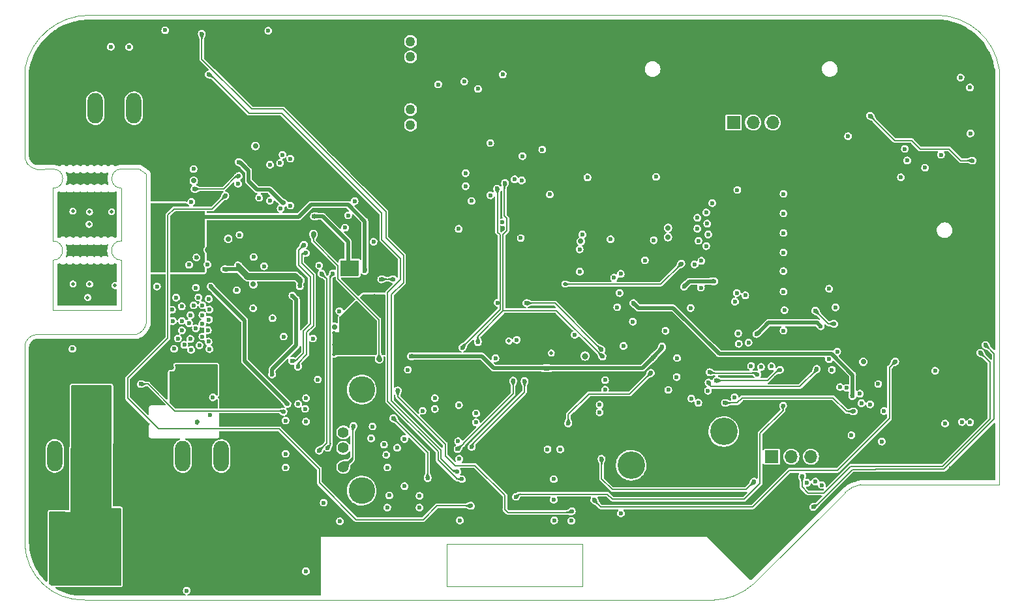
<source format=gbr>
%TF.GenerationSoftware,KiCad,Pcbnew,(6.0.9)*%
%TF.CreationDate,2022-11-23T10:46:27+02:00*%
%TF.ProjectId,Bird_detector_V1,42697264-5f64-4657-9465-63746f725f56,rev?*%
%TF.SameCoordinates,Original*%
%TF.FileFunction,Copper,L3,Inr*%
%TF.FilePolarity,Positive*%
%FSLAX46Y46*%
G04 Gerber Fmt 4.6, Leading zero omitted, Abs format (unit mm)*
G04 Created by KiCad (PCBNEW (6.0.9)) date 2022-11-23 10:46:27*
%MOMM*%
%LPD*%
G01*
G04 APERTURE LIST*
%TA.AperFunction,Profile*%
%ADD10C,0.100000*%
%TD*%
%TA.AperFunction,Profile*%
%ADD11C,0.120000*%
%TD*%
%TA.AperFunction,ComponentPad*%
%ADD12R,1.980000X3.960000*%
%TD*%
%TA.AperFunction,ComponentPad*%
%ADD13O,1.980000X3.960000*%
%TD*%
%TA.AperFunction,ComponentPad*%
%ADD14C,3.600000*%
%TD*%
%TA.AperFunction,ComponentPad*%
%ADD15C,2.500000*%
%TD*%
%TA.AperFunction,ComponentPad*%
%ADD16R,3.000000X5.000000*%
%TD*%
%TA.AperFunction,ComponentPad*%
%ADD17O,3.000000X5.000000*%
%TD*%
%TA.AperFunction,ComponentPad*%
%ADD18R,1.700000X1.700000*%
%TD*%
%TA.AperFunction,ComponentPad*%
%ADD19O,1.700000X1.700000*%
%TD*%
%TA.AperFunction,ComponentPad*%
%ADD20R,1.275000X1.275000*%
%TD*%
%TA.AperFunction,ComponentPad*%
%ADD21C,1.275000*%
%TD*%
%TA.AperFunction,ComponentPad*%
%ADD22C,1.400000*%
%TD*%
%TA.AperFunction,ComponentPad*%
%ADD23C,3.450000*%
%TD*%
%TA.AperFunction,ComponentPad*%
%ADD24C,0.500000*%
%TD*%
%TA.AperFunction,ComponentPad*%
%ADD25C,3.000000*%
%TD*%
%TA.AperFunction,ComponentPad*%
%ADD26R,2.500000X2.500000*%
%TD*%
%TA.AperFunction,ComponentPad*%
%ADD27C,3.570000*%
%TD*%
%TA.AperFunction,ViaPad*%
%ADD28C,0.600000*%
%TD*%
%TA.AperFunction,ViaPad*%
%ADD29C,0.500000*%
%TD*%
%TA.AperFunction,ViaPad*%
%ADD30C,0.700000*%
%TD*%
%TA.AperFunction,ViaPad*%
%ADD31C,0.800000*%
%TD*%
%TA.AperFunction,Conductor*%
%ADD32C,0.150000*%
%TD*%
%TA.AperFunction,Conductor*%
%ADD33C,0.200000*%
%TD*%
%TA.AperFunction,Conductor*%
%ADD34C,0.500000*%
%TD*%
%TA.AperFunction,Conductor*%
%ADD35C,0.146812*%
%TD*%
G04 APERTURE END LIST*
D10*
X186000000Y-136000000D02*
X198000000Y-124000000D01*
X91500000Y-69000000D02*
X91500000Y-80000000D01*
X95151800Y-91338400D02*
X95177200Y-84491200D01*
X146253200Y-130683000D02*
X163855400Y-130683000D01*
X163855400Y-130683000D02*
X163855400Y-136220200D01*
X163855400Y-136220200D02*
X146253200Y-136220200D01*
X146253200Y-136220200D02*
X146253200Y-130683000D01*
X107289600Y-82600800D02*
X107289600Y-102000000D01*
X104021800Y-91333000D02*
X104047200Y-84485800D01*
X91500000Y-80000000D02*
G75*
G03*
X93000000Y-82000000I1750000J-250000D01*
G01*
X100000000Y-61999995D02*
G75*
G03*
X91500000Y-69000000I-78860J-8564955D01*
G01*
X95168400Y-100333800D02*
X104038400Y-100333800D01*
X91500000Y-130750000D02*
G75*
G03*
X99250000Y-138000000I7563800J318200D01*
G01*
X95151800Y-93838400D02*
X95168400Y-100333800D01*
X200000005Y-123000022D02*
G75*
G03*
X198000000Y-124000000I865995J-4232078D01*
G01*
X218000000Y-123000000D02*
X218000000Y-69000000D01*
X93000000Y-103500000D02*
X106000000Y-103500000D01*
X106324400Y-81985800D02*
X107289600Y-82600800D01*
X181000000Y-138000013D02*
G75*
G03*
X186000000Y-136000000I-247500J7868713D01*
G01*
X104047200Y-81985800D02*
X106324400Y-81985800D01*
X99250000Y-138000000D02*
X181000000Y-138000000D01*
X104021800Y-93833000D02*
X104038400Y-100333800D01*
X91500000Y-130750000D02*
X91500000Y-105000000D01*
X105999998Y-103499995D02*
G75*
G03*
X107289600Y-102000000I-654198J1866795D01*
G01*
X93000000Y-82000000D02*
X95177200Y-81991200D01*
X218000000Y-123000000D02*
X200000000Y-123000000D01*
X218000023Y-68999996D02*
G75*
G03*
X210000000Y-62000000I-8171123J-1267004D01*
G01*
X210000000Y-62000000D02*
X100000000Y-62000000D01*
X93000000Y-103500000D02*
G75*
G03*
X91500000Y-105000000I143800J-1643800D01*
G01*
D11*
%TO.C,FID11*%
X95151800Y-93838400D02*
G75*
G03*
X95151800Y-91338400I0J1250000D01*
G01*
X104021800Y-91333000D02*
G75*
G03*
X104021800Y-93833000I0J-1250000D01*
G01*
%TO.C,FID12*%
X104047200Y-81985800D02*
G75*
G03*
X104047200Y-84485800I0J-1250000D01*
G01*
X95177200Y-84491200D02*
G75*
G03*
X95177200Y-81991200I0J1250000D01*
G01*
%TD*%
D12*
%TO.N,GND*%
%TO.C,J7*%
X95656400Y-74091800D03*
D13*
%TO.N,/MCU+WIFI+BT/CAN_L*%
X100656400Y-74091800D03*
%TO.N,/MCU+WIFI+BT/CAN_H*%
X105656400Y-74091800D03*
%TD*%
D14*
%TO.N,GND*%
%TO.C,H3*%
X210000000Y-100000000D03*
%TD*%
%TO.N,GND*%
%TO.C,H5*%
X125000000Y-70000000D03*
%TD*%
D15*
%TO.N,GND*%
%TO.C,J4*%
X193460000Y-66460000D03*
X198540000Y-66460000D03*
X198540000Y-71540000D03*
X193460000Y-71540000D03*
%TD*%
D16*
%TO.N,GND*%
%TO.C,J14*%
X105410000Y-119278400D03*
D17*
%TO.N,+BATT*%
X100410000Y-119278400D03*
D13*
%TO.N,/Power Management +BMS/Heater_Input*%
X95410000Y-119278400D03*
%TD*%
D15*
%TO.N,GND*%
%TO.C,J5*%
X210896200Y-86349298D03*
X214488302Y-89941400D03*
X210896200Y-93533502D03*
X207304098Y-89941400D03*
%TD*%
%TO.N,GND*%
%TO.C,J2*%
X175540000Y-66460000D03*
X170460000Y-66460000D03*
X175540000Y-71540000D03*
X170460000Y-71540000D03*
%TD*%
D14*
%TO.N,GND*%
%TO.C,H1*%
X125000000Y-130000000D03*
%TD*%
D18*
%TO.N,+3V8*%
%TO.C,JP1*%
X183504600Y-75946000D03*
D19*
%TO.N,/GSM+GPS/LED_PWR*%
X186044600Y-75946000D03*
%TO.N,unconnected-(JP1-Pad3)*%
X188584600Y-75946000D03*
%TD*%
D20*
%TO.N,GND*%
%TO.C,J9*%
X141579600Y-69418200D03*
D21*
%TO.N,/Audio capture/Shield2*%
X141579600Y-67418200D03*
%TO.N,/Audio capture/RAW_AUDIO_P*%
X141579600Y-65418200D03*
%TD*%
D22*
%TO.N,VBUS*%
%TO.C,J13*%
X132838500Y-120721000D03*
%TO.N,D-*%
X132838500Y-118221000D03*
%TO.N,D+*%
X132838500Y-116221000D03*
%TO.N,GND*%
X132838500Y-113721000D03*
D23*
%TO.N,N/C*%
X135238500Y-123791000D03*
X135238500Y-110651000D03*
%TD*%
D14*
%TO.N,GND*%
%TO.C,H4*%
X185000000Y-70000000D03*
%TD*%
D16*
%TO.N,GND*%
%TO.C,J11*%
X121996200Y-119303800D03*
D13*
%TO.N,/Power Management +BMS/raw_solar*%
X116996200Y-119303800D03*
%TO.N,unconnected-(J11-Pad3)*%
X111996200Y-119303800D03*
%TD*%
D24*
%TO.N,GND*%
%TO.C,U8*%
X155498800Y-85716300D03*
X154523800Y-85716300D03*
X156473800Y-86691300D03*
X155498800Y-87666300D03*
X154523800Y-87666300D03*
X156473800Y-87666300D03*
X154523800Y-86691300D03*
X155498800Y-86691300D03*
X156473800Y-85716300D03*
%TD*%
D14*
%TO.N,GND*%
%TO.C,H2*%
X185000000Y-130000000D03*
%TD*%
D20*
%TO.N,GND*%
%TO.C,J8*%
X141579600Y-78257400D03*
D21*
%TO.N,/Audio capture/Shield1*%
X141579600Y-76257400D03*
%TO.N,/Audio capture/RAW_AUDIO_L*%
X141579600Y-74257400D03*
%TD*%
D18*
%TO.N,/GSM+GPS/5V-in2*%
%TO.C,J3*%
X188468000Y-119380000D03*
D19*
%TO.N,D2-*%
X191008000Y-119380000D03*
%TO.N,D2+*%
X193548000Y-119380000D03*
%TO.N,GND*%
X196088000Y-119380000D03*
%TD*%
D25*
%TO.N,+BATT*%
%TO.C,C82*%
X98137200Y-132791200D03*
D26*
%TO.N,GND*%
X116137200Y-132791200D03*
%TD*%
D27*
%TO.N,/Other data+storage/Shield3*%
%TO.C,J6*%
X170216399Y-120488028D03*
X182244465Y-116110171D03*
%TD*%
D28*
%TO.N,GND*%
X204241400Y-114985800D03*
X204673200Y-116636800D03*
X204520800Y-117932200D03*
X179273200Y-76149200D03*
X180263800Y-75158600D03*
X170180000Y-86207600D03*
X165785800Y-86309200D03*
X132054600Y-110083600D03*
X95050531Y-124577903D03*
X96342200Y-122859800D03*
X94411800Y-122478800D03*
X92331346Y-123884233D03*
X92386840Y-120859834D03*
X92359093Y-118362623D03*
X92303600Y-115976400D03*
X92303600Y-113944400D03*
X96647000Y-111099600D03*
X96587921Y-113727945D03*
X96748600Y-116103400D03*
X94157800Y-115824000D03*
X94132400Y-113690400D03*
X94157800Y-111023400D03*
X92303600Y-111760000D03*
X92351635Y-109868440D03*
X94183200Y-107238800D03*
X98171000Y-109245400D03*
X99568000Y-108305600D03*
X100539702Y-107217940D03*
X102666800Y-107035600D03*
X129844800Y-107569000D03*
X129844800Y-117119400D03*
X126720600Y-115697000D03*
X123589774Y-114088578D03*
X119405400Y-114833400D03*
X118884154Y-116597316D03*
X104165400Y-115036600D03*
X106832400Y-115366800D03*
X109339260Y-117485213D03*
X114477800Y-117424200D03*
X122732800Y-123596400D03*
X123012200Y-125247400D03*
X118875314Y-122730038D03*
X104546400Y-124536200D03*
X110083600Y-123520200D03*
X114401600Y-123393200D03*
X163398200Y-81838800D03*
X165379400Y-81838800D03*
X143967200Y-114274600D03*
X138480800Y-113309400D03*
X139725400Y-109397800D03*
X140397539Y-107147713D03*
X139725400Y-105664000D03*
X153492200Y-108991400D03*
X156184600Y-105740200D03*
X157556200Y-106959400D03*
X176657000Y-80518000D03*
X178358800Y-80518000D03*
X177444400Y-79629000D03*
X181254400Y-77901800D03*
X182854600Y-78232000D03*
X185648600Y-78511400D03*
X186967185Y-79854658D03*
X188671200Y-77927200D03*
X190576200Y-78181200D03*
X205105000Y-74345800D03*
X202565000Y-74447400D03*
X198018400Y-74066400D03*
X199923400Y-74218800D03*
X147472400Y-70815200D03*
X148234400Y-75742800D03*
X197358000Y-78308200D03*
X197307200Y-76758800D03*
X197307200Y-75514200D03*
X167411400Y-119075200D03*
X179298600Y-117983000D03*
X176657000Y-117449600D03*
X175183800Y-117424200D03*
X172313600Y-111709200D03*
X170781014Y-112014484D03*
X159232600Y-125501400D03*
X149529800Y-126923800D03*
X133807200Y-128828800D03*
X131597400Y-128778000D03*
X130606800Y-126796800D03*
X129286000Y-128143000D03*
X128320800Y-126695200D03*
X107137200Y-135280400D03*
X105308400Y-135280400D03*
X173532800Y-93573600D03*
%TO.N,/Power Management +BMS/BMS_SW_OUT*%
X111150400Y-98704400D03*
X115265200Y-102946200D03*
X110896400Y-105359200D03*
X113106200Y-105486200D03*
X115341400Y-104419400D03*
X115468400Y-105384600D03*
X115468400Y-100253800D03*
X115417600Y-101574600D03*
X115392200Y-98856800D03*
X110617000Y-100279200D03*
X110718600Y-101752400D03*
D29*
%TO.N,/Power Management +BMS/Drain2*%
X134162800Y-100533200D03*
X134162800Y-101777800D03*
X134162800Y-103098600D03*
X137998200Y-101981000D03*
X137998200Y-103225600D03*
X137998200Y-105816400D03*
X137998200Y-104546400D03*
X136804400Y-100126800D03*
X136906000Y-98450400D03*
X135509000Y-98577400D03*
X136321800Y-99237800D03*
X137998200Y-98628200D03*
X137718800Y-99542600D03*
X137871200Y-100990400D03*
X136829800Y-101879400D03*
X136829800Y-103124000D03*
X132715000Y-101625400D03*
X132715000Y-103098600D03*
X132715000Y-104343200D03*
X131673600Y-103327200D03*
X131673600Y-104800400D03*
X131673600Y-106045000D03*
X136829800Y-104444800D03*
X135432800Y-104800400D03*
X134188200Y-104800400D03*
X134188200Y-105841800D03*
X135432800Y-105841800D03*
X136829800Y-105714800D03*
D28*
%TO.N,GND*%
X179476400Y-113538000D03*
X179247800Y-115341400D03*
X178079400Y-113309400D03*
X178079400Y-114630200D03*
X176657000Y-116078000D03*
X176428400Y-113284000D03*
X176428400Y-114604800D03*
X167894000Y-70713600D03*
X174371000Y-84175600D03*
X182803800Y-83667600D03*
X181457600Y-83642200D03*
X182803800Y-97002600D03*
X148996400Y-115976400D03*
X150707031Y-118084413D03*
X159114617Y-121372615D03*
X159156400Y-119837200D03*
X161518600Y-121488200D03*
X161544000Y-119761000D03*
X161721800Y-117221000D03*
X160959800Y-115951000D03*
X161239200Y-113436400D03*
X121412000Y-81407000D03*
X119634000Y-79933800D03*
X118465600Y-78765400D03*
X119456200Y-85267800D03*
X118567200Y-86258400D03*
X110134400Y-77012800D03*
X109982000Y-75209400D03*
X119710200Y-71932800D03*
X121208800Y-73406000D03*
X126619000Y-77749400D03*
X133223000Y-84810600D03*
X127965200Y-90805000D03*
X126212600Y-90855800D03*
X126238000Y-89103200D03*
X124917200Y-89077800D03*
X127050800Y-90043000D03*
X128549400Y-88976200D03*
X117906800Y-87249000D03*
X116738400Y-87325200D03*
X119303800Y-87299800D03*
X119913400Y-89027000D03*
X133324600Y-106934000D03*
X128066800Y-107696000D03*
X134848600Y-107086400D03*
X136372600Y-107086400D03*
X137769600Y-94996000D03*
X137744200Y-97663000D03*
X141579600Y-102311200D03*
X139750800Y-100558600D03*
X140893800Y-98704400D03*
X142417800Y-98704400D03*
X145389600Y-98755200D03*
X143865600Y-98755200D03*
X146913600Y-98907600D03*
X148437600Y-98907600D03*
X139928600Y-71526400D03*
X138404600Y-71526400D03*
X141452600Y-71678800D03*
X142976600Y-71678800D03*
X141839026Y-63546650D03*
X143586200Y-63627000D03*
X143459200Y-66573400D03*
X143484600Y-68326000D03*
X143560800Y-77266800D03*
X143560800Y-75463400D03*
X180924200Y-68757800D03*
X182600600Y-66344800D03*
X184480200Y-65074800D03*
X184480200Y-63754000D03*
X186004200Y-63754000D03*
X182930800Y-65024000D03*
X186004200Y-65074800D03*
X182930800Y-63703200D03*
X199085200Y-63677800D03*
X192379600Y-63703200D03*
X190652400Y-68605400D03*
X189001400Y-68580000D03*
X180848000Y-76479400D03*
X178308000Y-75133200D03*
X179451000Y-68757800D03*
X178003200Y-68707000D03*
X167970200Y-66014600D03*
X175768000Y-68935600D03*
X172948600Y-65735200D03*
X156362400Y-71297800D03*
X159740600Y-73685400D03*
X196367400Y-84658200D03*
X199009000Y-85115400D03*
X207010000Y-82245200D03*
X206959200Y-83896200D03*
X216738205Y-86126799D03*
X212902800Y-84048600D03*
X213029800Y-87782400D03*
X210489800Y-95834200D03*
X208711800Y-95681800D03*
X207467200Y-96647000D03*
X206121552Y-98134007D03*
X200863200Y-96113600D03*
X201904600Y-97282000D03*
X205206600Y-99999800D03*
X203722540Y-101341393D03*
X202742800Y-102489000D03*
X199440800Y-104368600D03*
X198221600Y-104622600D03*
X198780400Y-106273600D03*
X200380600Y-105283000D03*
X201193400Y-104089200D03*
X202514200Y-103809800D03*
X204080165Y-103807774D03*
X205744972Y-106224827D03*
X201701400Y-107264200D03*
X203047600Y-106603800D03*
X207010000Y-103708200D03*
X208686400Y-103860600D03*
X210261200Y-104470200D03*
X211683600Y-103708200D03*
X213385400Y-103555800D03*
X213461600Y-102082600D03*
X214960200Y-101981000D03*
X214985600Y-103809800D03*
X217093800Y-104292400D03*
X217068400Y-102870000D03*
X213690200Y-106934000D03*
X215696800Y-107188000D03*
X215950800Y-109626400D03*
X211734400Y-120878600D03*
X213080600Y-119684800D03*
X209448400Y-117652800D03*
X205232000Y-119938800D03*
X207137000Y-119761000D03*
X207162400Y-117830600D03*
X208254600Y-118668800D03*
X209600800Y-119938800D03*
X210439000Y-118872000D03*
X209372200Y-114071400D03*
X211226400Y-114020600D03*
X207213200Y-113969800D03*
X189382400Y-117170200D03*
X190601600Y-117627400D03*
X193675000Y-117424200D03*
X196723000Y-117576600D03*
X199186800Y-119964200D03*
X198628000Y-118313200D03*
X189077600Y-121412000D03*
X186918600Y-126161800D03*
X182676800Y-126593600D03*
X176809400Y-129159000D03*
X175463200Y-127736600D03*
X173126400Y-127533400D03*
X175285400Y-126720600D03*
X176682400Y-126746000D03*
X181051200Y-126974600D03*
X181025800Y-128371600D03*
X179578000Y-126949200D03*
X179552600Y-128346200D03*
X191617600Y-128625600D03*
X190790412Y-130008212D03*
X189611000Y-128625600D03*
X189484000Y-130124200D03*
X188493400Y-125984000D03*
X188468000Y-127381000D03*
X189712600Y-126009400D03*
X189687200Y-127406400D03*
X191058800Y-126009400D03*
X191033400Y-127406400D03*
X192709800Y-125984000D03*
X192684400Y-127381000D03*
X216179400Y-120650000D03*
X216154000Y-122047000D03*
X210616800Y-122174000D03*
X212013800Y-122199400D03*
X207848200Y-121996200D03*
X209245200Y-122021600D03*
X203301600Y-118541800D03*
X203682600Y-119913400D03*
X205892400Y-117551200D03*
X205841600Y-118795800D03*
X205232000Y-114046000D03*
X205816200Y-115214400D03*
X215138000Y-110744000D03*
X215112600Y-112141000D03*
X213233000Y-111048800D03*
X213207600Y-112445800D03*
X211709000Y-111023400D03*
X211683600Y-112420400D03*
X211582000Y-108204000D03*
X211556600Y-109601000D03*
X213918800Y-92506800D03*
X213893400Y-93903800D03*
X215696800Y-92811600D03*
X215671400Y-94208600D03*
X213004400Y-95250000D03*
X212979000Y-96647000D03*
X206883000Y-92506800D03*
X205562200Y-92227400D03*
X214401400Y-84836000D03*
X214350600Y-83261200D03*
X208127600Y-87401400D03*
X206552800Y-87452200D03*
X204800200Y-90957400D03*
X204749400Y-89382600D03*
X205333600Y-93624400D03*
X204241400Y-92176600D03*
X202717400Y-92862400D03*
X201574400Y-92151200D03*
X201396600Y-94208600D03*
X200634600Y-92989400D03*
X203479400Y-90982800D03*
X203428600Y-89408000D03*
X201904600Y-91008200D03*
X201853800Y-89433400D03*
X200634600Y-91059000D03*
X200583800Y-89484200D03*
X197002400Y-93573600D03*
X196951600Y-96621600D03*
X196977000Y-94970600D03*
X200736200Y-98755200D03*
X197053200Y-87477600D03*
X197002400Y-90525600D03*
X197027800Y-88874600D03*
X197053200Y-92100400D03*
X216966800Y-96901000D03*
X216916000Y-99949000D03*
X216941400Y-98298000D03*
X216966800Y-101523800D03*
X215036400Y-95656400D03*
X214985600Y-98704400D03*
X215011000Y-97053400D03*
X215036400Y-100279200D03*
X197586600Y-63627000D03*
X194538600Y-63576200D03*
X196189600Y-63601600D03*
X214934800Y-65532000D03*
X205536800Y-73253600D03*
X202488800Y-73202800D03*
X204139800Y-73228200D03*
X200914000Y-73253600D03*
X213233000Y-68148200D03*
X210185000Y-68097400D03*
X211836000Y-68122800D03*
X208864200Y-62849500D03*
X171958000Y-74320400D03*
X168833800Y-74091800D03*
X170586400Y-75311000D03*
X166979600Y-74701400D03*
X173278800Y-76250800D03*
X166446200Y-71374000D03*
X171881800Y-76225400D03*
X167919400Y-75819000D03*
X166370000Y-76428600D03*
X175996600Y-63601600D03*
X149148800Y-63474600D03*
X174421800Y-63652400D03*
X172847000Y-63601600D03*
X169799000Y-63550800D03*
X171450000Y-63576200D03*
X168224200Y-63601600D03*
X152704800Y-117779800D03*
X152654000Y-120827800D03*
X152679400Y-119176800D03*
X152679400Y-122275600D03*
X154051000Y-117754400D03*
X154000200Y-120802400D03*
X154025600Y-119151400D03*
X153822400Y-122275600D03*
X101676200Y-136931400D03*
X98628200Y-136880600D03*
X100279200Y-136906000D03*
X97053400Y-136931400D03*
X198145400Y-83159600D03*
X199644000Y-83972400D03*
X196037200Y-81864200D03*
X196240400Y-80213200D03*
X199694800Y-81711800D03*
X199694800Y-80391000D03*
X198399400Y-81838800D03*
X197612000Y-80238600D03*
X196799200Y-83439000D03*
X202361800Y-83997800D03*
X205054200Y-84150200D03*
X201168000Y-81762600D03*
X201168000Y-80441800D03*
X204241400Y-81813400D03*
X204241400Y-80492600D03*
X202717400Y-81813400D03*
X202717400Y-80492600D03*
X201117200Y-83972400D03*
X216408000Y-70205600D03*
X216738200Y-75057000D03*
X214884000Y-68707000D03*
X214884000Y-67386200D03*
X216763600Y-73609200D03*
X216763600Y-72288400D03*
X216433400Y-68757800D03*
X216433400Y-67437000D03*
X214884000Y-70256400D03*
X211734400Y-66624200D03*
X213258400Y-66624200D03*
X210210400Y-65125600D03*
X210210400Y-63804800D03*
X213283800Y-65176400D03*
X213283800Y-63855600D03*
X211759800Y-65176400D03*
X211759800Y-63855600D03*
X210210400Y-66675000D03*
X207111600Y-71247000D03*
X216712800Y-84353400D03*
X205587600Y-69748400D03*
X205587600Y-68427600D03*
X216738200Y-82905600D03*
X216738200Y-81584800D03*
X207137000Y-69799200D03*
X207137000Y-68478400D03*
X205587600Y-71297800D03*
X207137000Y-66522600D03*
X216738200Y-79629000D03*
X205613000Y-65024000D03*
X205613000Y-63703200D03*
X216763600Y-78181200D03*
X216763600Y-76860400D03*
X207162400Y-65074800D03*
X207162400Y-63754000D03*
X205613000Y-66573400D03*
X202387200Y-71145400D03*
X203911200Y-71145400D03*
X200863200Y-69646800D03*
X200863200Y-68326000D03*
X203936600Y-69697600D03*
X203936600Y-68376800D03*
X202412600Y-69697600D03*
X202412600Y-68376800D03*
X200863200Y-71196200D03*
X202387200Y-66522600D03*
X203911200Y-66522600D03*
X200863200Y-65024000D03*
X200863200Y-63703200D03*
X203936600Y-65074800D03*
X203936600Y-63754000D03*
X202412600Y-65074800D03*
X202412600Y-63754000D03*
X200863200Y-66573400D03*
X189611000Y-73228200D03*
X191135000Y-73228200D03*
X188264800Y-72491600D03*
X192811400Y-68986400D03*
X191160400Y-71780400D03*
X191160400Y-70459600D03*
X189636400Y-71780400D03*
X189636400Y-70459600D03*
X187274200Y-73710800D03*
X179349400Y-73761600D03*
X180873400Y-73761600D03*
X177825400Y-72263000D03*
X177825400Y-70942200D03*
X180898800Y-72313800D03*
X180898800Y-70993000D03*
X179374800Y-72313800D03*
X179374800Y-70993000D03*
X177825400Y-73812400D03*
X189001400Y-66522600D03*
X190525400Y-66522600D03*
X187477400Y-65024000D03*
X187477400Y-63703200D03*
X190550800Y-65074800D03*
X190550800Y-63754000D03*
X189026800Y-65074800D03*
X189026800Y-63754000D03*
X187477400Y-66573400D03*
X179730400Y-66471800D03*
X181254400Y-66471800D03*
X178206400Y-64973200D03*
X178206400Y-63652400D03*
X181279800Y-65024000D03*
X181279800Y-63703200D03*
X179755800Y-65024000D03*
X179755800Y-63703200D03*
X178206400Y-66522600D03*
X160528000Y-66065400D03*
X161823400Y-65506600D03*
X158546800Y-64058800D03*
X153644600Y-65836800D03*
X161848800Y-64058800D03*
X150799800Y-65786000D03*
X160553400Y-63779400D03*
X152298400Y-65786000D03*
X158775400Y-65557400D03*
X164947600Y-65430400D03*
X166471600Y-65430400D03*
X163423600Y-63931800D03*
X149580600Y-65735200D03*
X166497000Y-63982600D03*
X148463000Y-64566800D03*
X164973000Y-63982600D03*
X148437600Y-65836800D03*
X163423600Y-65481200D03*
X164947600Y-69799200D03*
X166471600Y-69799200D03*
X163423600Y-68300600D03*
X163423600Y-66979800D03*
X166497000Y-68351400D03*
X166497000Y-67030600D03*
X164973000Y-68351400D03*
X164973000Y-67030600D03*
X167944800Y-69113400D03*
X160299400Y-69672200D03*
X161823400Y-69672200D03*
X158775400Y-68173600D03*
X158775400Y-66852800D03*
X160477200Y-71069200D03*
X161848800Y-66903600D03*
X160324800Y-68224400D03*
X170027600Y-69011800D03*
X158775400Y-69723000D03*
X158140400Y-78105000D03*
X159664400Y-78105000D03*
X160096200Y-79476600D03*
X162839400Y-79705200D03*
X159689800Y-76657200D03*
X159689800Y-75336400D03*
X158165800Y-76657200D03*
X158165800Y-75336400D03*
X151257000Y-75692000D03*
X163322000Y-74218800D03*
X164846000Y-74218800D03*
X161798000Y-72720200D03*
X161798000Y-71399400D03*
X164871400Y-72771000D03*
X167538400Y-72644000D03*
X163347400Y-72771000D03*
X163347400Y-71450200D03*
X161798000Y-74269600D03*
X163296600Y-78486000D03*
X164820600Y-78486000D03*
X161772600Y-76987400D03*
X161772600Y-75666600D03*
X164846000Y-77038200D03*
X164846000Y-75717400D03*
X163322000Y-77038200D03*
X163322000Y-75717400D03*
X161772600Y-78536800D03*
X168859200Y-117602000D03*
X170383200Y-117602000D03*
X167335200Y-116103400D03*
X167665400Y-114579400D03*
X170180000Y-116357400D03*
X169291000Y-112268000D03*
X168884600Y-116154200D03*
X168732200Y-114960400D03*
X167335200Y-117652800D03*
X173024800Y-115951000D03*
X175310800Y-116052600D03*
X171907200Y-114528600D03*
X171907200Y-113207800D03*
X174980600Y-114579400D03*
X174980600Y-113258600D03*
X173456600Y-114579400D03*
X173456600Y-113258600D03*
X170408600Y-113792000D03*
X158267400Y-127762000D03*
X149352000Y-122250200D03*
X156413200Y-126009400D03*
X156438600Y-124815600D03*
X150749000Y-122301000D03*
X150012400Y-128219200D03*
X157937200Y-125958600D03*
X158089600Y-124790200D03*
X156743400Y-127812800D03*
X156921200Y-117500400D03*
X158445200Y-117500400D03*
X155397200Y-116001800D03*
X155168600Y-113842800D03*
X158470600Y-116052600D03*
X158623000Y-113868200D03*
X156946600Y-116052600D03*
X156895800Y-113893600D03*
X155397200Y-117551200D03*
X107696000Y-136906000D03*
X104648000Y-136855200D03*
X120065800Y-128397000D03*
X120065800Y-127076200D03*
X103073200Y-136906000D03*
X106299000Y-136880600D03*
X109270800Y-136906000D03*
X110617000Y-136906000D03*
X120065800Y-129946400D03*
X120040400Y-134416800D03*
X121208800Y-134696200D03*
X118516400Y-132918200D03*
X118516400Y-131597400D03*
X122097800Y-133197600D03*
X121589800Y-131648200D03*
X120065800Y-132969000D03*
X120065800Y-131648200D03*
X118516400Y-134467600D03*
X116992400Y-129870200D03*
X118516400Y-129870200D03*
X115468400Y-128371600D03*
X115468400Y-127050800D03*
X118541800Y-128422400D03*
X118541800Y-127101600D03*
X117017800Y-128422400D03*
X117017800Y-127101600D03*
X115468400Y-129921000D03*
X112420400Y-134213600D03*
X113944400Y-134213600D03*
X110896400Y-132715000D03*
X110896400Y-131394200D03*
X113969800Y-132765800D03*
X113969800Y-131445000D03*
X112445800Y-132765800D03*
X112445800Y-131445000D03*
X110896400Y-134264400D03*
X112344200Y-129794000D03*
X113868200Y-129794000D03*
X110820200Y-128295400D03*
X110820200Y-126974600D03*
X113893600Y-128346200D03*
X113893600Y-127025400D03*
X112369600Y-128346200D03*
X112369600Y-127025400D03*
X110820200Y-129844800D03*
X93522800Y-133934200D03*
X104673400Y-133934200D03*
X95326200Y-106172000D03*
X95326200Y-104851200D03*
X104698800Y-132486400D03*
X104698800Y-131165600D03*
X92506800Y-132105400D03*
X92506800Y-130784600D03*
X94132400Y-134899400D03*
X92481400Y-129387600D03*
X104698800Y-129717800D03*
X92710000Y-107772200D03*
X92710000Y-106451400D03*
X104724200Y-128270000D03*
X104724200Y-126949200D03*
X92506800Y-127939800D03*
X92506800Y-126619000D03*
X93624400Y-104851200D03*
X107797600Y-134162800D03*
X109194600Y-134670800D03*
X106273600Y-132664200D03*
X106273600Y-131343400D03*
X109347000Y-132715000D03*
X109347000Y-131394200D03*
X107823000Y-132715000D03*
X107823000Y-131394200D03*
X106273600Y-134213600D03*
X107797600Y-129768600D03*
X109321600Y-129768600D03*
X106273600Y-128270000D03*
X106273600Y-126949200D03*
X109347000Y-128320800D03*
X109347000Y-127000000D03*
X107823000Y-128320800D03*
X107823000Y-127000000D03*
X106273600Y-129819400D03*
X120929400Y-64541400D03*
X122275600Y-63449200D03*
X125526800Y-63322200D03*
X127050800Y-63322200D03*
X131191000Y-63347600D03*
X132715000Y-63347600D03*
X129870200Y-63322200D03*
X128346200Y-63322200D03*
X116509800Y-71501000D03*
X114655600Y-70281800D03*
X115316000Y-71374000D03*
X113792000Y-71374000D03*
X118668800Y-73964800D03*
X111150400Y-73964800D03*
X119837200Y-75158600D03*
X118313200Y-75158600D03*
X125095000Y-76454000D03*
X132435600Y-78816200D03*
X126720600Y-74066400D03*
X125095000Y-77774800D03*
X113512600Y-63017400D03*
X115036600Y-63017400D03*
X118262400Y-62849500D03*
X113512600Y-64338200D03*
X113563400Y-66827400D03*
X113817400Y-68834000D03*
X108762800Y-73914000D03*
X112649000Y-69951600D03*
X98399600Y-73075800D03*
X103124000Y-76250800D03*
X111302800Y-71247000D03*
X98323400Y-74599800D03*
X103174800Y-73507600D03*
X98374200Y-71704200D03*
X98272600Y-75971400D03*
X103174800Y-74828400D03*
X102438200Y-64846200D03*
X102285800Y-62915800D03*
X108813600Y-62849500D03*
X101447600Y-65887600D03*
X108000800Y-71450200D03*
X103022400Y-71551800D03*
X109982000Y-72669400D03*
X104673400Y-71196200D03*
X107365800Y-77520800D03*
X108889800Y-77520800D03*
X108889800Y-78841600D03*
X107365800Y-78841600D03*
X104724200Y-77597000D03*
X106248200Y-77597000D03*
X106248200Y-78917800D03*
X104724200Y-78917800D03*
X101498400Y-77597000D03*
X103022400Y-77597000D03*
X103022400Y-78917800D03*
X101498400Y-78917800D03*
X98298000Y-77597000D03*
X99822000Y-77597000D03*
X99822000Y-78917800D03*
X98298000Y-78917800D03*
X95250000Y-77673200D03*
X96774000Y-77673200D03*
X96774000Y-78994000D03*
X95250000Y-78994000D03*
X92430600Y-78435200D03*
X93751400Y-77673200D03*
X93751400Y-78994000D03*
X92430600Y-79756000D03*
X92430600Y-75666600D03*
X93751400Y-74904600D03*
X93751400Y-76225400D03*
X92430600Y-76987400D03*
X92430600Y-71856600D03*
X93751400Y-71856600D03*
X93751400Y-73177400D03*
X92405200Y-73355200D03*
X97815400Y-69850000D03*
X95173800Y-71247000D03*
X93146069Y-66869060D03*
X99136200Y-69900800D03*
X100507800Y-69926200D03*
X92583000Y-68681600D03*
X92583000Y-70002400D03*
X99949000Y-67564000D03*
X94208600Y-68630800D03*
X95732600Y-68630800D03*
X95732600Y-69951600D03*
X94208600Y-69951600D03*
X94234000Y-65659000D03*
X95758000Y-65659000D03*
X95758000Y-66979800D03*
X94234000Y-66979800D03*
X97383600Y-65608200D03*
X98907600Y-65608200D03*
X98907600Y-66929000D03*
X97383600Y-66929000D03*
X98780600Y-68656200D03*
X97818875Y-63143539D03*
X97053400Y-64211200D03*
X95464438Y-64269468D03*
X99060000Y-62992000D03*
X100406200Y-62865000D03*
X100406200Y-64185800D03*
X98882200Y-64185800D03*
X108280200Y-68757800D03*
X109804200Y-68757800D03*
X109804200Y-70078600D03*
X108280200Y-70078600D03*
X118211600Y-68275200D03*
X119735600Y-68275200D03*
X118491000Y-70459600D03*
X117195600Y-69062600D03*
X122402600Y-66116200D03*
X121056400Y-66929000D03*
X121056400Y-68249800D03*
X118414800Y-69342000D03*
X119583200Y-69570600D03*
X121107200Y-69570600D03*
X121107200Y-70891400D03*
X119583200Y-70891400D03*
X112852200Y-72644000D03*
X114376200Y-72644000D03*
X114376200Y-73964800D03*
X112852200Y-73964800D03*
X115849400Y-72644000D03*
X117373400Y-72644000D03*
X117373400Y-73964800D03*
X115849400Y-73964800D03*
X132715000Y-64719200D03*
X119989600Y-62849500D03*
X111480600Y-62849500D03*
X132715000Y-66040000D03*
X132715000Y-67589400D03*
X106654600Y-62849500D03*
X134239000Y-68910200D03*
X132715000Y-68910200D03*
X123901200Y-64719200D03*
X125425200Y-64719200D03*
X125425200Y-66040000D03*
X123901200Y-66040000D03*
X126720600Y-64719200D03*
X128244600Y-64719200D03*
X128244600Y-66040000D03*
X126720600Y-66040000D03*
X129565400Y-64744600D03*
X131089400Y-64744600D03*
X131089400Y-66065400D03*
X129565400Y-66065400D03*
X129590800Y-67589400D03*
X131114800Y-67589400D03*
X131114800Y-68910200D03*
X129590800Y-68910200D03*
X132613400Y-70662800D03*
X134137400Y-70662800D03*
X134137400Y-71983600D03*
X132613400Y-71983600D03*
X129565400Y-70510400D03*
X131089400Y-70510400D03*
X131089400Y-71831200D03*
X129565400Y-71831200D03*
X134112000Y-73304400D03*
X135636000Y-73304400D03*
X135636000Y-74625200D03*
X134112000Y-74625200D03*
X131140200Y-73355200D03*
X132664200Y-73355200D03*
X132664200Y-74676000D03*
X131140200Y-74676000D03*
X128117600Y-73355200D03*
X129641600Y-73355200D03*
X129641600Y-74676000D03*
X128117600Y-74676000D03*
X129590800Y-76047600D03*
X131114800Y-76047600D03*
X131114800Y-77368400D03*
X129590800Y-77368400D03*
X132486400Y-76047600D03*
X134010400Y-76047600D03*
X134010400Y-77368400D03*
X132486400Y-77368400D03*
X144576800Y-80010000D03*
X146100800Y-80010000D03*
X146100800Y-81330800D03*
X144576800Y-81330800D03*
X149834600Y-80619600D03*
X151079200Y-79806800D03*
X143129000Y-81305400D03*
X141605000Y-81305400D03*
X154686000Y-70916800D03*
X136906000Y-79705200D03*
X139979400Y-81254600D03*
X138455400Y-81254600D03*
X134035800Y-78562200D03*
X135559800Y-78562200D03*
X135559800Y-79883000D03*
X134035800Y-79883000D03*
X135534400Y-81127600D03*
X137058400Y-81127600D03*
X137058400Y-82448400D03*
X135534400Y-82448400D03*
X144348200Y-90830400D03*
X145872200Y-90830400D03*
X145872200Y-92151200D03*
X144348200Y-92151200D03*
X142798800Y-88112600D03*
X144322800Y-88112600D03*
X144322800Y-89433400D03*
X142798800Y-89433400D03*
X142824200Y-85344000D03*
X144348200Y-85344000D03*
X144348200Y-86664800D03*
X142824200Y-86664800D03*
X144322800Y-82600800D03*
X145846800Y-82600800D03*
X145846800Y-83921600D03*
X144322800Y-83921600D03*
X141300200Y-82626200D03*
X142824200Y-82626200D03*
X142824200Y-83947000D03*
X141300200Y-83947000D03*
X138201400Y-82600800D03*
X139725400Y-82600800D03*
X139725400Y-83921600D03*
X138201400Y-83921600D03*
X139750800Y-85293200D03*
X141274800Y-85293200D03*
X141274800Y-86614000D03*
X139750800Y-86614000D03*
X139750800Y-88163400D03*
X141274800Y-88163400D03*
X141274800Y-89484200D03*
X139750800Y-89484200D03*
X141274800Y-90881200D03*
X142798800Y-90881200D03*
X142798800Y-92202000D03*
X141274800Y-92202000D03*
X142824200Y-93370400D03*
X144348200Y-93370400D03*
X144348200Y-94691200D03*
X142824200Y-94691200D03*
X145719800Y-94691200D03*
X147243800Y-94691200D03*
X147243800Y-96012000D03*
X145719800Y-96012000D03*
X150037800Y-94691200D03*
X148513800Y-94691200D03*
X150037800Y-96012000D03*
X148513800Y-96012000D03*
D29*
%TO.N,GND2*%
X99796600Y-85344000D03*
X96037400Y-87807800D03*
X99771200Y-90398600D03*
%TO.N,GND1*%
X99669600Y-94996000D03*
X99288600Y-99505500D03*
X96494600Y-97282000D03*
%TO.N,/MCU+WIFI+BT/test/SDA2*%
X99669600Y-98679000D03*
%TO.N,GND1*%
X101676200Y-97459800D03*
%TO.N,/MCU+WIFI+BT/test/SCL2*%
X103205720Y-97129910D03*
%TO.N,3.33v*%
X97764600Y-96926400D03*
X99923600Y-96951800D03*
%TO.N,/MCU+WIFI+BT/test/SDA*%
X99847400Y-89179400D03*
%TO.N,/MCU+WIFI+BT/test/SCL*%
X102768400Y-87553800D03*
%TO.N,3.33v2*%
X97739200Y-87468000D03*
X99898200Y-87579200D03*
%TO.N,GND2*%
X101676200Y-87731600D03*
D28*
%TO.N,GND*%
X195021200Y-107442000D03*
X183134000Y-98475800D03*
X179400200Y-109118400D03*
X176403000Y-111099600D03*
X121818400Y-80238600D03*
%TO.N,IN_USB_-*%
X114199628Y-92131566D03*
X113030000Y-92786200D03*
X113360200Y-91592400D03*
X113361305Y-90448173D03*
X113334800Y-89154000D03*
X109042200Y-93319600D03*
X109016800Y-92354400D03*
X109016800Y-90982800D03*
X108991400Y-89484200D03*
X108991400Y-88138000D03*
X109677200Y-87045800D03*
%TO.N,GND*%
X164693600Y-96367600D03*
X167767000Y-99110800D03*
X174320200Y-107467400D03*
X157556200Y-108839000D03*
X151257000Y-108661200D03*
%TO.N,IN_SYSTEM-*%
X129540000Y-109347000D03*
X133096000Y-95377000D03*
X134239000Y-95250000D03*
X133604000Y-94361000D03*
X129032000Y-88138000D03*
%TO.N,IN_SYSTEM+*%
X125984000Y-86741000D03*
X133477000Y-88011000D03*
X119278400Y-81076800D03*
X124714000Y-87122000D03*
X125120400Y-86398300D03*
%TO.N,IN_SOLAR-*%
X126967732Y-107686232D03*
X127986572Y-92895349D03*
X128016000Y-114808000D03*
X125095000Y-113538000D03*
X125603000Y-112522000D03*
X115620800Y-97231200D03*
X106553000Y-109938500D03*
X125349000Y-114681000D03*
X127000000Y-112522000D03*
X127889000Y-113157000D03*
X128016000Y-111760000D03*
%TO.N,+3V3*%
X181025800Y-96570800D03*
X134315200Y-86156800D03*
X163550600Y-95326200D03*
X160223200Y-127660400D03*
X133096000Y-89611200D03*
X124645117Y-81197340D03*
X195910200Y-106705400D03*
X209677000Y-108204000D03*
X162458400Y-127711200D03*
X186461400Y-103428800D03*
X199123494Y-113487200D03*
X124968000Y-80137000D03*
X160172400Y-122293700D03*
X159232600Y-107873800D03*
X173024800Y-106527600D03*
X174243322Y-105055078D03*
X177063400Y-97282000D03*
X182377500Y-112388800D03*
X194818000Y-102412800D03*
X162890200Y-103530400D03*
X141605000Y-106324400D03*
X200119817Y-112427183D03*
X168894543Y-126730544D03*
D30*
X200355200Y-107035600D03*
D28*
X160172400Y-124968000D03*
X125984000Y-80645000D03*
%TO.N,/GSM+GPS/SDA_INT*%
X196956512Y-105740200D03*
%TO.N,/GSM+GPS/SCL_INT*%
X197344300Y-110319900D03*
%TO.N,/GSM+GPS/STAT_INT*%
X193852800Y-125907800D03*
X216204800Y-104851200D03*
X208362016Y-81824675D03*
%TO.N,/GSM+GPS/5V-DIY*%
X185775600Y-107594400D03*
%TO.N,/GSM+GPS/RI*%
X166827200Y-110667800D03*
X169226500Y-104978200D03*
X166827200Y-109423200D03*
X167995600Y-96113600D03*
%TO.N,/GSM+GPS/DCD*%
X168706122Y-98095478D03*
X172770800Y-108483400D03*
X162052000Y-115062000D03*
%TO.N,D-*%
X136474200Y-116992400D03*
%TO.N,D+*%
X136653502Y-115443000D03*
%TO.N,+1V8*%
X202742800Y-117398800D03*
X203047600Y-113436400D03*
%TO.N,/GSM+GPS/RESET*%
X175031400Y-110693200D03*
X168402000Y-99949000D03*
%TO.N,D2+*%
X188429800Y-107633502D03*
X187083800Y-107721400D03*
%TO.N,+3V8*%
X163880800Y-90500200D03*
X163525200Y-92430600D03*
X170510200Y-99415600D03*
D30*
X174994800Y-90844600D03*
X163677600Y-91389200D03*
X121437400Y-78994000D03*
X174994800Y-89647800D03*
D28*
X198932800Y-111506000D03*
X113131600Y-86258400D03*
X173151800Y-91236800D03*
X113411000Y-81994500D03*
X183997600Y-84709000D03*
%TO.N,IN_SOLAR+*%
X127762000Y-91821000D03*
X126225268Y-106943768D03*
%TO.N,IN_USB_+*%
X131495122Y-95554122D03*
X129717800Y-94538800D03*
X125349000Y-120777000D03*
X130827000Y-118237000D03*
%TO.N,IN_USB_-*%
X115925600Y-111658400D03*
X132334000Y-100457000D03*
X123596400Y-108686600D03*
X129692400Y-118592600D03*
X115570000Y-113919000D03*
X129997200Y-95580200D03*
X111633000Y-88392000D03*
X125349000Y-118999000D03*
X135636000Y-95250000D03*
X126238000Y-98425000D03*
%TO.N,VBUS*%
X134162800Y-115366800D03*
%TO.N,+3.3VA*%
X156108400Y-80314800D03*
X151942800Y-85394800D03*
X147828000Y-89763600D03*
%TO.N,/GSM+GPS/DTR*%
X156376100Y-109524800D03*
X155371800Y-104190800D03*
X149504400Y-118110000D03*
%TO.N,Net-(D8-Pad1)*%
X142748000Y-125984000D03*
%TO.N,Net-(D9-Pad1)*%
X138557000Y-125984000D03*
%TO.N,+BATT*%
X98069400Y-112903000D03*
X98044000Y-110693200D03*
X99542600Y-113944400D03*
X99542600Y-112903000D03*
X125095000Y-103759000D03*
X102158800Y-111785400D03*
X98069400Y-113944400D03*
X98044000Y-111785400D03*
X102184200Y-113944400D03*
X102158800Y-110693200D03*
X99517200Y-111785400D03*
X99517200Y-110693200D03*
X102184200Y-112903000D03*
%TO.N,Net-(JP4-Pad2)*%
X156006800Y-83464400D03*
D30*
%TO.N,/MCU+WIFI+BT/EN*%
X137541000Y-106730800D03*
D28*
X139928600Y-110744000D03*
X162509200Y-126466600D03*
X121920000Y-85725500D03*
D30*
X128981200Y-90424000D03*
D28*
%TO.N,/MCU+WIFI+BT/GPIO_04*%
X165430200Y-124993400D03*
X204495400Y-107010200D03*
%TO.N,/MCU+WIFI+BT/GPIO_05*%
X214223600Y-114909600D03*
%TO.N,/MCU+WIFI+BT/GPIO_06*%
X213156800Y-114858800D03*
%TO.N,/MCU+WIFI+BT/GPIO_07*%
X210972400Y-115062000D03*
%TO.N,/MCU+WIFI+BT/GPIO_15*%
X194970400Y-123063000D03*
%TO.N,/MCU+WIFI+BT/GPIO_16*%
X194132200Y-122605800D03*
%TO.N,/MCU+WIFI+BT/GPIO_17*%
X193040000Y-122758200D03*
%TO.N,/MCU+WIFI+BT/GPIO_46*%
X147853400Y-112674400D03*
X127990600Y-134264400D03*
X112522000Y-136779000D03*
X138125200Y-117805200D03*
%TO.N,/GSM+GPS/LED_PWR*%
X205740000Y-79375000D03*
%TO.N,/MCU+WIFI+BT/GPIO_38*%
X152603200Y-106578400D03*
X147751800Y-117373400D03*
D29*
%TO.N,/MCU+WIFI+BT/GPIO_39*%
X154355800Y-104343200D03*
D28*
X176733200Y-94284800D03*
X154902900Y-109499400D03*
D29*
X161594800Y-96951800D03*
D28*
X147675600Y-118389400D03*
%TO.N,/MCU+WIFI+BT/GPIO_40*%
X147904200Y-119659400D03*
%TO.N,/MCU+WIFI+BT/GPIO_41*%
X114477800Y-64389000D03*
X147650200Y-121310400D03*
%TO.N,/MCU+WIFI+BT/GPIO_42*%
X115392200Y-69697600D03*
X148234400Y-122293700D03*
%TO.N,/MCU+WIFI+BT/GPIO_02*%
X132410200Y-127762000D03*
X97688400Y-105359200D03*
%TO.N,/MCU+WIFI+BT/GPIO_01*%
X147980400Y-127660400D03*
%TO.N,Net-(F2-Pad1)*%
X130302000Y-125349000D03*
%TO.N,Net-(Q5-Pad3)*%
X214553800Y-80899000D03*
X201235000Y-75066200D03*
%TO.N,/MCU+WIFI+BT/CAN_H*%
X105054400Y-66129900D03*
%TO.N,/MCU+WIFI+BT/CAN_L*%
X102666800Y-66090800D03*
%TO.N,/MCU+WIFI+BT/SPLIT*%
X109728000Y-63957200D03*
%TO.N,1V8A*%
X148717000Y-82524600D03*
X149504400Y-86142700D03*
X148717000Y-84226400D03*
X150342600Y-71577200D03*
%TO.N,/Audio capture/12MHz*%
X153517600Y-88900000D03*
%TO.N,/GSM+GPS/NETLIGHT*%
X206044800Y-80873600D03*
%TO.N,/GSM+GPS/RF_SYNC*%
X198196200Y-110439200D03*
X123113800Y-64008000D03*
X119190984Y-83901272D03*
X198374000Y-77724000D03*
X194132200Y-100406200D03*
X196596000Y-102108000D03*
%TO.N,Net-(Q4-Pad2)*%
X155270200Y-124587000D03*
X189941200Y-112750600D03*
%TO.N,/GSM+GPS/IPPS*%
X196726718Y-99959270D03*
X205232000Y-83058000D03*
X195921500Y-97538851D03*
%TO.N,/GSM+GPS/PRWKEY*%
X185445400Y-104546400D03*
D30*
%TO.N,Net-(D15-Pad1)*%
X121158000Y-96977200D03*
D28*
%TO.N,/GSM+GPS/STAT*%
X180390800Y-108381800D03*
X186607272Y-108681428D03*
%TO.N,/GSM+GPS/SIM_CLK*%
X201235297Y-112572800D03*
X202285600Y-109931200D03*
%TO.N,/GSM+GPS/SIM_RST*%
X196272996Y-108085755D03*
X199909700Y-111175800D03*
X198813745Y-116582748D03*
%TO.N,/MCU+WIFI+BT/VIO*%
X142748000Y-124460000D03*
X140792099Y-117064294D03*
%TO.N,/MCU+WIFI+BT/TXT*%
X140804700Y-123219030D03*
%TO.N,/MCU+WIFI+BT/RXT*%
X138828700Y-124409200D03*
%TO.N,Net-(D16-Pad1)*%
X122555000Y-94615000D03*
%TO.N,/MCU+WIFI+BT/~{RTS}*%
X139344400Y-114376200D03*
X143803100Y-122174000D03*
%TO.N,Net-(C6-Pad1)*%
X159664400Y-85293200D03*
%TO.N,/MCU+WIFI+BT/~{DTR}*%
X144729200Y-111760000D03*
X144729200Y-113179900D03*
%TO.N,Net-(C11-Pad1)*%
X174675800Y-103022400D03*
X172008800Y-93853000D03*
%TO.N,/MCU+WIFI+BT/VDD_CP*%
X139852400Y-118211600D03*
%TO.N,Net-(Q1-Pad2)*%
X215544400Y-105867200D03*
X214198200Y-71399400D03*
X192405000Y-121894600D03*
X186186228Y-122628328D03*
X161010600Y-118414800D03*
X166377300Y-119634000D03*
X159359600Y-118414800D03*
%TO.N,Net-(Q3-Pad3)*%
X210439000Y-80137000D03*
%TO.N,/MCU+WIFI+BT/BASE2*%
X141224000Y-108077000D03*
X143129000Y-113411000D03*
%TO.N,Net-(Q9-Pad4)*%
X115219058Y-94396830D03*
%TO.N,/MCU+WIFI+BT/~{RST_CP}*%
X138557000Y-120777000D03*
%TO.N,/MCU+WIFI+BT/VBUS_DETECT_CP*%
X138430000Y-119126000D03*
D30*
%TO.N,Net-(Q9-Pad2)*%
X117906800Y-91059000D03*
D28*
%TO.N,GND*%
X165989000Y-79883000D03*
X201523600Y-84988400D03*
X110261400Y-82931000D03*
X172542200Y-72161400D03*
X180331650Y-93817821D03*
X156768800Y-95758000D03*
X121920000Y-76606400D03*
X138684000Y-122631200D03*
X110566200Y-107797600D03*
X177850800Y-127914400D03*
X172821600Y-73025000D03*
X142468600Y-119202200D03*
X194106800Y-123545600D03*
X195376800Y-73482200D03*
X185064400Y-114096800D03*
X157861000Y-74168000D03*
D29*
X162763200Y-98475800D03*
D28*
X195376800Y-71501000D03*
X166878000Y-82397600D03*
X145948400Y-63754000D03*
X203895000Y-75193200D03*
X117856000Y-103124000D03*
X124333000Y-83058000D03*
X193522600Y-80137000D03*
X194843400Y-115265200D03*
X205841600Y-94996000D03*
X212852000Y-121285000D03*
X213766400Y-114198400D03*
X196646800Y-73482200D03*
X201168000Y-77825600D03*
X211582000Y-118059200D03*
X197535800Y-102412800D03*
X155041600Y-125933200D03*
X179984400Y-78587600D03*
X196011800Y-78460600D03*
X176022000Y-85725000D03*
X166065200Y-111760000D03*
X116332000Y-104140000D03*
X149289000Y-71447900D03*
X123418600Y-76555600D03*
X210439000Y-78359000D03*
X116586000Y-103124000D03*
X104648000Y-69900800D03*
X197993000Y-103200200D03*
X158732330Y-87280253D03*
X170180000Y-79883000D03*
X208965800Y-91821000D03*
D30*
X157302200Y-120548400D03*
D28*
X180543200Y-79171800D03*
D29*
X197789800Y-113995200D03*
D28*
X118491000Y-92075000D03*
X201803000Y-101625400D03*
X209397600Y-112471200D03*
X175158400Y-75641200D03*
X206502000Y-105283000D03*
D30*
X123240800Y-77647800D03*
X155829000Y-121945400D03*
D28*
X123764920Y-93491502D03*
X109626400Y-110669500D03*
X175590200Y-74320400D03*
X194945000Y-104902000D03*
X206806800Y-95504000D03*
X115112800Y-66471800D03*
X182546012Y-100486188D03*
X159004000Y-72898000D03*
X172085000Y-88646000D03*
X157226000Y-93091000D03*
X149453600Y-105118900D03*
X208661000Y-93726000D03*
X195402200Y-72567800D03*
X103124000Y-69900800D03*
X149148800Y-124612400D03*
X172847000Y-101092000D03*
X182451221Y-107716388D03*
X203225400Y-115925600D03*
X195226600Y-117396600D03*
X192252600Y-78333600D03*
X193192400Y-121742200D03*
X179755800Y-80264000D03*
X213360000Y-82169000D03*
X207441800Y-94919800D03*
X150368000Y-64262000D03*
X178054000Y-82169000D03*
X131445000Y-92583000D03*
X196646800Y-71501000D03*
D29*
X161645600Y-103987600D03*
D28*
X212496400Y-106121200D03*
X204520800Y-98729800D03*
D29*
X157607000Y-104571800D03*
D28*
X198382793Y-112684549D03*
X132080000Y-91821000D03*
X122005112Y-83905112D03*
X209550000Y-91211400D03*
X153441400Y-89789000D03*
X197866000Y-97282000D03*
X115179723Y-92490677D03*
X146024600Y-78714600D03*
X152420127Y-90782384D03*
X136398000Y-72923400D03*
D29*
X158877000Y-105841800D03*
D28*
X179197000Y-79552800D03*
D30*
X121970800Y-77647800D03*
D28*
X112014000Y-75057000D03*
X146050000Y-70866000D03*
X127635000Y-101473000D03*
X177927000Y-78333600D03*
X116205000Y-83566000D03*
D30*
X123367800Y-75590400D03*
D28*
X113792000Y-93472000D03*
X153356715Y-105921727D03*
X125476000Y-83439000D03*
X166116000Y-78486000D03*
X181150949Y-110991500D03*
X167944800Y-81432400D03*
X200152000Y-101219000D03*
X200914000Y-100609400D03*
X203428600Y-98044000D03*
X181025800Y-79857600D03*
X195351400Y-74396600D03*
X117983000Y-105410000D03*
X129794000Y-80746600D03*
X178181000Y-106172000D03*
X174904400Y-73685400D03*
X151663400Y-120878600D03*
X115070193Y-83444369D03*
D29*
X162941000Y-106832400D03*
D28*
X165244456Y-113085008D03*
X128524000Y-116713000D03*
X115976400Y-79730600D03*
D30*
X157251400Y-121945400D03*
D28*
X200279000Y-102997000D03*
X147986162Y-87438172D03*
D29*
X161188400Y-106832400D03*
D28*
X170205400Y-91668600D03*
X173609000Y-71069200D03*
X194589400Y-78435200D03*
X173964600Y-74422000D03*
X170180000Y-78740000D03*
X166801800Y-125095500D03*
X199059800Y-103225600D03*
X179425600Y-78003400D03*
X202234800Y-99263200D03*
X162560000Y-129032000D03*
X165862000Y-93472000D03*
X119507000Y-66878200D03*
X169087800Y-128803400D03*
X136046188Y-87981812D03*
X150317200Y-81991200D03*
X125984000Y-91948000D03*
X180035200Y-121031000D03*
D30*
X121894600Y-75641200D03*
D28*
X105003600Y-63906400D03*
X120523000Y-87122000D03*
X142404100Y-120585500D03*
X200787000Y-119380000D03*
X125399800Y-97129600D03*
X202768200Y-98577400D03*
X137185400Y-92684600D03*
X208330800Y-92405200D03*
X207137000Y-93700600D03*
X190373000Y-104394000D03*
X181406800Y-80645000D03*
X202082400Y-108864400D03*
X120523000Y-89916000D03*
X136398000Y-70180200D03*
X173228000Y-87503000D03*
X202539600Y-100812600D03*
X164033200Y-104924787D03*
X200152000Y-97282000D03*
X202234800Y-112572800D03*
X116967000Y-105029000D03*
X201599800Y-99847400D03*
X116209891Y-81722529D03*
X208076800Y-94335600D03*
X165912800Y-90906600D03*
X123647200Y-83870800D03*
X191554294Y-108077000D03*
X201117200Y-102412800D03*
X120192800Y-97053400D03*
X180035200Y-81102200D03*
X148615400Y-77698600D03*
X174599600Y-75031600D03*
X168148000Y-77089000D03*
X173355000Y-73736200D03*
X166649400Y-128803400D03*
X216154000Y-119126000D03*
X145161000Y-128988500D03*
X179959000Y-83566000D03*
X179070000Y-104902000D03*
X192278000Y-74472800D03*
X215138000Y-108686600D03*
X166039800Y-103073200D03*
X150342600Y-99644200D03*
X195097400Y-80035400D03*
X206476600Y-94411800D03*
X136855200Y-94234000D03*
X147955000Y-108026200D03*
X196621400Y-74422000D03*
X197510400Y-86207600D03*
X197612000Y-101219000D03*
X173101000Y-79248000D03*
X203225400Y-100050600D03*
X178866800Y-77419200D03*
X174371000Y-80645000D03*
X207772000Y-93116400D03*
X115234205Y-81547193D03*
X113893600Y-114858800D03*
X173786800Y-72136000D03*
X155067000Y-127762000D03*
X194792600Y-80924400D03*
X147447000Y-128988500D03*
X115697000Y-82677000D03*
X209804000Y-69977000D03*
X178587400Y-78917800D03*
X168046400Y-111963200D03*
X199034400Y-115607906D03*
X122758200Y-83388200D03*
X105130600Y-106908600D03*
X130810000Y-91694000D03*
X162001200Y-89814400D03*
X212027178Y-114999178D03*
X178714400Y-116662200D03*
X177097201Y-109379444D03*
X203784200Y-99390200D03*
X156464000Y-69748400D03*
X156260800Y-81483200D03*
D30*
X155879800Y-120573800D03*
D28*
X203454000Y-84175600D03*
X212557000Y-72771000D03*
X182397400Y-81000600D03*
X128778000Y-106629200D03*
X189077600Y-109118400D03*
X172339000Y-71094600D03*
X180441600Y-100126800D03*
X165811200Y-114935000D03*
X125896500Y-101371400D03*
X123672600Y-137050500D03*
X196646800Y-72517000D03*
X152247600Y-69748400D03*
X174218600Y-72974200D03*
X176276000Y-74904600D03*
X208584800Y-114960400D03*
%TO.N,/Power Management +BMS/Temp1*%
X164541200Y-83083400D03*
X173456600Y-83007200D03*
%TO.N,/Power Management +BMS/Temp2*%
X170434000Y-101828600D03*
X167538400Y-91109800D03*
%TO.N,VDC*%
X127203200Y-97231200D03*
X117424200Y-95021400D03*
X127355600Y-96443800D03*
X119024400Y-97739200D03*
X119170592Y-94487767D03*
X119380000Y-90551000D03*
%TO.N,Net-(C45-Pad1)*%
X112826800Y-94437200D03*
D30*
%TO.N,Net-(F3-Pad2)*%
X131711500Y-102489000D03*
D31*
%TO.N,/MCU+WIFI+BT/ADRESS_BME280*%
X164236400Y-106299000D03*
D28*
%TO.N,Net-(JP3-Pad2)*%
X155092400Y-83337400D03*
%TO.N,/MCU+WIFI+BT/HEAT*%
X108651100Y-97256600D03*
X113715800Y-97409000D03*
%TO.N,Net-(Q11-Pad4)*%
X128905000Y-104013000D03*
%TO.N,/Audio capture/MIC_BIASS*%
X145161000Y-70993000D03*
X155889126Y-90966726D03*
%TO.N,/MCU+WIFI+BT/USB_OTG_D-*%
X166127700Y-113616660D03*
%TO.N,/MCU+WIFI+BT/USB_OTG_D+*%
X166127700Y-112617157D03*
%TO.N,/Other data+storage/P00*%
X179959000Y-92012500D03*
X189992000Y-102997000D03*
%TO.N,/Other data+storage/P01*%
X178943000Y-91313000D03*
X190119000Y-100330000D03*
%TO.N,/Other data+storage/P02*%
X180218234Y-90491000D03*
X189992000Y-97917000D03*
%TO.N,/Other data+storage/P03*%
X178816000Y-89740000D03*
X189992000Y-95250000D03*
%TO.N,/Other data+storage/P04*%
X180086000Y-89091500D03*
X189992000Y-92837000D03*
%TO.N,/Other data+storage/P05*%
X189992000Y-90297000D03*
X178816000Y-88340500D03*
%TO.N,/Other data+storage/P06*%
X179959000Y-87630000D03*
X189992000Y-87757000D03*
%TO.N,/Other data+storage/P17*%
X183704500Y-99218247D03*
X176123600Y-109016800D03*
X176174400Y-106553000D03*
%TO.N,/Other data+storage/P07*%
X189992000Y-85217000D03*
X180746400Y-86410800D03*
%TO.N,Net-(JP7-Pad2)*%
X177927000Y-100050600D03*
X178452500Y-94386400D03*
%TO.N,/Power Management +BMS/BMS_SW_OUT*%
X113019300Y-100975700D03*
X113411000Y-99695000D03*
X114554000Y-99695000D03*
X112993800Y-104063800D03*
X111887000Y-102957000D03*
X113712300Y-102695700D03*
X114554000Y-103759000D03*
X112819500Y-102024500D03*
X111887000Y-101727000D03*
X112211800Y-104845800D03*
X114554000Y-102108000D03*
X114173000Y-104902000D03*
X111379000Y-104013000D03*
X114554000Y-100965000D03*
X114046000Y-98679000D03*
X111876300Y-99832700D03*
%TO.N,/Power Management +BMS/CSP*%
X121158000Y-100076000D03*
%TO.N,/Power Management +BMS/MPPT*%
X123668167Y-101373909D03*
%TO.N,/Power Management +BMS/SMPSs/EN_3V3*%
X123317000Y-86106000D03*
%TO.N,/Power Management +BMS/SMPSs/EN_3V8*%
X119278400Y-82905600D03*
X113538000Y-84582000D03*
%TO.N,/Power Management +BMS/SMPSs/FB_3V3*%
X123342400Y-81432400D03*
D30*
%TO.N,/Power Management +BMS/SMPSs/FB_3V8*%
X113436400Y-83515200D03*
D28*
%TO.N,/Power Management +BMS/SMPSs/PG_3V8*%
X117551200Y-85445600D03*
X149428200Y-125755400D03*
%TO.N,/Audio capture/RIGHT_IN_AMP*%
X151928700Y-78613000D03*
X158673800Y-79465300D03*
%TO.N,Net-(JP9-Pad2)*%
X179261500Y-97409000D03*
X179337598Y-93922066D03*
%TO.N,/Power Management +BMS/Temp1_out*%
X183642000Y-111658400D03*
%TO.N,/Power Management +BMS/Temp2_out*%
X168861791Y-95614884D03*
D29*
%TO.N,Net-(C77-Pad2)*%
X159842200Y-105892600D03*
D28*
%TO.N,/MCU+WIFI+BT/SCL*%
X150088600Y-113741200D03*
X178943000Y-112369600D03*
X150317200Y-104495600D03*
X180187600Y-110794800D03*
X166497000Y-106349800D03*
X184174722Y-104698122D03*
X181279800Y-109474000D03*
X185025300Y-98399600D03*
X153847800Y-83794600D03*
X189541692Y-108082536D03*
%TO.N,Net-(C68-Pad1)*%
X153543000Y-69697600D03*
X148539200Y-70612000D03*
%TO.N,Net-(Q3-Pad6)*%
X214249000Y-77368400D03*
%TO.N,Net-(Q1-Pad3)*%
X212979000Y-70104000D03*
%TO.N,Net-(D15-Pad2)*%
X121206200Y-93423800D03*
%TO.N,/MCU+WIFI+BT/SDA*%
X180263800Y-109728000D03*
X150063200Y-114909600D03*
X184108601Y-103348190D03*
X183921400Y-98094800D03*
X194310000Y-107975400D03*
X148310600Y-105206800D03*
X166370000Y-105486200D03*
X152902100Y-99364800D03*
X137769600Y-96316800D03*
X152806400Y-84531200D03*
X139369800Y-96316800D03*
X178003200Y-111810800D03*
X156616400Y-99415600D03*
%TO.N,Net-(JP5-Pad2)*%
X136779000Y-91440000D03*
D31*
%TO.N,/Power Management +BMS/Drain1*%
X111861600Y-109956600D03*
%TD*%
D32*
%TO.N,/MCU+WIFI+BT/EN*%
X132156200Y-96240600D02*
X137490200Y-101574600D01*
X137490200Y-106680000D02*
X137541000Y-106730800D01*
X132156200Y-94564200D02*
X132156200Y-96240600D01*
X137490200Y-101574600D02*
X137490200Y-106680000D01*
X128981200Y-91389200D02*
X132156200Y-94564200D01*
X128981200Y-90424000D02*
X128981200Y-91389200D01*
D33*
%TO.N,/GSM+GPS/STAT_INT*%
X217350000Y-105996400D02*
X216204800Y-104851200D01*
X201924770Y-121024600D02*
X210833285Y-121024600D01*
X198958300Y-121030900D02*
X201918470Y-121030900D01*
X194081400Y-125907800D02*
X198958300Y-121030900D01*
X201918470Y-121030900D02*
X201924770Y-121024600D01*
X210833285Y-121024600D02*
X217350000Y-114507885D01*
X193852800Y-125907800D02*
X194081400Y-125907800D01*
X217350000Y-114507885D02*
X217350000Y-105996400D01*
%TO.N,Net-(Q1-Pad2)*%
X216789000Y-107111800D02*
X215544400Y-105867200D01*
X216789000Y-114503200D02*
X216789000Y-107111800D01*
X201752785Y-120630900D02*
X201759085Y-120624600D01*
X195249800Y-124104400D02*
X198723300Y-120630900D01*
X198723300Y-120630900D02*
X201752785Y-120630900D01*
X193217800Y-124104400D02*
X195249800Y-124104400D01*
X192405000Y-123291600D02*
X193217800Y-124104400D01*
X192405000Y-121894600D02*
X192405000Y-123291600D01*
X201759085Y-120624600D02*
X210667600Y-120624600D01*
X210667600Y-120624600D02*
X216789000Y-114503200D01*
D34*
%TO.N,IN_SYSTEM-*%
X130175000Y-88138000D02*
X129032000Y-88138000D01*
X133477000Y-94234000D02*
X133477000Y-91440000D01*
X133604000Y-94361000D02*
X133477000Y-94234000D01*
X133477000Y-91440000D02*
X130175000Y-88138000D01*
%TO.N,IN_SYSTEM+*%
X123219300Y-84658200D02*
X124993400Y-86432300D01*
X120548400Y-83540600D02*
X121666000Y-84658200D01*
X121666000Y-84658200D02*
X123219300Y-84658200D01*
X120548400Y-82219800D02*
X120548400Y-83540600D01*
X119405400Y-81076800D02*
X120548400Y-82219800D01*
X119278400Y-81076800D02*
X119405400Y-81076800D01*
D35*
%TO.N,IN_SOLAR-*%
X110998000Y-113411000D02*
X124968000Y-113411000D01*
D33*
X127479000Y-93051495D02*
X127479000Y-94267800D01*
X126967732Y-107261967D02*
X126967732Y-107686232D01*
D35*
X106553000Y-109938500D02*
X107525500Y-109938500D01*
D33*
X127479000Y-94267800D02*
X129003000Y-95791800D01*
D35*
X124968000Y-113411000D02*
X125095000Y-113538000D01*
D33*
X127635146Y-92895349D02*
X127479000Y-93051495D01*
X129003000Y-102328200D02*
X128114000Y-103217200D01*
X127986572Y-92895349D02*
X127635146Y-92895349D01*
X129003000Y-95791800D02*
X129003000Y-102328200D01*
D35*
X107525500Y-109938500D02*
X110998000Y-113411000D01*
D34*
X115620800Y-97231200D02*
X115620800Y-97256600D01*
D33*
X128114000Y-106115699D02*
X126967732Y-107261967D01*
D34*
X115620800Y-97256600D02*
X120040400Y-101676200D01*
X120040400Y-101676200D02*
X120040400Y-106959400D01*
D33*
X128114000Y-103217200D02*
X128114000Y-106115699D01*
D34*
X120040400Y-106959400D02*
X125603000Y-112522000D01*
%TO.N,+3V3*%
X194360800Y-101955600D02*
X188061600Y-101955600D01*
D33*
X183953000Y-112388800D02*
X184607200Y-111734600D01*
D34*
X174243322Y-105055078D02*
X174243322Y-105258278D01*
X174243322Y-105258278D02*
X173024800Y-106476800D01*
X177749200Y-96596200D02*
X181000400Y-96596200D01*
D33*
X196443600Y-111734600D02*
X198196200Y-113487200D01*
D34*
X186588400Y-103428800D02*
X186461400Y-103428800D01*
X181000400Y-96596200D02*
X181025800Y-96570800D01*
X150850600Y-106324400D02*
X141605000Y-106324400D01*
X159232600Y-107873800D02*
X152400000Y-107873800D01*
X173024800Y-106476800D02*
X173024800Y-106527600D01*
X177063400Y-97282000D02*
X177749200Y-96596200D01*
D33*
X198196200Y-113487200D02*
X199123494Y-113487200D01*
D34*
X194818000Y-102412800D02*
X194360800Y-101955600D01*
X152400000Y-107873800D02*
X150850600Y-106324400D01*
D33*
X184607200Y-111734600D02*
X196443600Y-111734600D01*
D34*
X171678600Y-107873800D02*
X159232600Y-107873800D01*
X188061600Y-101955600D02*
X186588400Y-103428800D01*
X173024800Y-106527600D02*
X171678600Y-107873800D01*
D33*
X182377500Y-112388800D02*
X183953000Y-112388800D01*
%TO.N,/GSM+GPS/DCD*%
X170027600Y-111226600D02*
X164719000Y-111226600D01*
X162052000Y-113893600D02*
X162052000Y-115062000D01*
X172770800Y-108483400D02*
X170027600Y-111226600D01*
X164719000Y-111226600D02*
X162052000Y-113893600D01*
D34*
%TO.N,+3V8*%
X198958200Y-111480600D02*
X198958200Y-108763450D01*
X198958200Y-108763450D02*
X196200150Y-106005400D01*
X171145200Y-100050600D02*
X170510200Y-99415600D01*
X198932800Y-111506000D02*
X198958200Y-111480600D01*
X175691800Y-100050600D02*
X171145200Y-100050600D01*
X196200150Y-106005400D02*
X181646600Y-106005400D01*
X181646600Y-106005400D02*
X175691800Y-100050600D01*
D33*
%TO.N,IN_SOLAR+*%
X128553000Y-102141800D02*
X127664000Y-103030800D01*
X128553000Y-95978200D02*
X128553000Y-102141800D01*
X127762000Y-91821000D02*
X127029000Y-92554000D01*
X127664000Y-103030800D02*
X127664000Y-105929301D01*
X127029000Y-94454200D02*
X128553000Y-95978200D01*
X127664000Y-105929301D02*
X126649533Y-106943768D01*
X127029000Y-92554000D02*
X127029000Y-94454200D01*
X126649533Y-106943768D02*
X126225268Y-106943768D01*
%TO.N,IN_USB_+*%
X131162000Y-95887244D02*
X131162000Y-117902000D01*
X131162000Y-117902000D02*
X130827000Y-118237000D01*
X131495122Y-95554122D02*
X131162000Y-95887244D01*
%TO.N,IN_USB_-*%
X130712000Y-96295000D02*
X130712000Y-117573000D01*
D34*
X133477000Y-86614000D02*
X135636000Y-88773000D01*
X126746000Y-104902000D02*
X126746000Y-98933000D01*
X128651000Y-86614000D02*
X133477000Y-86614000D01*
X127076200Y-88188800D02*
X128651000Y-86614000D01*
D33*
X130712000Y-117573000D02*
X129692400Y-118592600D01*
X129997200Y-95580200D02*
X130712000Y-96295000D01*
D34*
X126746000Y-98933000D02*
X126238000Y-98425000D01*
X135636000Y-88773000D02*
X135636000Y-95250000D01*
X123596400Y-108051600D02*
X126746000Y-104902000D01*
X111836200Y-88188800D02*
X127076200Y-88188800D01*
X123596400Y-108686600D02*
X123596400Y-108051600D01*
X111633000Y-88392000D02*
X111836200Y-88188800D01*
D33*
%TO.N,VBUS*%
X134075898Y-115453702D02*
X134075898Y-119483602D01*
X134162800Y-115366800D02*
X134075898Y-115453702D01*
X134075898Y-119483602D02*
X132838500Y-120721000D01*
%TO.N,/GSM+GPS/DTR*%
X149504400Y-118110000D02*
X149504400Y-117830600D01*
X156376100Y-110958900D02*
X156376100Y-109524800D01*
X149504400Y-117830600D02*
X156376100Y-110958900D01*
%TO.N,/MCU+WIFI+BT/EN*%
X146100800Y-119253000D02*
X147370800Y-120523000D01*
X153822400Y-126238000D02*
X154217600Y-126633200D01*
X149936200Y-120523000D02*
X153822400Y-124409200D01*
X146100800Y-117754400D02*
X146100800Y-119253000D01*
X139928600Y-110744000D02*
X139928600Y-111582200D01*
X153822400Y-124409200D02*
X153822400Y-126238000D01*
X154217600Y-126633200D02*
X162342600Y-126633200D01*
X147370800Y-120523000D02*
X149936200Y-120523000D01*
X162342600Y-126633200D02*
X162509200Y-126466600D01*
X139928600Y-111582200D02*
X146100800Y-117754400D01*
%TO.N,/MCU+WIFI+BT/GPIO_04*%
X166268400Y-125907800D02*
X165430200Y-125069600D01*
X197002400Y-121158000D02*
X190754000Y-121158000D01*
X203758800Y-107746800D02*
X203758800Y-114401600D01*
X204495400Y-107010200D02*
X203758800Y-107746800D01*
X186004200Y-125907800D02*
X166268400Y-125907800D01*
X165430200Y-125069600D02*
X165430200Y-124993400D01*
X190754000Y-121158000D02*
X186004200Y-125907800D01*
X203758800Y-114401600D02*
X197002400Y-121158000D01*
%TO.N,/MCU+WIFI+BT/GPIO_39*%
X148451800Y-117663350D02*
X148451800Y-117638600D01*
X174066200Y-96951800D02*
X176733200Y-94284800D01*
X147675600Y-118389400D02*
X147725750Y-118389400D01*
X147725750Y-118389400D02*
X148451800Y-117663350D01*
X148451800Y-117638600D02*
X154902900Y-111187500D01*
X154902900Y-111187500D02*
X154902900Y-109499400D01*
X161594800Y-96951800D02*
X174066200Y-96951800D01*
%TO.N,/MCU+WIFI+BT/GPIO_41*%
X138379200Y-87553800D02*
X138379200Y-90932000D01*
X125018800Y-74193400D02*
X138379200Y-87553800D01*
X139115800Y-112090200D02*
X145561000Y-118535401D01*
X140658800Y-93211600D02*
X140658800Y-96755000D01*
X145561000Y-118535401D02*
X145561000Y-119653000D01*
X138379200Y-90932000D02*
X140658800Y-93211600D01*
X114477800Y-67716400D02*
X120954800Y-74193400D01*
X139115800Y-98298000D02*
X139115800Y-112090200D01*
X147218400Y-121310400D02*
X147650200Y-121310400D01*
X140658800Y-96755000D02*
X139115800Y-98298000D01*
X145561000Y-119653000D02*
X147218400Y-121310400D01*
X114477800Y-64389000D02*
X114477800Y-67716400D01*
X120954800Y-74193400D02*
X125018800Y-74193400D01*
%TO.N,/MCU+WIFI+BT/GPIO_42*%
X115544600Y-69697600D02*
X120599200Y-74752200D01*
X145161000Y-119837200D02*
X147617500Y-122293700D01*
X124866400Y-74752200D02*
X137820400Y-87706200D01*
X115392200Y-69697600D02*
X115544600Y-69697600D01*
X138607800Y-98005900D02*
X138607800Y-112147886D01*
X145161000Y-118701086D02*
X145161000Y-119837200D01*
X138607800Y-112147886D02*
X145161000Y-118701086D01*
X147617500Y-122293700D02*
X148234400Y-122293700D01*
X140258800Y-96354900D02*
X138607800Y-98005900D01*
X137820400Y-87706200D02*
X137820400Y-91160600D01*
X137820400Y-91160600D02*
X140258800Y-93599000D01*
X140258800Y-93599000D02*
X140258800Y-96354900D01*
X120599200Y-74752200D02*
X124866400Y-74752200D01*
%TO.N,Net-(Q5-Pad3)*%
X206629000Y-78282800D02*
X207721200Y-79375000D01*
X204470000Y-78282800D02*
X206629000Y-78282800D01*
X211505800Y-79375000D02*
X213029800Y-80899000D01*
X207721200Y-79375000D02*
X211505800Y-79375000D01*
X213029800Y-80899000D02*
X214553800Y-80899000D01*
X201253400Y-75066200D02*
X204470000Y-78282800D01*
X201235000Y-75066200D02*
X201253400Y-75066200D01*
%TO.N,/GSM+GPS/RF_SYNC*%
X195834000Y-102108000D02*
X194132200Y-100406200D01*
X196596000Y-102108000D02*
X195834000Y-102108000D01*
%TO.N,Net-(Q4-Pad2)*%
X167132000Y-124256800D02*
X155600400Y-124256800D01*
X189941200Y-112750600D02*
X189941200Y-113360200D01*
X186944000Y-122859800D02*
X184912000Y-124891800D01*
X155600400Y-124256800D02*
X155270200Y-124587000D01*
X186944000Y-116357400D02*
X186944000Y-122859800D01*
X189941200Y-113360200D02*
X186944000Y-116357400D01*
X184912000Y-124891800D02*
X167767000Y-124891800D01*
X167767000Y-124891800D02*
X167132000Y-124256800D01*
%TO.N,/GSM+GPS/STAT*%
X180390800Y-108381800D02*
X180517800Y-108508800D01*
X180517800Y-108508800D02*
X186434644Y-108508800D01*
X186434644Y-108508800D02*
X186607272Y-108681428D01*
%TO.N,/MCU+WIFI+BT/~{RTS}*%
X143803100Y-122174000D02*
X143803100Y-118834900D01*
X143803100Y-118834900D02*
X139344400Y-114376200D01*
%TO.N,Net-(Q1-Pad2)*%
X167767000Y-123647200D02*
X166377300Y-122257500D01*
X166377300Y-122257500D02*
X166377300Y-119634000D01*
X186186228Y-122628328D02*
X185167356Y-123647200D01*
X185167356Y-123647200D02*
X167767000Y-123647200D01*
%TO.N,GND*%
X158877000Y-105841800D02*
X157607000Y-104571800D01*
D34*
%TO.N,VDC*%
X119278400Y-95021400D02*
X120396000Y-96139000D01*
X126669800Y-95758000D02*
X120440825Y-95758000D01*
X127203200Y-96647000D02*
X127203200Y-97231200D01*
X117424200Y-95021400D02*
X119278400Y-95021400D01*
X120440825Y-95758000D02*
X119170592Y-94487767D01*
X126695200Y-96139000D02*
X127203200Y-96647000D01*
X120396000Y-96139000D02*
X126695200Y-96139000D01*
X127355600Y-96443800D02*
X126669800Y-95758000D01*
D35*
%TO.N,/Power Management +BMS/SMPSs/EN_3V8*%
X117297200Y-84582000D02*
X113538000Y-84582000D01*
X118973600Y-82905600D02*
X117297200Y-84582000D01*
X119278400Y-82905600D02*
X118973600Y-82905600D01*
D33*
%TO.N,/Power Management +BMS/SMPSs/PG_3V8*%
X104851200Y-109169200D02*
X110083600Y-103936800D01*
X129743200Y-120954800D02*
X124550400Y-115762000D01*
X110871000Y-87172800D02*
X115824000Y-87172800D01*
X110083600Y-103936800D02*
X110083600Y-87960200D01*
X143205200Y-127558800D02*
X134543800Y-127558800D01*
X110083600Y-87960200D02*
X110871000Y-87172800D01*
X129743200Y-122758200D02*
X129743200Y-120954800D01*
X115824000Y-87172800D02*
X117551200Y-85445600D01*
X134543800Y-127558800D02*
X129743200Y-122758200D01*
X145008600Y-125755400D02*
X143205200Y-127558800D01*
X108853200Y-115762000D02*
X104851200Y-111760000D01*
X124550400Y-115762000D02*
X108853200Y-115762000D01*
X149428200Y-125755400D02*
X145008600Y-125755400D01*
X104851200Y-111760000D02*
X104851200Y-109169200D01*
%TO.N,/MCU+WIFI+BT/SCL*%
X153771600Y-83870800D02*
X153771600Y-88087200D01*
X166496350Y-106349800D02*
X160544950Y-100398400D01*
X153847800Y-83794600D02*
X153771600Y-83870800D01*
X166497000Y-106349800D02*
X166496350Y-106349800D01*
X189300664Y-108082536D02*
X187909200Y-109474000D01*
X160544950Y-100398400D02*
X153601600Y-100398400D01*
X153771600Y-88087200D02*
X154076400Y-88392000D01*
X187909200Y-109474000D02*
X181279800Y-109474000D01*
X150317200Y-103682800D02*
X150317200Y-104495600D01*
X154076400Y-88392000D02*
X154076400Y-89992200D01*
X189541692Y-108082536D02*
X189300664Y-108082536D01*
X153601600Y-90467000D02*
X153601600Y-100398400D01*
X153601600Y-100398400D02*
X150317200Y-103682800D01*
X154076400Y-89992200D02*
X153601600Y-90467000D01*
%TO.N,/MCU+WIFI+BT/SDA*%
X194310000Y-108077000D02*
X194310000Y-107975400D01*
X137769600Y-96316800D02*
X139369800Y-96316800D01*
X180543200Y-110261400D02*
X192125600Y-110261400D01*
X160299400Y-99415600D02*
X156616400Y-99415600D01*
X153201600Y-90539800D02*
X153201600Y-100232714D01*
X192125600Y-110261400D02*
X194310000Y-108077000D01*
X166370000Y-105486200D02*
X160299400Y-99415600D01*
X152806400Y-84531200D02*
X152882600Y-84607400D01*
X180263800Y-109728000D02*
X180263800Y-109982000D01*
X148310600Y-105123714D02*
X148310600Y-105206800D01*
X152882600Y-90220800D02*
X153201600Y-90539800D01*
X152882600Y-84607400D02*
X152882600Y-90220800D01*
X153201600Y-100232714D02*
X148310600Y-105123714D01*
X180263800Y-109982000D02*
X180543200Y-110261400D01*
%TD*%
%TA.AperFunction,Conductor*%
%TO.N,/GSM+GPS/STAT_INT*%
G36*
X216418728Y-104642082D02*
G01*
X216422059Y-104644574D01*
X216465329Y-104691045D01*
X216465935Y-104691751D01*
X216504062Y-104739858D01*
X216504662Y-104740686D01*
X216534409Y-104785813D01*
X216534948Y-104786718D01*
X216557870Y-104829415D01*
X216558302Y-104830308D01*
X216575990Y-104871242D01*
X216576288Y-104872004D01*
X216590275Y-104911808D01*
X216590442Y-104912321D01*
X216602246Y-104951611D01*
X216602299Y-104951791D01*
X216613422Y-104991101D01*
X216625335Y-105030753D01*
X216639547Y-105071197D01*
X216657593Y-105112959D01*
X216681004Y-105156567D01*
X216711315Y-105202550D01*
X216711474Y-105202751D01*
X216711475Y-105202752D01*
X216749913Y-105251252D01*
X216749922Y-105251263D01*
X216750058Y-105251434D01*
X216791076Y-105295486D01*
X216794205Y-105303874D01*
X216790785Y-105311730D01*
X216665330Y-105437185D01*
X216657057Y-105440612D01*
X216649086Y-105437476D01*
X216605034Y-105396458D01*
X216604863Y-105396322D01*
X216604852Y-105396313D01*
X216556352Y-105357875D01*
X216556351Y-105357874D01*
X216556150Y-105357715D01*
X216510167Y-105327404D01*
X216466559Y-105303993D01*
X216424797Y-105285947D01*
X216403682Y-105278527D01*
X216384482Y-105271780D01*
X216384470Y-105271776D01*
X216384353Y-105271735D01*
X216384220Y-105271695D01*
X216344779Y-105259845D01*
X216344701Y-105259822D01*
X216305391Y-105248699D01*
X216305211Y-105248646D01*
X216265921Y-105236842D01*
X216265408Y-105236675D01*
X216225604Y-105222688D01*
X216224842Y-105222390D01*
X216183903Y-105204700D01*
X216183015Y-105204270D01*
X216180188Y-105202752D01*
X216140316Y-105181347D01*
X216139413Y-105180809D01*
X216094286Y-105151062D01*
X216093458Y-105150462D01*
X216045351Y-105112335D01*
X216044645Y-105111729D01*
X215998174Y-105068459D01*
X215994454Y-105060313D01*
X215995047Y-105056196D01*
X216096884Y-104750684D01*
X216102752Y-104743919D01*
X216104284Y-104743284D01*
X216409796Y-104641447D01*
X216418728Y-104642082D01*
G37*
%TD.AperFunction*%
%TD*%
%TA.AperFunction,Conductor*%
%TO.N,/GSM+GPS/STAT_INT*%
G36*
X194407603Y-125456188D02*
G01*
X194532806Y-125581391D01*
X194536233Y-125589664D01*
X194532867Y-125597874D01*
X194494189Y-125637122D01*
X194463260Y-125669542D01*
X194453885Y-125679368D01*
X194453797Y-125679461D01*
X194426819Y-125708764D01*
X194418938Y-125717324D01*
X194388525Y-125751610D01*
X194361595Y-125783088D01*
X194337152Y-125812562D01*
X194314201Y-125840832D01*
X194314124Y-125840927D01*
X194314122Y-125840930D01*
X194291748Y-125868702D01*
X194291720Y-125868736D01*
X194268874Y-125896877D01*
X194268797Y-125896972D01*
X194244392Y-125926400D01*
X194244321Y-125926484D01*
X194217440Y-125957905D01*
X194217373Y-125957982D01*
X194187070Y-125992144D01*
X194186924Y-125992305D01*
X194152179Y-126030043D01*
X194152080Y-126030149D01*
X194111770Y-126072401D01*
X194111721Y-126072452D01*
X194070877Y-126113899D01*
X194062629Y-126117387D01*
X194057344Y-126116168D01*
X193715139Y-125946414D01*
X193709250Y-125939668D01*
X193708951Y-125933247D01*
X193710556Y-125926446D01*
X193782110Y-125623113D01*
X193787344Y-125615847D01*
X193791148Y-125614338D01*
X193842618Y-125603799D01*
X193843307Y-125603679D01*
X193896314Y-125596121D01*
X193896941Y-125596049D01*
X193945196Y-125591911D01*
X193945718Y-125591879D01*
X193979973Y-125590557D01*
X193989936Y-125590173D01*
X193990313Y-125590164D01*
X193997547Y-125590118D01*
X194031349Y-125589905D01*
X194069750Y-125590111D01*
X194106013Y-125589785D01*
X194106161Y-125589777D01*
X194106164Y-125589777D01*
X194110900Y-125589524D01*
X194140809Y-125587928D01*
X194141003Y-125587903D01*
X194141014Y-125587902D01*
X194157767Y-125585740D01*
X194174809Y-125583541D01*
X194208681Y-125575626D01*
X194232298Y-125567088D01*
X194242773Y-125563301D01*
X194242776Y-125563300D01*
X194243096Y-125563184D01*
X194278726Y-125545218D01*
X194316238Y-125520727D01*
X194356305Y-125488715D01*
X194356459Y-125488571D01*
X194356482Y-125488551D01*
X194391334Y-125455920D01*
X194399715Y-125452767D01*
X194407603Y-125456188D01*
G37*
%TD.AperFunction*%
%TD*%
%TA.AperFunction,Conductor*%
%TO.N,Net-(Q1-Pad2)*%
G36*
X215758328Y-105658082D02*
G01*
X215761659Y-105660574D01*
X215804929Y-105707045D01*
X215805535Y-105707751D01*
X215843662Y-105755858D01*
X215844262Y-105756686D01*
X215874009Y-105801813D01*
X215874548Y-105802718D01*
X215897470Y-105845415D01*
X215897902Y-105846308D01*
X215915590Y-105887242D01*
X215915888Y-105888004D01*
X215929875Y-105927808D01*
X215930042Y-105928321D01*
X215941846Y-105967611D01*
X215941899Y-105967791D01*
X215953022Y-106007101D01*
X215964935Y-106046753D01*
X215979147Y-106087197D01*
X215997193Y-106128959D01*
X216020604Y-106172567D01*
X216050915Y-106218550D01*
X216051074Y-106218751D01*
X216051075Y-106218752D01*
X216089513Y-106267252D01*
X216089522Y-106267263D01*
X216089658Y-106267434D01*
X216130676Y-106311486D01*
X216133805Y-106319874D01*
X216130385Y-106327730D01*
X216004930Y-106453185D01*
X215996657Y-106456612D01*
X215988686Y-106453476D01*
X215944634Y-106412458D01*
X215944463Y-106412322D01*
X215944452Y-106412313D01*
X215895952Y-106373875D01*
X215895951Y-106373874D01*
X215895750Y-106373715D01*
X215849767Y-106343404D01*
X215806159Y-106319993D01*
X215764397Y-106301947D01*
X215743282Y-106294527D01*
X215724082Y-106287780D01*
X215724070Y-106287776D01*
X215723953Y-106287735D01*
X215723820Y-106287695D01*
X215684379Y-106275845D01*
X215684301Y-106275822D01*
X215644991Y-106264699D01*
X215644811Y-106264646D01*
X215605521Y-106252842D01*
X215605008Y-106252675D01*
X215565204Y-106238688D01*
X215564442Y-106238390D01*
X215523503Y-106220700D01*
X215522615Y-106220270D01*
X215519788Y-106218752D01*
X215479916Y-106197347D01*
X215479013Y-106196809D01*
X215433886Y-106167062D01*
X215433058Y-106166462D01*
X215384951Y-106128335D01*
X215384245Y-106127729D01*
X215337774Y-106084459D01*
X215334054Y-106076313D01*
X215334647Y-106072196D01*
X215436484Y-105766684D01*
X215442352Y-105759919D01*
X215443884Y-105759284D01*
X215749396Y-105657447D01*
X215758328Y-105658082D01*
G37*
%TD.AperFunction*%
%TD*%
%TA.AperFunction,Conductor*%
%TO.N,Net-(Q1-Pad2)*%
G36*
X192410232Y-121747216D02*
G01*
X192698272Y-121891236D01*
X192704139Y-121898000D01*
X192704732Y-121902117D01*
X192702467Y-121965578D01*
X192702396Y-121966506D01*
X192695341Y-122027479D01*
X192695180Y-122028488D01*
X192684305Y-122081432D01*
X192684046Y-122082454D01*
X192670062Y-122128854D01*
X192669736Y-122129791D01*
X192653293Y-122171259D01*
X192652976Y-122171983D01*
X192634722Y-122210017D01*
X192634478Y-122210498D01*
X192615016Y-122246675D01*
X192614925Y-122246840D01*
X192595014Y-122282466D01*
X192575400Y-122318928D01*
X192556851Y-122357575D01*
X192540081Y-122399866D01*
X192525800Y-122447256D01*
X192514718Y-122501204D01*
X192507548Y-122563166D01*
X192507540Y-122563397D01*
X192505402Y-122623317D01*
X192501682Y-122631463D01*
X192493709Y-122634600D01*
X192316290Y-122634600D01*
X192308017Y-122631173D01*
X192304597Y-122623317D01*
X192302459Y-122563397D01*
X192302451Y-122563166D01*
X192295281Y-122501204D01*
X192284200Y-122447256D01*
X192269918Y-122399866D01*
X192253148Y-122357575D01*
X192234600Y-122318928D01*
X192214985Y-122282466D01*
X192195074Y-122246840D01*
X192194983Y-122246675D01*
X192175526Y-122210506D01*
X192175282Y-122210026D01*
X192157030Y-122171996D01*
X192157026Y-122171988D01*
X192156699Y-122171241D01*
X192140263Y-122129791D01*
X192139937Y-122128854D01*
X192125954Y-122082454D01*
X192125695Y-122081432D01*
X192114819Y-122028488D01*
X192114658Y-122027479D01*
X192107603Y-121966506D01*
X192107532Y-121965578D01*
X192105268Y-121902117D01*
X192108398Y-121893727D01*
X192111727Y-121891237D01*
X192399768Y-121747216D01*
X192408700Y-121746581D01*
X192410232Y-121747216D01*
G37*
%TD.AperFunction*%
%TD*%
%TA.AperFunction,Conductor*%
%TO.N,IN_SYSTEM-*%
G36*
X129101331Y-87838636D02*
G01*
X129101550Y-87838641D01*
X129118788Y-87839149D01*
X129162125Y-87840426D01*
X129162385Y-87840437D01*
X129215619Y-87843193D01*
X129215889Y-87843210D01*
X129242401Y-87845199D01*
X129263216Y-87846761D01*
X129263404Y-87846777D01*
X129306201Y-87850956D01*
X129306319Y-87850969D01*
X129344269Y-87855411D01*
X129345821Y-87855593D01*
X129345972Y-87855612D01*
X129383460Y-87860496D01*
X129383514Y-87860503D01*
X129420485Y-87865496D01*
X129458118Y-87870400D01*
X129458125Y-87870401D01*
X129458165Y-87870406D01*
X129482300Y-87873230D01*
X129497738Y-87875037D01*
X129497760Y-87875039D01*
X129497776Y-87875041D01*
X129540593Y-87879222D01*
X129540617Y-87879224D01*
X129540669Y-87879229D01*
X129568752Y-87881337D01*
X129588154Y-87882794D01*
X129588172Y-87882795D01*
X129588237Y-87882800D01*
X129588318Y-87882804D01*
X129588331Y-87882805D01*
X129604642Y-87883649D01*
X129641764Y-87885570D01*
X129702577Y-87887362D01*
X129760408Y-87887893D01*
X129768649Y-87891396D01*
X129772000Y-87899593D01*
X129772000Y-88376406D01*
X129768573Y-88384679D01*
X129760407Y-88388106D01*
X129702577Y-88388637D01*
X129641764Y-88390429D01*
X129604571Y-88392354D01*
X129588331Y-88393195D01*
X129588318Y-88393196D01*
X129588237Y-88393200D01*
X129588176Y-88393205D01*
X129588153Y-88393206D01*
X129545080Y-88396439D01*
X129540669Y-88396770D01*
X129540620Y-88396775D01*
X129540593Y-88396777D01*
X129497776Y-88400958D01*
X129497760Y-88400960D01*
X129497738Y-88400962D01*
X129482308Y-88402768D01*
X129458165Y-88405594D01*
X129458125Y-88405599D01*
X129458118Y-88405600D01*
X129458057Y-88405608D01*
X129420485Y-88410503D01*
X129383514Y-88415496D01*
X129383460Y-88415503D01*
X129345972Y-88420388D01*
X129345820Y-88420407D01*
X129336643Y-88421481D01*
X129306327Y-88425029D01*
X129306199Y-88425043D01*
X129263403Y-88429222D01*
X129263224Y-88429237D01*
X129238161Y-88431118D01*
X129215890Y-88432790D01*
X129215619Y-88432807D01*
X129162385Y-88435562D01*
X129162125Y-88435573D01*
X129118788Y-88436850D01*
X129101550Y-88437358D01*
X129101332Y-88437363D01*
X129039305Y-88437933D01*
X129031000Y-88434582D01*
X129028732Y-88431465D01*
X128884616Y-88143232D01*
X128883981Y-88134300D01*
X128884616Y-88132768D01*
X129028733Y-87844534D01*
X129035497Y-87838667D01*
X129039304Y-87838067D01*
X129101331Y-87838636D01*
G37*
%TD.AperFunction*%
%TD*%
%TA.AperFunction,Conductor*%
%TO.N,IN_SYSTEM+*%
G36*
X124704688Y-85789942D02*
G01*
X124722297Y-85807352D01*
X124739103Y-85823969D01*
X124739125Y-85823990D01*
X124739136Y-85824001D01*
X124777241Y-85860544D01*
X124777312Y-85860609D01*
X124811493Y-85891982D01*
X124811514Y-85892000D01*
X124811582Y-85892063D01*
X124826665Y-85905102D01*
X124842914Y-85919150D01*
X124842932Y-85919165D01*
X124843005Y-85919228D01*
X124872362Y-85942711D01*
X124900499Y-85963184D01*
X124900593Y-85963245D01*
X124900604Y-85963253D01*
X124927004Y-85980494D01*
X124928266Y-85981318D01*
X124956513Y-85997783D01*
X124986087Y-86013252D01*
X124986177Y-86013295D01*
X124986195Y-86013304D01*
X125009687Y-86024508D01*
X125017838Y-86028395D01*
X125052615Y-86043883D01*
X125091267Y-86060389D01*
X125134639Y-86078582D01*
X125134641Y-86078584D01*
X125134642Y-86078583D01*
X125183589Y-86099136D01*
X125183644Y-86099160D01*
X125232278Y-86119876D01*
X125238547Y-86126271D01*
X125239374Y-86129969D01*
X125257722Y-86449447D01*
X125254775Y-86457903D01*
X125250724Y-86460840D01*
X124915488Y-86607278D01*
X124906536Y-86607449D01*
X124902631Y-86604926D01*
X124858884Y-86562197D01*
X124858866Y-86562180D01*
X124858822Y-86562137D01*
X124814414Y-86520965D01*
X124774266Y-86485820D01*
X124737606Y-86455607D01*
X124722436Y-86443820D01*
X124703695Y-86429258D01*
X124703679Y-86429246D01*
X124703657Y-86429229D01*
X124671645Y-86405591D01*
X124640796Y-86383597D01*
X124610334Y-86362150D01*
X124579551Y-86340203D01*
X124579393Y-86340088D01*
X124547601Y-86316612D01*
X124547373Y-86316439D01*
X124513651Y-86290238D01*
X124513388Y-86290028D01*
X124476981Y-86260023D01*
X124476737Y-86259816D01*
X124436829Y-86224881D01*
X124436619Y-86224692D01*
X124392406Y-86183701D01*
X124392186Y-86183491D01*
X124351332Y-86143588D01*
X124347808Y-86135356D01*
X124351234Y-86126945D01*
X124688190Y-85789989D01*
X124696463Y-85786562D01*
X124704688Y-85789942D01*
G37*
%TD.AperFunction*%
%TD*%
%TA.AperFunction,Conductor*%
%TO.N,IN_SYSTEM+*%
G36*
X119492329Y-80867634D02*
G01*
X119496044Y-80870100D01*
X119539931Y-80913349D01*
X119583909Y-80955310D01*
X119623301Y-80991583D01*
X119658940Y-81023202D01*
X119691660Y-81051202D01*
X119722295Y-81076617D01*
X119751679Y-81100481D01*
X119780647Y-81123828D01*
X119810031Y-81147692D01*
X119840619Y-81173068D01*
X119840756Y-81173184D01*
X119873285Y-81201021D01*
X119873443Y-81201158D01*
X119908997Y-81232701D01*
X119909061Y-81232760D01*
X119948326Y-81268915D01*
X119948468Y-81269048D01*
X119992395Y-81310959D01*
X120033402Y-81351370D01*
X120036889Y-81359616D01*
X120033462Y-81367975D01*
X119696464Y-81704973D01*
X119688191Y-81708400D01*
X119679970Y-81705025D01*
X119644041Y-81669543D01*
X119604648Y-81631869D01*
X119569285Y-81599491D01*
X119569279Y-81599486D01*
X119569204Y-81599417D01*
X119536847Y-81571431D01*
X119536791Y-81571386D01*
X119536772Y-81571370D01*
X119506815Y-81547235D01*
X119506717Y-81547156D01*
X119477953Y-81525835D01*
X119449695Y-81506713D01*
X119449599Y-81506653D01*
X119449581Y-81506642D01*
X119421172Y-81489089D01*
X119421150Y-81489076D01*
X119421082Y-81489034D01*
X119391253Y-81472043D01*
X119386219Y-81469351D01*
X119359375Y-81454998D01*
X119359315Y-81454967D01*
X119324507Y-81437100D01*
X119285868Y-81417638D01*
X119242571Y-81395840D01*
X119193756Y-81370950D01*
X119156146Y-81351369D01*
X119145012Y-81345572D01*
X119139256Y-81338712D01*
X119138718Y-81334945D01*
X119144210Y-81076607D01*
X119145530Y-81014531D01*
X119149132Y-81006334D01*
X119152766Y-81003965D01*
X119372324Y-80913418D01*
X119483374Y-80867620D01*
X119492329Y-80867634D01*
G37*
%TD.AperFunction*%
%TD*%
%TA.AperFunction,Conductor*%
%TO.N,IN_SOLAR-*%
G36*
X125095076Y-113241426D02*
G01*
X125097908Y-113245732D01*
X125131983Y-113336327D01*
X125224217Y-113581546D01*
X125228369Y-113592586D01*
X125228074Y-113601536D01*
X125224750Y-113605823D01*
X124975838Y-113805984D01*
X124967243Y-113808498D01*
X124963244Y-113807316D01*
X124912737Y-113781886D01*
X124911960Y-113781457D01*
X124863419Y-113752205D01*
X124862691Y-113751728D01*
X124821042Y-113722199D01*
X124820417Y-113721724D01*
X124784294Y-113692280D01*
X124783823Y-113691875D01*
X124751820Y-113662830D01*
X124751546Y-113662574D01*
X124722234Y-113634207D01*
X124722196Y-113634169D01*
X124694481Y-113607102D01*
X124694475Y-113607096D01*
X124694402Y-113607025D01*
X124694337Y-113606965D01*
X124694315Y-113606944D01*
X124666958Y-113581667D01*
X124666957Y-113581666D01*
X124666827Y-113581546D01*
X124649986Y-113567811D01*
X124638373Y-113558339D01*
X124638367Y-113558335D01*
X124638164Y-113558169D01*
X124607068Y-113537294D01*
X124606770Y-113537141D01*
X124606766Y-113537138D01*
X124572520Y-113519486D01*
X124572513Y-113519483D01*
X124572193Y-113519318D01*
X124571847Y-113519191D01*
X124532519Y-113504762D01*
X124532515Y-113504761D01*
X124532194Y-113504643D01*
X124531866Y-113504566D01*
X124531861Y-113504564D01*
X124486023Y-113493736D01*
X124486020Y-113493735D01*
X124485726Y-113493666D01*
X124471465Y-113491859D01*
X124431712Y-113486821D01*
X124431710Y-113486821D01*
X124431443Y-113486787D01*
X124379260Y-113484829D01*
X124371122Y-113481094D01*
X124368000Y-113473137D01*
X124368000Y-113349080D01*
X124371427Y-113340807D01*
X124379484Y-113337382D01*
X124404893Y-113336912D01*
X124436617Y-113336325D01*
X124496599Y-113332754D01*
X124496747Y-113332738D01*
X124496753Y-113332738D01*
X124549115Y-113327253D01*
X124549135Y-113327250D01*
X124549273Y-113327236D01*
X124549400Y-113327217D01*
X124549413Y-113327215D01*
X124582924Y-113322111D01*
X124595968Y-113320124D01*
X124609702Y-113317396D01*
X124637899Y-113311796D01*
X124637917Y-113311792D01*
X124638013Y-113311773D01*
X124638105Y-113311751D01*
X124638119Y-113311748D01*
X124676716Y-113302541D01*
X124676760Y-113302530D01*
X124713467Y-113292769D01*
X124749470Y-113282841D01*
X124749573Y-113282813D01*
X124786126Y-113273093D01*
X124786378Y-113273030D01*
X124824781Y-113263869D01*
X124825206Y-113263776D01*
X124834942Y-113261843D01*
X124866766Y-113255522D01*
X124867283Y-113255431D01*
X124913471Y-113248396D01*
X124914014Y-113248327D01*
X124931343Y-113246512D01*
X124966154Y-113242865D01*
X124966648Y-113242824D01*
X124998613Y-113240921D01*
X125026135Y-113239283D01*
X125026614Y-113239264D01*
X125086741Y-113238153D01*
X125095076Y-113241426D01*
G37*
%TD.AperFunction*%
%TD*%
%TA.AperFunction,Conductor*%
%TO.N,IN_SOLAR-*%
G36*
X127135803Y-106969380D02*
G01*
X127260903Y-107094480D01*
X127264330Y-107102753D01*
X127261306Y-107110602D01*
X127232793Y-107142120D01*
X127232579Y-107142424D01*
X127232577Y-107142427D01*
X127220306Y-107159888D01*
X127206699Y-107179249D01*
X127189393Y-107214317D01*
X127189248Y-107214823D01*
X127189247Y-107214826D01*
X127184336Y-107231982D01*
X127179777Y-107247906D01*
X127176753Y-107280598D01*
X127179226Y-107312976D01*
X127179303Y-107313344D01*
X127179304Y-107313348D01*
X127181309Y-107322871D01*
X127186097Y-107345620D01*
X127196269Y-107379114D01*
X127196311Y-107379232D01*
X127196317Y-107379251D01*
X127208640Y-107414025D01*
X127208645Y-107414039D01*
X127222089Y-107450872D01*
X127222171Y-107451105D01*
X127235530Y-107490251D01*
X127235693Y-107490767D01*
X127247915Y-107532850D01*
X127248106Y-107533600D01*
X127258140Y-107579234D01*
X127258305Y-107580164D01*
X127265104Y-107629968D01*
X127265199Y-107631008D01*
X127267384Y-107678634D01*
X127264340Y-107687054D01*
X127260928Y-107689634D01*
X126977524Y-107831336D01*
X126968593Y-107831971D01*
X126962198Y-107826785D01*
X126760067Y-107481725D01*
X126758842Y-107472854D01*
X126761713Y-107467718D01*
X126796474Y-107431428D01*
X126796481Y-107431421D01*
X126796580Y-107431317D01*
X126830619Y-107392208D01*
X126858784Y-107356207D01*
X126858864Y-107356093D01*
X126858874Y-107356079D01*
X126882059Y-107322871D01*
X126882062Y-107322866D01*
X126882144Y-107322749D01*
X126888004Y-107313348D01*
X126901686Y-107291395D01*
X126901689Y-107291390D01*
X126901765Y-107291268D01*
X126918717Y-107261201D01*
X126925702Y-107247906D01*
X126934067Y-107231982D01*
X126934070Y-107231976D01*
X126948882Y-107203044D01*
X126964154Y-107173974D01*
X126964317Y-107173675D01*
X126981060Y-107143979D01*
X126981323Y-107143536D01*
X127000644Y-107112537D01*
X127000980Y-107112028D01*
X127023984Y-107079078D01*
X127024362Y-107078567D01*
X127052145Y-107043054D01*
X127052535Y-107042582D01*
X127086184Y-107003922D01*
X127086560Y-107003510D01*
X127119081Y-106969560D01*
X127127279Y-106965956D01*
X127135803Y-106969380D01*
G37*
%TD.AperFunction*%
%TD*%
%TA.AperFunction,Conductor*%
%TO.N,IN_SOLAR-*%
G36*
X106618234Y-109641114D02*
G01*
X106624507Y-109641365D01*
X106625550Y-109641454D01*
X106636014Y-109642818D01*
X106686761Y-109649436D01*
X106687894Y-109649641D01*
X106740828Y-109661932D01*
X106741966Y-109662258D01*
X106788217Y-109678067D01*
X106789246Y-109678474D01*
X106830431Y-109697061D01*
X106831234Y-109697461D01*
X106868936Y-109718116D01*
X106869447Y-109718413D01*
X106905247Y-109740443D01*
X106905420Y-109740551D01*
X106940667Y-109763099D01*
X106940683Y-109763109D01*
X106976798Y-109785332D01*
X107015157Y-109806347D01*
X107057258Y-109825347D01*
X107104596Y-109841528D01*
X107158668Y-109854083D01*
X107220970Y-109862207D01*
X107266310Y-109864024D01*
X107281769Y-109864644D01*
X107289898Y-109868400D01*
X107293000Y-109876335D01*
X107293000Y-110000665D01*
X107289573Y-110008938D01*
X107281768Y-110012356D01*
X107277900Y-110012511D01*
X107220970Y-110014792D01*
X107158668Y-110022916D01*
X107104596Y-110035471D01*
X107057258Y-110051652D01*
X107015157Y-110070652D01*
X106976798Y-110091667D01*
X106940683Y-110113890D01*
X106905420Y-110136448D01*
X106905247Y-110136556D01*
X106869447Y-110158586D01*
X106868936Y-110158883D01*
X106831234Y-110179538D01*
X106830431Y-110179938D01*
X106800292Y-110193540D01*
X106789246Y-110198525D01*
X106788217Y-110198932D01*
X106741966Y-110214741D01*
X106740828Y-110215067D01*
X106687894Y-110227358D01*
X106686761Y-110227563D01*
X106636014Y-110234181D01*
X106625550Y-110235545D01*
X106624509Y-110235634D01*
X106610120Y-110236211D01*
X106560553Y-110238197D01*
X106552149Y-110235104D01*
X106549619Y-110231738D01*
X106405616Y-109943732D01*
X106404981Y-109934800D01*
X106405616Y-109933268D01*
X106549619Y-109645262D01*
X106556384Y-109639394D01*
X106560552Y-109638803D01*
X106618234Y-109641114D01*
G37*
%TD.AperFunction*%
%TD*%
%TA.AperFunction,Conductor*%
%TO.N,IN_SOLAR-*%
G36*
X128125914Y-92898776D02*
G01*
X128129341Y-92907049D01*
X128128106Y-92912281D01*
X127989996Y-93188501D01*
X127983231Y-93194369D01*
X127978926Y-93194953D01*
X127946274Y-93193263D01*
X127945248Y-93193165D01*
X127941349Y-93192616D01*
X127905700Y-93187596D01*
X127904955Y-93187466D01*
X127865915Y-93179296D01*
X127865428Y-93179183D01*
X127827244Y-93169339D01*
X127826947Y-93169258D01*
X127790020Y-93158694D01*
X127789955Y-93158675D01*
X127783316Y-93156734D01*
X127754767Y-93148387D01*
X127741754Y-93144831D01*
X127721846Y-93139390D01*
X127721833Y-93139387D01*
X127721702Y-93139351D01*
X127703609Y-93135323D01*
X127691455Y-93132617D01*
X127691448Y-93132616D01*
X127691184Y-93132557D01*
X127669668Y-93129765D01*
X127664013Y-93129031D01*
X127664010Y-93129031D01*
X127663572Y-93128974D01*
X127663123Y-93128985D01*
X127639948Y-93129554D01*
X127639946Y-93129554D01*
X127639224Y-93129572D01*
X127638529Y-93129765D01*
X127638528Y-93129765D01*
X127619479Y-93135051D01*
X127618499Y-93135323D01*
X127617671Y-93135910D01*
X127617669Y-93135911D01*
X127612866Y-93139317D01*
X127601756Y-93147195D01*
X127589353Y-93166160D01*
X127589112Y-93167007D01*
X127589111Y-93167008D01*
X127581810Y-93192616D01*
X127581809Y-93192621D01*
X127581648Y-93193186D01*
X127581489Y-93195349D01*
X127579796Y-93218402D01*
X127575772Y-93226402D01*
X127568127Y-93229245D01*
X127391872Y-93229245D01*
X127383599Y-93225818D01*
X127380172Y-93217545D01*
X127380225Y-93216431D01*
X127382791Y-93189598D01*
X127383343Y-93186999D01*
X127393470Y-93156734D01*
X127394761Y-93154062D01*
X127399233Y-93147195D01*
X127410218Y-93130329D01*
X127412014Y-93128184D01*
X127432136Y-93109297D01*
X127433894Y-93107937D01*
X127458097Y-93092645D01*
X127459429Y-93091919D01*
X127486884Y-93079204D01*
X127487678Y-93078872D01*
X127517279Y-93067725D01*
X127517539Y-93067630D01*
X127528142Y-93063921D01*
X127548141Y-93056925D01*
X127578306Y-93045566D01*
X127578483Y-93045484D01*
X127578495Y-93045479D01*
X127606490Y-93032513D01*
X127606491Y-93032513D01*
X127606831Y-93032355D01*
X127607144Y-93032157D01*
X127607150Y-93032154D01*
X127619228Y-93024522D01*
X127632621Y-93016060D01*
X127654584Y-92995445D01*
X127671626Y-92969278D01*
X127682653Y-92936324D01*
X127685560Y-92905935D01*
X127689759Y-92898026D01*
X127697207Y-92895349D01*
X128117641Y-92895349D01*
X128125914Y-92898776D01*
G37*
%TD.AperFunction*%
%TD*%
%TA.AperFunction,Conductor*%
%TO.N,IN_SOLAR-*%
G36*
X115846756Y-97034834D02*
G01*
X115849727Y-97037270D01*
X115890731Y-97084131D01*
X115890798Y-97084208D01*
X115914019Y-97111725D01*
X115930073Y-97130750D01*
X115930212Y-97130919D01*
X115964029Y-97172550D01*
X115964164Y-97172720D01*
X115993533Y-97210275D01*
X115993650Y-97210427D01*
X116019666Y-97244842D01*
X116019750Y-97244953D01*
X116043493Y-97277152D01*
X116043528Y-97277201D01*
X116065930Y-97307910D01*
X116088063Y-97338044D01*
X116110920Y-97368406D01*
X116135529Y-97399848D01*
X116162918Y-97433222D01*
X116194115Y-97469380D01*
X116230148Y-97509174D01*
X116272045Y-97553457D01*
X116312702Y-97594809D01*
X116316058Y-97603110D01*
X116312631Y-97611284D01*
X115975507Y-97948408D01*
X115967234Y-97951835D01*
X115959009Y-97948456D01*
X115916843Y-97906772D01*
X115916832Y-97906761D01*
X115916772Y-97906702D01*
X115871949Y-97863504D01*
X115831938Y-97826003D01*
X115795863Y-97793164D01*
X115762851Y-97763951D01*
X115732025Y-97737328D01*
X115702512Y-97712258D01*
X115673463Y-97687729D01*
X115673436Y-97687707D01*
X115643923Y-97662637D01*
X115613132Y-97636044D01*
X115613029Y-97635953D01*
X115596945Y-97621721D01*
X115580084Y-97606801D01*
X115544072Y-97574018D01*
X115543965Y-97573920D01*
X115503999Y-97536461D01*
X115459248Y-97493332D01*
X115459142Y-97493229D01*
X115445700Y-97479941D01*
X115413912Y-97448516D01*
X115410438Y-97440264D01*
X115411084Y-97436364D01*
X115412204Y-97433134D01*
X115519062Y-97124988D01*
X115525009Y-97118295D01*
X115527065Y-97117527D01*
X115716369Y-97066459D01*
X115837876Y-97033680D01*
X115846756Y-97034834D01*
G37*
%TD.AperFunction*%
%TD*%
%TA.AperFunction,Conductor*%
%TO.N,IN_SOLAR-*%
G36*
X125264791Y-111830088D02*
G01*
X125279598Y-111844625D01*
X125306058Y-111870604D01*
X125350326Y-111912337D01*
X125390135Y-111948228D01*
X125426295Y-111979339D01*
X125459616Y-112006731D01*
X125459668Y-112006772D01*
X125459700Y-112006798D01*
X125478782Y-112021880D01*
X125490911Y-112031467D01*
X125520989Y-112054611D01*
X125550618Y-112077189D01*
X125550661Y-112077222D01*
X125580698Y-112100335D01*
X125580818Y-112100429D01*
X125611944Y-112125031D01*
X125612119Y-112125172D01*
X125645252Y-112152410D01*
X125645453Y-112152579D01*
X125681417Y-112183521D01*
X125681620Y-112183700D01*
X125721254Y-112219433D01*
X125721392Y-112219560D01*
X125751027Y-112247498D01*
X125765492Y-112261135D01*
X125765663Y-112261299D01*
X125809919Y-112304750D01*
X125813422Y-112312992D01*
X125812822Y-112316797D01*
X125771758Y-112439990D01*
X125710916Y-112622516D01*
X125705048Y-112629281D01*
X125703516Y-112629916D01*
X125397798Y-112731822D01*
X125388867Y-112731187D01*
X125385750Y-112728919D01*
X125342299Y-112684663D01*
X125342135Y-112684492D01*
X125328498Y-112670027D01*
X125300560Y-112640392D01*
X125300433Y-112640254D01*
X125264700Y-112600620D01*
X125264521Y-112600417D01*
X125233579Y-112564453D01*
X125233410Y-112564252D01*
X125206172Y-112531119D01*
X125206031Y-112530944D01*
X125181429Y-112499818D01*
X125181335Y-112499698D01*
X125158222Y-112469661D01*
X125158189Y-112469618D01*
X125135611Y-112439989D01*
X125112467Y-112409911D01*
X125087731Y-112378616D01*
X125060339Y-112345295D01*
X125029228Y-112309135D01*
X124993337Y-112269326D01*
X124951604Y-112225058D01*
X124911088Y-112183791D01*
X124907737Y-112175487D01*
X124911164Y-112167321D01*
X125248321Y-111830164D01*
X125256594Y-111826737D01*
X125264791Y-111830088D01*
G37*
%TD.AperFunction*%
%TD*%
%TA.AperFunction,Conductor*%
%TO.N,+3V3*%
G36*
X173365391Y-105799160D02*
G01*
X173702484Y-106136253D01*
X173705911Y-106144526D01*
X173702550Y-106152733D01*
X173671847Y-106183930D01*
X173663045Y-106192874D01*
X173622103Y-106236047D01*
X173586899Y-106274844D01*
X173556467Y-106310128D01*
X173529840Y-106342764D01*
X173506052Y-106373616D01*
X173484136Y-106403547D01*
X173484087Y-106403617D01*
X173463136Y-106433407D01*
X173463126Y-106433422D01*
X173463069Y-106433506D01*
X173463062Y-106433515D01*
X173442055Y-106464105D01*
X173419989Y-106496410D01*
X173419956Y-106496459D01*
X173395897Y-106531301D01*
X173395825Y-106531404D01*
X173368853Y-106569579D01*
X173368756Y-106569714D01*
X173337870Y-106612137D01*
X173337760Y-106612285D01*
X173305487Y-106655182D01*
X173302019Y-106659791D01*
X173301923Y-106659916D01*
X173294582Y-106669358D01*
X173264699Y-106707789D01*
X173256916Y-106712216D01*
X173253083Y-106712062D01*
X173228100Y-106706871D01*
X173228099Y-106706871D01*
X172931827Y-106645311D01*
X172812668Y-106315469D01*
X172812669Y-106315468D01*
X172812765Y-106315371D01*
X172817982Y-106310181D01*
X172862848Y-106265540D01*
X172907079Y-106222023D01*
X172907131Y-106221973D01*
X172946222Y-106183983D01*
X172946276Y-106183930D01*
X172981302Y-106150324D01*
X172981354Y-106150274D01*
X173013228Y-106120070D01*
X173013273Y-106120028D01*
X173042813Y-106092331D01*
X173042845Y-106092302D01*
X173071016Y-106066081D01*
X173071026Y-106066071D01*
X173098780Y-106040304D01*
X173126993Y-106014044D01*
X173156578Y-105986305D01*
X173188452Y-105956101D01*
X173223530Y-105922445D01*
X173262727Y-105884352D01*
X173262772Y-105884308D01*
X173306958Y-105840835D01*
X173348866Y-105799139D01*
X173357148Y-105795733D01*
X173365391Y-105799160D01*
G37*
%TD.AperFunction*%
%TD*%
%TA.AperFunction,Conductor*%
%TO.N,+3V3*%
G36*
X174285671Y-104914679D02*
G01*
X174289547Y-104919246D01*
X174451963Y-105259888D01*
X174452430Y-105268830D01*
X174449821Y-105273046D01*
X174408697Y-105315654D01*
X174408622Y-105315738D01*
X174408609Y-105315752D01*
X174403632Y-105321332D01*
X174369453Y-105359648D01*
X174369379Y-105359738D01*
X174369364Y-105359756D01*
X174354516Y-105377919D01*
X174336566Y-105399875D01*
X174336491Y-105399976D01*
X174336486Y-105399982D01*
X174329079Y-105409920D01*
X174308880Y-105437022D01*
X174285240Y-105471772D01*
X174264488Y-105504811D01*
X174264467Y-105504847D01*
X174264466Y-105504848D01*
X174245471Y-105536822D01*
X174245462Y-105536837D01*
X174227083Y-105568402D01*
X174227031Y-105568491D01*
X174208086Y-105600380D01*
X174207935Y-105600627D01*
X174187377Y-105633358D01*
X174187143Y-105633716D01*
X174163761Y-105668086D01*
X174163468Y-105668497D01*
X174136087Y-105705235D01*
X174135764Y-105705648D01*
X174103210Y-105745468D01*
X174102883Y-105745851D01*
X174063952Y-105789494D01*
X174063668Y-105789801D01*
X174025319Y-105829536D01*
X174017109Y-105833108D01*
X174008628Y-105829683D01*
X173671733Y-105492788D01*
X173668306Y-105484515D01*
X173671697Y-105476278D01*
X173702604Y-105445101D01*
X173736580Y-105409920D01*
X173736644Y-105409854D01*
X173766137Y-105378009D01*
X173766199Y-105377937D01*
X173766216Y-105377919D01*
X173782220Y-105359545D01*
X173791606Y-105348769D01*
X173791689Y-105348665D01*
X173791701Y-105348651D01*
X173813475Y-105321454D01*
X173813573Y-105321332D01*
X173832560Y-105294901D01*
X173849090Y-105268674D01*
X173863685Y-105241853D01*
X173876867Y-105213638D01*
X173889159Y-105183230D01*
X173901083Y-105149829D01*
X173913162Y-105112636D01*
X173925917Y-105070851D01*
X173939872Y-105023674D01*
X173953508Y-104977252D01*
X173959128Y-104970280D01*
X173962670Y-104969033D01*
X174131087Y-104938877D01*
X174276924Y-104912764D01*
X174285671Y-104914679D01*
G37*
%TD.AperFunction*%
%TD*%
%TA.AperFunction,Conductor*%
%TO.N,+3V3*%
G36*
X181002220Y-96275157D02*
G01*
X181004727Y-96278064D01*
X181044842Y-96343992D01*
X181171988Y-96552954D01*
X181173361Y-96561803D01*
X181172547Y-96564086D01*
X181028997Y-96864116D01*
X181022335Y-96870100D01*
X181018391Y-96870766D01*
X180955103Y-96870485D01*
X180954989Y-96870484D01*
X180893035Y-96869603D01*
X180892909Y-96869600D01*
X180874516Y-96869141D01*
X180838403Y-96868240D01*
X180808498Y-96867159D01*
X180789926Y-96866487D01*
X180789799Y-96866482D01*
X180745987Y-96864421D01*
X180745879Y-96864415D01*
X180705556Y-96862144D01*
X180705482Y-96862140D01*
X180667003Y-96859727D01*
X180666977Y-96859725D01*
X180629197Y-96857271D01*
X180590787Y-96854862D01*
X180590767Y-96854861D01*
X180590718Y-96854858D01*
X180550222Y-96852577D01*
X180550182Y-96852575D01*
X180550163Y-96852574D01*
X180525738Y-96851425D01*
X180506363Y-96850514D01*
X180483718Y-96849695D01*
X180457862Y-96848760D01*
X180457796Y-96848758D01*
X180457731Y-96848756D01*
X180403191Y-96847395D01*
X180403177Y-96847395D01*
X180341160Y-96846513D01*
X180282047Y-96846252D01*
X180273790Y-96842789D01*
X180270400Y-96834552D01*
X180270400Y-96357804D01*
X180273827Y-96349531D01*
X180282003Y-96346104D01*
X180315905Y-96345823D01*
X180339120Y-96345631D01*
X180339126Y-96345631D01*
X180399263Y-96343993D01*
X180399270Y-96343993D01*
X180399296Y-96343992D01*
X180416943Y-96343124D01*
X180452159Y-96341391D01*
X180452171Y-96341390D01*
X180452237Y-96341387D01*
X180452314Y-96341381D01*
X180452335Y-96341380D01*
X180468384Y-96340195D01*
X180499257Y-96337916D01*
X180541668Y-96333682D01*
X180541703Y-96333678D01*
X180541727Y-96333675D01*
X180564738Y-96330794D01*
X180580782Y-96328786D01*
X180580837Y-96328778D01*
X180580844Y-96328777D01*
X180617886Y-96323336D01*
X180617949Y-96323326D01*
X180654367Y-96317421D01*
X180691462Y-96311156D01*
X180691463Y-96311163D01*
X180691483Y-96311152D01*
X180718235Y-96306687D01*
X180730443Y-96304649D01*
X180730547Y-96304632D01*
X180753219Y-96301058D01*
X180772733Y-96297982D01*
X180772854Y-96297964D01*
X180788447Y-96295730D01*
X180819608Y-96291266D01*
X180819801Y-96291240D01*
X180845562Y-96287987D01*
X180872402Y-96284598D01*
X180872548Y-96284581D01*
X180896383Y-96281995D01*
X180932343Y-96278094D01*
X180932542Y-96278074D01*
X180993670Y-96272496D01*
X181002220Y-96275157D01*
G37*
%TD.AperFunction*%
%TD*%
%TA.AperFunction,Conductor*%
%TO.N,+3V3*%
G36*
X141674331Y-106025036D02*
G01*
X141674550Y-106025041D01*
X141691788Y-106025549D01*
X141735125Y-106026826D01*
X141735385Y-106026837D01*
X141788619Y-106029593D01*
X141788889Y-106029610D01*
X141815401Y-106031599D01*
X141836216Y-106033161D01*
X141836404Y-106033177D01*
X141879201Y-106037356D01*
X141879319Y-106037369D01*
X141917269Y-106041811D01*
X141918821Y-106041993D01*
X141918972Y-106042012D01*
X141956460Y-106046896D01*
X141956514Y-106046903D01*
X141993485Y-106051896D01*
X142031118Y-106056800D01*
X142031125Y-106056801D01*
X142031165Y-106056806D01*
X142055300Y-106059630D01*
X142070738Y-106061437D01*
X142070760Y-106061439D01*
X142070776Y-106061441D01*
X142113593Y-106065622D01*
X142113617Y-106065624D01*
X142113669Y-106065629D01*
X142141752Y-106067737D01*
X142161154Y-106069194D01*
X142161172Y-106069195D01*
X142161237Y-106069200D01*
X142161318Y-106069204D01*
X142161331Y-106069205D01*
X142177642Y-106070049D01*
X142214764Y-106071970D01*
X142275577Y-106073762D01*
X142333408Y-106074293D01*
X142341649Y-106077796D01*
X142345000Y-106085993D01*
X142345000Y-106562806D01*
X142341573Y-106571079D01*
X142333407Y-106574506D01*
X142275577Y-106575037D01*
X142214764Y-106576829D01*
X142177571Y-106578754D01*
X142161331Y-106579595D01*
X142161318Y-106579596D01*
X142161237Y-106579600D01*
X142161176Y-106579605D01*
X142161153Y-106579606D01*
X142118080Y-106582839D01*
X142113669Y-106583170D01*
X142113620Y-106583175D01*
X142113593Y-106583177D01*
X142070776Y-106587358D01*
X142070760Y-106587360D01*
X142070738Y-106587362D01*
X142055308Y-106589168D01*
X142031165Y-106591994D01*
X142031125Y-106591999D01*
X142031118Y-106592000D01*
X142031057Y-106592008D01*
X141993485Y-106596903D01*
X141956514Y-106601896D01*
X141956460Y-106601903D01*
X141918972Y-106606788D01*
X141918820Y-106606807D01*
X141909643Y-106607881D01*
X141879327Y-106611429D01*
X141879199Y-106611443D01*
X141836403Y-106615622D01*
X141836224Y-106615637D01*
X141811161Y-106617518D01*
X141788890Y-106619190D01*
X141788619Y-106619207D01*
X141735385Y-106621962D01*
X141735125Y-106621973D01*
X141691788Y-106623250D01*
X141674550Y-106623758D01*
X141674332Y-106623763D01*
X141612305Y-106624333D01*
X141604000Y-106620982D01*
X141601732Y-106617865D01*
X141457616Y-106329632D01*
X141456981Y-106320700D01*
X141457616Y-106319168D01*
X141601733Y-106030934D01*
X141608497Y-106025067D01*
X141612304Y-106024467D01*
X141674331Y-106025036D01*
G37*
%TD.AperFunction*%
%TD*%
%TA.AperFunction,Conductor*%
%TO.N,+3V3*%
G36*
X159382600Y-107873800D02*
G01*
X159232601Y-108173799D01*
X159232494Y-108173799D01*
X159217071Y-108173657D01*
X159163268Y-108173163D01*
X159163049Y-108173158D01*
X159145811Y-108172650D01*
X159102474Y-108171373D01*
X159102214Y-108171362D01*
X159048980Y-108168607D01*
X159048709Y-108168590D01*
X159026438Y-108166918D01*
X159001375Y-108165037D01*
X159001196Y-108165022D01*
X158958400Y-108160843D01*
X158958272Y-108160829D01*
X158927956Y-108157281D01*
X158918779Y-108156207D01*
X158918627Y-108156188D01*
X158881139Y-108151303D01*
X158881085Y-108151296D01*
X158844114Y-108146303D01*
X158806542Y-108141408D01*
X158806481Y-108141400D01*
X158806474Y-108141399D01*
X158806434Y-108141394D01*
X158782291Y-108138568D01*
X158766861Y-108136762D01*
X158766839Y-108136760D01*
X158766823Y-108136758D01*
X158724006Y-108132577D01*
X158723979Y-108132575D01*
X158723930Y-108132570D01*
X158719519Y-108132239D01*
X158676446Y-108129006D01*
X158676423Y-108129005D01*
X158676362Y-108129000D01*
X158676281Y-108128996D01*
X158676268Y-108128995D01*
X158660028Y-108128154D01*
X158622835Y-108126229D01*
X158562022Y-108124437D01*
X158504193Y-108123906D01*
X158495951Y-108120403D01*
X158492600Y-108112206D01*
X158492600Y-107635393D01*
X158496027Y-107627120D01*
X158504192Y-107623693D01*
X158562022Y-107623162D01*
X158622835Y-107621370D01*
X158659957Y-107619449D01*
X158676268Y-107618605D01*
X158676281Y-107618604D01*
X158676362Y-107618600D01*
X158676427Y-107618595D01*
X158676445Y-107618594D01*
X158695847Y-107617137D01*
X158723930Y-107615029D01*
X158723982Y-107615024D01*
X158724006Y-107615022D01*
X158766823Y-107610841D01*
X158766839Y-107610839D01*
X158766861Y-107610837D01*
X158782299Y-107609030D01*
X158806434Y-107606206D01*
X158806474Y-107606201D01*
X158806481Y-107606200D01*
X158844114Y-107601296D01*
X158881085Y-107596303D01*
X158881139Y-107596296D01*
X158918627Y-107591412D01*
X158918778Y-107591393D01*
X158920330Y-107591211D01*
X158958280Y-107586769D01*
X158958398Y-107586756D01*
X159001195Y-107582577D01*
X159001383Y-107582561D01*
X159022198Y-107580999D01*
X159048710Y-107579010D01*
X159048980Y-107578993D01*
X159102214Y-107576237D01*
X159102474Y-107576226D01*
X159145811Y-107574949D01*
X159163049Y-107574441D01*
X159163268Y-107574436D01*
X159221017Y-107573906D01*
X159232493Y-107573801D01*
X159232600Y-107573801D01*
X159382600Y-107873800D01*
G37*
%TD.AperFunction*%
%TD*%
%TA.AperFunction,Conductor*%
%TO.N,+3V3*%
G36*
X177418079Y-96590164D02*
G01*
X177755236Y-96927321D01*
X177758663Y-96935594D01*
X177755312Y-96943791D01*
X177714795Y-96985058D01*
X177673062Y-97029326D01*
X177637171Y-97069135D01*
X177606060Y-97105295D01*
X177578668Y-97138616D01*
X177553932Y-97169911D01*
X177530788Y-97199989D01*
X177508210Y-97229618D01*
X177508177Y-97229661D01*
X177485064Y-97259698D01*
X177484970Y-97259818D01*
X177460368Y-97290944D01*
X177460227Y-97291119D01*
X177432989Y-97324252D01*
X177432820Y-97324453D01*
X177401878Y-97360417D01*
X177401699Y-97360620D01*
X177365966Y-97400254D01*
X177365839Y-97400392D01*
X177337901Y-97430027D01*
X177324264Y-97444492D01*
X177324100Y-97444663D01*
X177280650Y-97488919D01*
X177272409Y-97492422D01*
X177268603Y-97491822D01*
X176962884Y-97389916D01*
X176956119Y-97384048D01*
X176955484Y-97382516D01*
X176853578Y-97076798D01*
X176854213Y-97067867D01*
X176856481Y-97064750D01*
X176900736Y-97021299D01*
X176900907Y-97021135D01*
X176915372Y-97007498D01*
X176945007Y-96979560D01*
X176945145Y-96979433D01*
X176984779Y-96943700D01*
X176984982Y-96943521D01*
X177020946Y-96912579D01*
X177021147Y-96912410D01*
X177054280Y-96885172D01*
X177054455Y-96885031D01*
X177085581Y-96860429D01*
X177085701Y-96860335D01*
X177115738Y-96837222D01*
X177115781Y-96837189D01*
X177145410Y-96814611D01*
X177175488Y-96791467D01*
X177187617Y-96781880D01*
X177206699Y-96766798D01*
X177206731Y-96766772D01*
X177206783Y-96766731D01*
X177240104Y-96739339D01*
X177276264Y-96708228D01*
X177316073Y-96672337D01*
X177360341Y-96630604D01*
X177360386Y-96630560D01*
X177401609Y-96590088D01*
X177409914Y-96586737D01*
X177418079Y-96590164D01*
G37*
%TD.AperFunction*%
%TD*%
%TA.AperFunction,Conductor*%
%TO.N,+3V3*%
G36*
X199124367Y-113190598D02*
G01*
X199126857Y-113193927D01*
X199229139Y-113398490D01*
X199270878Y-113481968D01*
X199271513Y-113490900D01*
X199270878Y-113492432D01*
X199126859Y-113780471D01*
X199120094Y-113786339D01*
X199115978Y-113786932D01*
X199084560Y-113785811D01*
X199052515Y-113784667D01*
X199051587Y-113784596D01*
X199015937Y-113780471D01*
X198990607Y-113777540D01*
X198989611Y-113777381D01*
X198936660Y-113766505D01*
X198935639Y-113766246D01*
X198889239Y-113752262D01*
X198888302Y-113751936D01*
X198870358Y-113744821D01*
X198846834Y-113735493D01*
X198846110Y-113735176D01*
X198808072Y-113716920D01*
X198807595Y-113716678D01*
X198771418Y-113697216D01*
X198771253Y-113697125D01*
X198735627Y-113677214D01*
X198699283Y-113657663D01*
X198699268Y-113657655D01*
X198699165Y-113657600D01*
X198660518Y-113639051D01*
X198660329Y-113638976D01*
X198660322Y-113638973D01*
X198618457Y-113622372D01*
X198618453Y-113622371D01*
X198618227Y-113622281D01*
X198570837Y-113608000D01*
X198516889Y-113596918D01*
X198516632Y-113596888D01*
X198516624Y-113596887D01*
X198480054Y-113592656D01*
X198454927Y-113589748D01*
X198434233Y-113589010D01*
X198394777Y-113587602D01*
X198386631Y-113583882D01*
X198383494Y-113575909D01*
X198383494Y-113398490D01*
X198386921Y-113390217D01*
X198394776Y-113386797D01*
X198454927Y-113384651D01*
X198480054Y-113381743D01*
X198516624Y-113377512D01*
X198516632Y-113377511D01*
X198516889Y-113377481D01*
X198517139Y-113377430D01*
X198517143Y-113377429D01*
X198535700Y-113373617D01*
X198570837Y-113366400D01*
X198618227Y-113352118D01*
X198618453Y-113352028D01*
X198618457Y-113352027D01*
X198660339Y-113335419D01*
X198660518Y-113335348D01*
X198684423Y-113323875D01*
X198699049Y-113316856D01*
X198699060Y-113316850D01*
X198699165Y-113316800D01*
X198735627Y-113297185D01*
X198771253Y-113277274D01*
X198771418Y-113277183D01*
X198783206Y-113270842D01*
X198807601Y-113257719D01*
X198808053Y-113257489D01*
X198846105Y-113239226D01*
X198846852Y-113238899D01*
X198888302Y-113222463D01*
X198889239Y-113222137D01*
X198935639Y-113208154D01*
X198936661Y-113207895D01*
X198989611Y-113197018D01*
X198990607Y-113196859D01*
X199022426Y-113193177D01*
X199051587Y-113189803D01*
X199052515Y-113189732D01*
X199093480Y-113188271D01*
X199115977Y-113187468D01*
X199124367Y-113190598D01*
G37*
%TD.AperFunction*%
%TD*%
%TA.AperFunction,Conductor*%
%TO.N,+3V3*%
G36*
X194270032Y-101706639D02*
G01*
X194319451Y-101710696D01*
X194321646Y-101711090D01*
X194347393Y-101718300D01*
X194371496Y-101725050D01*
X194373801Y-101725969D01*
X194414389Y-101747383D01*
X194416392Y-101748720D01*
X194449787Y-101776380D01*
X194451223Y-101777795D01*
X194479242Y-101810618D01*
X194480112Y-101811775D01*
X194504373Y-101848580D01*
X194504815Y-101849307D01*
X194526881Y-101888756D01*
X194527014Y-101889001D01*
X194548433Y-101929529D01*
X194548463Y-101929582D01*
X194548481Y-101929616D01*
X194570674Y-101969290D01*
X194570772Y-101969465D01*
X194595665Y-102007229D01*
X194624812Y-102041374D01*
X194659918Y-102070451D01*
X194702682Y-102093013D01*
X194754809Y-102107611D01*
X194809733Y-102112121D01*
X194817698Y-102116214D01*
X194820096Y-102120825D01*
X194921045Y-102507297D01*
X194921299Y-102508271D01*
X194920074Y-102517142D01*
X194913679Y-102522328D01*
X194763431Y-102572411D01*
X194613182Y-102622494D01*
X194604251Y-102621859D01*
X194600744Y-102619172D01*
X194571680Y-102586504D01*
X194570846Y-102585450D01*
X194543973Y-102547144D01*
X194543322Y-102546105D01*
X194522022Y-102507747D01*
X194521564Y-102506830D01*
X194504606Y-102468781D01*
X194504321Y-102468079D01*
X194490508Y-102430762D01*
X194490365Y-102430353D01*
X194478438Y-102394050D01*
X194478420Y-102393997D01*
X194476635Y-102388476D01*
X194467249Y-102359436D01*
X194455617Y-102327160D01*
X194442300Y-102297686D01*
X194426053Y-102271477D01*
X194405635Y-102248996D01*
X194405117Y-102248629D01*
X194380327Y-102231076D01*
X194380324Y-102231074D01*
X194379801Y-102230704D01*
X194347309Y-102217066D01*
X194346776Y-102216953D01*
X194346771Y-102216952D01*
X194323217Y-102211983D01*
X194306916Y-102208543D01*
X194306480Y-102208517D01*
X194306479Y-102208517D01*
X194298005Y-102208014D01*
X194268385Y-102206254D01*
X194260330Y-102202343D01*
X194257379Y-102194575D01*
X194257379Y-101718300D01*
X194260806Y-101710027D01*
X194269079Y-101706600D01*
X194270032Y-101706639D01*
G37*
%TD.AperFunction*%
%TD*%
%TA.AperFunction,Conductor*%
%TO.N,+3V3*%
G36*
X159244176Y-107573906D02*
G01*
X159301931Y-107574436D01*
X159302150Y-107574441D01*
X159319388Y-107574949D01*
X159362725Y-107576226D01*
X159362985Y-107576237D01*
X159416219Y-107578993D01*
X159416489Y-107579010D01*
X159443001Y-107580999D01*
X159463816Y-107582561D01*
X159464004Y-107582577D01*
X159506801Y-107586756D01*
X159506919Y-107586769D01*
X159544869Y-107591211D01*
X159546421Y-107591393D01*
X159546572Y-107591412D01*
X159584060Y-107596296D01*
X159584114Y-107596303D01*
X159621085Y-107601296D01*
X159658718Y-107606200D01*
X159658725Y-107606201D01*
X159658765Y-107606206D01*
X159682900Y-107609030D01*
X159698338Y-107610837D01*
X159698360Y-107610839D01*
X159698376Y-107610841D01*
X159741193Y-107615022D01*
X159741217Y-107615024D01*
X159741269Y-107615029D01*
X159769352Y-107617137D01*
X159788754Y-107618594D01*
X159788772Y-107618595D01*
X159788837Y-107618600D01*
X159788918Y-107618604D01*
X159788931Y-107618605D01*
X159805242Y-107619449D01*
X159842364Y-107621370D01*
X159903177Y-107623162D01*
X159961008Y-107623693D01*
X159969249Y-107627196D01*
X159972600Y-107635393D01*
X159972600Y-108112206D01*
X159969173Y-108120479D01*
X159961007Y-108123906D01*
X159903177Y-108124437D01*
X159842364Y-108126229D01*
X159805171Y-108128154D01*
X159788931Y-108128995D01*
X159788918Y-108128996D01*
X159788837Y-108129000D01*
X159788776Y-108129005D01*
X159788753Y-108129006D01*
X159745680Y-108132239D01*
X159741269Y-108132570D01*
X159741220Y-108132575D01*
X159741193Y-108132577D01*
X159698376Y-108136758D01*
X159698360Y-108136760D01*
X159698338Y-108136762D01*
X159682908Y-108138568D01*
X159658765Y-108141394D01*
X159658725Y-108141399D01*
X159658718Y-108141400D01*
X159658657Y-108141408D01*
X159621085Y-108146303D01*
X159584114Y-108151296D01*
X159584060Y-108151303D01*
X159546572Y-108156188D01*
X159546420Y-108156207D01*
X159537243Y-108157281D01*
X159506927Y-108160829D01*
X159506799Y-108160843D01*
X159464003Y-108165022D01*
X159463824Y-108165037D01*
X159438761Y-108166918D01*
X159416490Y-108168590D01*
X159416219Y-108168607D01*
X159362985Y-108171362D01*
X159362725Y-108171373D01*
X159319388Y-108172650D01*
X159302150Y-108173158D01*
X159301932Y-108173163D01*
X159242642Y-108173708D01*
X159232707Y-108173799D01*
X159232599Y-108173799D01*
X159082600Y-107873800D01*
X159232600Y-107573801D01*
X159232707Y-107573801D01*
X159244176Y-107573906D01*
G37*
%TD.AperFunction*%
%TD*%
%TA.AperFunction,Conductor*%
%TO.N,+3V3*%
G36*
X186879464Y-102800627D02*
G01*
X187216461Y-103137624D01*
X187219888Y-103145897D01*
X187216401Y-103154230D01*
X187175395Y-103194640D01*
X187131478Y-103236542D01*
X187131341Y-103236670D01*
X187092061Y-103272839D01*
X187091997Y-103272898D01*
X187069022Y-103293282D01*
X187056443Y-103304441D01*
X187056285Y-103304578D01*
X187023756Y-103332415D01*
X187023619Y-103332531D01*
X186993031Y-103357907D01*
X186963647Y-103381771D01*
X186934679Y-103405118D01*
X186905295Y-103428982D01*
X186874660Y-103454397D01*
X186841940Y-103482397D01*
X186806301Y-103514016D01*
X186766909Y-103550289D01*
X186722931Y-103592250D01*
X186722898Y-103592282D01*
X186679047Y-103635497D01*
X186670749Y-103638864D01*
X186666374Y-103637980D01*
X186555321Y-103592181D01*
X186335766Y-103501635D01*
X186329425Y-103495313D01*
X186328530Y-103491068D01*
X186327751Y-103454397D01*
X186323120Y-103236600D01*
X186321718Y-103170655D01*
X186324968Y-103162311D01*
X186328012Y-103160028D01*
X186376756Y-103134649D01*
X186376844Y-103134604D01*
X186425571Y-103109759D01*
X186425625Y-103109732D01*
X186468868Y-103087961D01*
X186507507Y-103068499D01*
X186507545Y-103068480D01*
X186542315Y-103050632D01*
X186542375Y-103050601D01*
X186574193Y-103033588D01*
X186574253Y-103033556D01*
X186604082Y-103016565D01*
X186604150Y-103016523D01*
X186604172Y-103016510D01*
X186632581Y-102998957D01*
X186632599Y-102998946D01*
X186632695Y-102998886D01*
X186660953Y-102979764D01*
X186689717Y-102958443D01*
X186691938Y-102956653D01*
X186719772Y-102934229D01*
X186719791Y-102934213D01*
X186719847Y-102934168D01*
X186752204Y-102906182D01*
X186787648Y-102873730D01*
X186827041Y-102836056D01*
X186827083Y-102836015D01*
X186862970Y-102800575D01*
X186871264Y-102797200D01*
X186879464Y-102800627D01*
G37*
%TD.AperFunction*%
%TD*%
%TA.AperFunction,Conductor*%
%TO.N,+3V3*%
G36*
X173130866Y-106421534D02*
G01*
X173234622Y-106732801D01*
X173233987Y-106741733D01*
X173231719Y-106744850D01*
X173187463Y-106788300D01*
X173187292Y-106788464D01*
X173143192Y-106830039D01*
X173143054Y-106830166D01*
X173118443Y-106852355D01*
X173103420Y-106865899D01*
X173103217Y-106866078D01*
X173067253Y-106897020D01*
X173067052Y-106897189D01*
X173033919Y-106924427D01*
X173033744Y-106924568D01*
X173002618Y-106949170D01*
X173002498Y-106949264D01*
X172972461Y-106972377D01*
X172942789Y-106994988D01*
X172912711Y-107018132D01*
X172881416Y-107042868D01*
X172848095Y-107070260D01*
X172811935Y-107101371D01*
X172772126Y-107137262D01*
X172727858Y-107178995D01*
X172697330Y-107208969D01*
X172686591Y-107219512D01*
X172678287Y-107222863D01*
X172670121Y-107219436D01*
X172332964Y-106882279D01*
X172329537Y-106874006D01*
X172332888Y-106865809D01*
X172373360Y-106824586D01*
X172373367Y-106824579D01*
X172373404Y-106824541D01*
X172415137Y-106780273D01*
X172451028Y-106740464D01*
X172463122Y-106726407D01*
X172482092Y-106704359D01*
X172482101Y-106704348D01*
X172482139Y-106704304D01*
X172509531Y-106670983D01*
X172534267Y-106639688D01*
X172557411Y-106609610D01*
X172580022Y-106579938D01*
X172603135Y-106549901D01*
X172603229Y-106549781D01*
X172627831Y-106518655D01*
X172627972Y-106518480D01*
X172655210Y-106485347D01*
X172655379Y-106485146D01*
X172686321Y-106449182D01*
X172686500Y-106448979D01*
X172721013Y-106410698D01*
X172722219Y-106409360D01*
X172722389Y-106409176D01*
X172728460Y-106402737D01*
X172763935Y-106365107D01*
X172764099Y-106364936D01*
X172812668Y-106315468D01*
X173130866Y-106421534D01*
G37*
%TD.AperFunction*%
%TD*%
%TA.AperFunction,Conductor*%
%TO.N,+3V3*%
G36*
X182407927Y-112089885D02*
G01*
X182448478Y-112091332D01*
X182449406Y-112091403D01*
X182478567Y-112094777D01*
X182510386Y-112098459D01*
X182511382Y-112098618D01*
X182564332Y-112109495D01*
X182565354Y-112109754D01*
X182611754Y-112123737D01*
X182612691Y-112124063D01*
X182654141Y-112140499D01*
X182654888Y-112140826D01*
X182692940Y-112159089D01*
X182693392Y-112159319D01*
X182717787Y-112172442D01*
X182729575Y-112178783D01*
X182729740Y-112178874D01*
X182765366Y-112198785D01*
X182801828Y-112218400D01*
X182801933Y-112218450D01*
X182801944Y-112218456D01*
X182816570Y-112225475D01*
X182840475Y-112236948D01*
X182840654Y-112237019D01*
X182882536Y-112253627D01*
X182882540Y-112253628D01*
X182882766Y-112253718D01*
X182930156Y-112268000D01*
X182965293Y-112275217D01*
X182983850Y-112279029D01*
X182983854Y-112279030D01*
X182984104Y-112279081D01*
X182984361Y-112279111D01*
X182984369Y-112279112D01*
X183020939Y-112283343D01*
X183046066Y-112286251D01*
X183106218Y-112288397D01*
X183114363Y-112292117D01*
X183117500Y-112300090D01*
X183117500Y-112477509D01*
X183114073Y-112485782D01*
X183106217Y-112489202D01*
X183066919Y-112490604D01*
X183046066Y-112491348D01*
X183020939Y-112494256D01*
X182984369Y-112498487D01*
X182984361Y-112498488D01*
X182984104Y-112498518D01*
X182930156Y-112509600D01*
X182882766Y-112523881D01*
X182882540Y-112523971D01*
X182882536Y-112523972D01*
X182840671Y-112540573D01*
X182840664Y-112540576D01*
X182840475Y-112540651D01*
X182801828Y-112559200D01*
X182801725Y-112559255D01*
X182801710Y-112559263D01*
X182765366Y-112578814D01*
X182729740Y-112598725D01*
X182729575Y-112598816D01*
X182693398Y-112618278D01*
X182692921Y-112618520D01*
X182654883Y-112636776D01*
X182654159Y-112637093D01*
X182630635Y-112646421D01*
X182612691Y-112653536D01*
X182611754Y-112653862D01*
X182565354Y-112667846D01*
X182564333Y-112668105D01*
X182511382Y-112678981D01*
X182510386Y-112679140D01*
X182485056Y-112682071D01*
X182449406Y-112686196D01*
X182448478Y-112686267D01*
X182416674Y-112687402D01*
X182385016Y-112688532D01*
X182376627Y-112685402D01*
X182374135Y-112682071D01*
X182230116Y-112394032D01*
X182229481Y-112385100D01*
X182230116Y-112383568D01*
X182374136Y-112095528D01*
X182380900Y-112089661D01*
X182385016Y-112089068D01*
X182407927Y-112089885D01*
G37*
%TD.AperFunction*%
%TD*%
%TA.AperFunction,Conductor*%
%TO.N,/GSM+GPS/DCD*%
G36*
X162148982Y-114325427D02*
G01*
X162152402Y-114333283D01*
X162154548Y-114393433D01*
X162161718Y-114455395D01*
X162172800Y-114509343D01*
X162187081Y-114556733D01*
X162203851Y-114599024D01*
X162222400Y-114637671D01*
X162242014Y-114674133D01*
X162261925Y-114709759D01*
X162262016Y-114709924D01*
X162281478Y-114746101D01*
X162281720Y-114746578D01*
X162299972Y-114784608D01*
X162300293Y-114785340D01*
X162300300Y-114785358D01*
X162316736Y-114826808D01*
X162317062Y-114827745D01*
X162331046Y-114874145D01*
X162331305Y-114875167D01*
X162342180Y-114928111D01*
X162342341Y-114929120D01*
X162349396Y-114990093D01*
X162349467Y-114991021D01*
X162351732Y-115054483D01*
X162348602Y-115062873D01*
X162345273Y-115065363D01*
X162057232Y-115209384D01*
X162048300Y-115210019D01*
X162046768Y-115209384D01*
X161758728Y-115065364D01*
X161752861Y-115058600D01*
X161752268Y-115054483D01*
X161754532Y-114991021D01*
X161754603Y-114990093D01*
X161761658Y-114929120D01*
X161761819Y-114928111D01*
X161772695Y-114875167D01*
X161772954Y-114874145D01*
X161786937Y-114827745D01*
X161787263Y-114826808D01*
X161803699Y-114785358D01*
X161804027Y-114784608D01*
X161822289Y-114746559D01*
X161822526Y-114746093D01*
X161841983Y-114709924D01*
X161842074Y-114709759D01*
X161861985Y-114674133D01*
X161881600Y-114637671D01*
X161900148Y-114599024D01*
X161916918Y-114556733D01*
X161931200Y-114509343D01*
X161942281Y-114455395D01*
X161949451Y-114393433D01*
X161951597Y-114333282D01*
X161955317Y-114325137D01*
X161963290Y-114322000D01*
X162140709Y-114322000D01*
X162148982Y-114325427D01*
G37*
%TD.AperFunction*%
%TD*%
%TA.AperFunction,Conductor*%
%TO.N,/GSM+GPS/DCD*%
G36*
X172565804Y-108273647D02*
G01*
X172871316Y-108375484D01*
X172878081Y-108381352D01*
X172878716Y-108382884D01*
X172980553Y-108688396D01*
X172979918Y-108697328D01*
X172977426Y-108700659D01*
X172930954Y-108743929D01*
X172930248Y-108744535D01*
X172882141Y-108782662D01*
X172881313Y-108783262D01*
X172836186Y-108813009D01*
X172835283Y-108813547D01*
X172795412Y-108834952D01*
X172792584Y-108836470D01*
X172791696Y-108836900D01*
X172750757Y-108854590D01*
X172749995Y-108854888D01*
X172710191Y-108868875D01*
X172709678Y-108869042D01*
X172670388Y-108880846D01*
X172670208Y-108880899D01*
X172630898Y-108892022D01*
X172630820Y-108892045D01*
X172591379Y-108903895D01*
X172591246Y-108903935D01*
X172591129Y-108903976D01*
X172591117Y-108903980D01*
X172571917Y-108910727D01*
X172550802Y-108918147D01*
X172509040Y-108936193D01*
X172465432Y-108959604D01*
X172419449Y-108989915D01*
X172419248Y-108990074D01*
X172419247Y-108990075D01*
X172370747Y-109028513D01*
X172370736Y-109028522D01*
X172370565Y-109028658D01*
X172370400Y-109028812D01*
X172326515Y-109069674D01*
X172318125Y-109072804D01*
X172310269Y-109069384D01*
X172184815Y-108943930D01*
X172181388Y-108935657D01*
X172184524Y-108927685D01*
X172225541Y-108883634D01*
X172225677Y-108883463D01*
X172225686Y-108883452D01*
X172264124Y-108834952D01*
X172264125Y-108834951D01*
X172264284Y-108834750D01*
X172294595Y-108788767D01*
X172318006Y-108745159D01*
X172336052Y-108703397D01*
X172350264Y-108662953D01*
X172362177Y-108623301D01*
X172373300Y-108583991D01*
X172373353Y-108583811D01*
X172385157Y-108544521D01*
X172385324Y-108544008D01*
X172399311Y-108504204D01*
X172399609Y-108503442D01*
X172417297Y-108462508D01*
X172417729Y-108461615D01*
X172440651Y-108418918D01*
X172441190Y-108418013D01*
X172470937Y-108372886D01*
X172471537Y-108372058D01*
X172509664Y-108323951D01*
X172510270Y-108323245D01*
X172553541Y-108276774D01*
X172561687Y-108273054D01*
X172565804Y-108273647D01*
G37*
%TD.AperFunction*%
%TD*%
%TA.AperFunction,Conductor*%
%TO.N,+3V8*%
G36*
X199204825Y-110754027D02*
G01*
X199208252Y-110762248D01*
X199208513Y-110821309D01*
X199208513Y-110821360D01*
X199209340Y-110879496D01*
X199209395Y-110883377D01*
X199209395Y-110883391D01*
X199210756Y-110937931D01*
X199210758Y-110937996D01*
X199212262Y-110979577D01*
X199212513Y-110986526D01*
X199212514Y-110986563D01*
X199214572Y-111030323D01*
X199214577Y-111030422D01*
X199216858Y-111070918D01*
X199218562Y-111098086D01*
X199219271Y-111109397D01*
X199221727Y-111147203D01*
X199224140Y-111185682D01*
X199226421Y-111226178D01*
X199228484Y-111270037D01*
X199230240Y-111318603D01*
X199231603Y-111373222D01*
X199232485Y-111435240D01*
X199232710Y-111486045D01*
X199232766Y-111498591D01*
X199229376Y-111506879D01*
X199226116Y-111509197D01*
X198926086Y-111652747D01*
X198917144Y-111653227D01*
X198914954Y-111652188D01*
X198676142Y-111506879D01*
X198640065Y-111484927D01*
X198634780Y-111477700D01*
X198634496Y-111473870D01*
X198640074Y-111412742D01*
X198640094Y-111412543D01*
X198646578Y-111352776D01*
X198646602Y-111352572D01*
X198653240Y-111300001D01*
X198653266Y-111299808D01*
X198659962Y-111253066D01*
X198659987Y-111252903D01*
X198666638Y-111210708D01*
X198666655Y-111210604D01*
X198670816Y-111185682D01*
X198673152Y-111171683D01*
X198673165Y-111171663D01*
X198673156Y-111171662D01*
X198679421Y-111134567D01*
X198685332Y-111098111D01*
X198685336Y-111098086D01*
X198690777Y-111061044D01*
X198690778Y-111061036D01*
X198690786Y-111060982D01*
X198690999Y-111059279D01*
X198695675Y-111021927D01*
X198695678Y-111021903D01*
X198695682Y-111021868D01*
X198699916Y-110979457D01*
X198702977Y-110937996D01*
X198703380Y-110932535D01*
X198703381Y-110932514D01*
X198703387Y-110932437D01*
X198705992Y-110879496D01*
X198707631Y-110819320D01*
X198708104Y-110762203D01*
X198711600Y-110753959D01*
X198719804Y-110750600D01*
X199196552Y-110750600D01*
X199204825Y-110754027D01*
G37*
%TD.AperFunction*%
%TD*%
%TA.AperFunction,Conductor*%
%TO.N,+3V8*%
G36*
X170724333Y-99206413D02*
G01*
X170727450Y-99208681D01*
X170770900Y-99252936D01*
X170771064Y-99253107D01*
X170812639Y-99297207D01*
X170812766Y-99297345D01*
X170828759Y-99315084D01*
X170848499Y-99336979D01*
X170848678Y-99337182D01*
X170879620Y-99373146D01*
X170879789Y-99373347D01*
X170907027Y-99406480D01*
X170907168Y-99406655D01*
X170931770Y-99437781D01*
X170931864Y-99437901D01*
X170954977Y-99467938D01*
X170977588Y-99497610D01*
X171000732Y-99527688D01*
X171025468Y-99558983D01*
X171052860Y-99592304D01*
X171083971Y-99628464D01*
X171119862Y-99668273D01*
X171161595Y-99712541D01*
X171187637Y-99739066D01*
X171202112Y-99753809D01*
X171205463Y-99762113D01*
X171202036Y-99770279D01*
X170864879Y-100107436D01*
X170856606Y-100110863D01*
X170848409Y-100107512D01*
X170833666Y-100093037D01*
X170807141Y-100066995D01*
X170762873Y-100025262D01*
X170723064Y-99989371D01*
X170686904Y-99958260D01*
X170653583Y-99930868D01*
X170622288Y-99906132D01*
X170592210Y-99882988D01*
X170562538Y-99860377D01*
X170532501Y-99837264D01*
X170532381Y-99837170D01*
X170501255Y-99812568D01*
X170501080Y-99812427D01*
X170467947Y-99785189D01*
X170467746Y-99785020D01*
X170431782Y-99754078D01*
X170431579Y-99753899D01*
X170416556Y-99740355D01*
X170391945Y-99718166D01*
X170391807Y-99718039D01*
X170347707Y-99676464D01*
X170347536Y-99676300D01*
X170303281Y-99632850D01*
X170299778Y-99624608D01*
X170300378Y-99620801D01*
X170309897Y-99592246D01*
X170402284Y-99315084D01*
X170408152Y-99308319D01*
X170409684Y-99307684D01*
X170715402Y-99205778D01*
X170724333Y-99206413D01*
G37*
%TD.AperFunction*%
%TD*%
%TA.AperFunction,Conductor*%
%TO.N,IN_SOLAR+*%
G36*
X127557004Y-91611247D02*
G01*
X127862516Y-91713084D01*
X127869281Y-91718952D01*
X127869916Y-91720484D01*
X127971753Y-92025996D01*
X127971118Y-92034928D01*
X127968626Y-92038259D01*
X127922154Y-92081529D01*
X127921448Y-92082135D01*
X127873341Y-92120262D01*
X127872513Y-92120862D01*
X127827386Y-92150609D01*
X127826483Y-92151147D01*
X127786612Y-92172552D01*
X127783784Y-92174070D01*
X127782896Y-92174500D01*
X127741957Y-92192190D01*
X127741195Y-92192488D01*
X127701391Y-92206475D01*
X127700878Y-92206642D01*
X127661588Y-92218446D01*
X127661408Y-92218499D01*
X127622098Y-92229622D01*
X127622020Y-92229645D01*
X127582579Y-92241495D01*
X127582446Y-92241535D01*
X127582329Y-92241576D01*
X127582317Y-92241580D01*
X127563117Y-92248327D01*
X127542002Y-92255747D01*
X127500240Y-92273793D01*
X127456632Y-92297204D01*
X127410649Y-92327515D01*
X127410448Y-92327674D01*
X127410447Y-92327675D01*
X127361947Y-92366113D01*
X127361936Y-92366122D01*
X127361765Y-92366258D01*
X127361600Y-92366412D01*
X127317715Y-92407274D01*
X127309325Y-92410404D01*
X127301469Y-92406984D01*
X127176015Y-92281530D01*
X127172588Y-92273257D01*
X127175724Y-92265285D01*
X127216741Y-92221234D01*
X127216877Y-92221063D01*
X127216886Y-92221052D01*
X127255324Y-92172552D01*
X127255325Y-92172551D01*
X127255484Y-92172350D01*
X127285795Y-92126367D01*
X127309206Y-92082759D01*
X127327252Y-92040997D01*
X127341464Y-92000553D01*
X127353377Y-91960901D01*
X127364500Y-91921591D01*
X127364553Y-91921411D01*
X127376357Y-91882121D01*
X127376524Y-91881608D01*
X127390511Y-91841804D01*
X127390809Y-91841042D01*
X127408497Y-91800108D01*
X127408929Y-91799215D01*
X127431851Y-91756518D01*
X127432390Y-91755613D01*
X127462137Y-91710486D01*
X127462737Y-91709658D01*
X127500864Y-91661551D01*
X127501470Y-91660845D01*
X127544741Y-91614374D01*
X127552887Y-91610654D01*
X127557004Y-91611247D01*
G37*
%TD.AperFunction*%
%TD*%
%TA.AperFunction,Conductor*%
%TO.N,IN_SOLAR+*%
G36*
X126280492Y-106646300D02*
G01*
X126281520Y-106646394D01*
X126331339Y-106653195D01*
X126332264Y-106653359D01*
X126377912Y-106663396D01*
X126378636Y-106663581D01*
X126420746Y-106675810D01*
X126421233Y-106675964D01*
X126460424Y-106689339D01*
X126460602Y-106689401D01*
X126497460Y-106702854D01*
X126532248Y-106715182D01*
X126532267Y-106715188D01*
X126532385Y-106715230D01*
X126565879Y-106725402D01*
X126566127Y-106725454D01*
X126566134Y-106725456D01*
X126598151Y-106732195D01*
X126598155Y-106732196D01*
X126598523Y-106732273D01*
X126598899Y-106732302D01*
X126598901Y-106732302D01*
X126622989Y-106734142D01*
X126630901Y-106734746D01*
X126631398Y-106734700D01*
X126631399Y-106734700D01*
X126638424Y-106734050D01*
X126663593Y-106731722D01*
X126664117Y-106731572D01*
X126696673Y-106722252D01*
X126696676Y-106722251D01*
X126697182Y-106722106D01*
X126697651Y-106721875D01*
X126697655Y-106721873D01*
X126715561Y-106713036D01*
X126732250Y-106704800D01*
X126747589Y-106694020D01*
X126769085Y-106678913D01*
X126769089Y-106678910D01*
X126769379Y-106678706D01*
X126800899Y-106650193D01*
X126809332Y-106647185D01*
X126817020Y-106650597D01*
X126942120Y-106775697D01*
X126945547Y-106783970D01*
X126941940Y-106792419D01*
X126907989Y-106824939D01*
X126907577Y-106825315D01*
X126868917Y-106858964D01*
X126868445Y-106859354D01*
X126832932Y-106887137D01*
X126832421Y-106887515D01*
X126799471Y-106910519D01*
X126798962Y-106910855D01*
X126767963Y-106930176D01*
X126767520Y-106930439D01*
X126737824Y-106947182D01*
X126737525Y-106947345D01*
X126708455Y-106962617D01*
X126679517Y-106977432D01*
X126650298Y-106992782D01*
X126620231Y-107009734D01*
X126620109Y-107009810D01*
X126620104Y-107009813D01*
X126588876Y-107029276D01*
X126588864Y-107029284D01*
X126588750Y-107029355D01*
X126588633Y-107029437D01*
X126588628Y-107029440D01*
X126555420Y-107052625D01*
X126555406Y-107052635D01*
X126555292Y-107052715D01*
X126519291Y-107080880D01*
X126480182Y-107114919D01*
X126443782Y-107149787D01*
X126435438Y-107153035D01*
X126429775Y-107151433D01*
X126084715Y-106949302D01*
X126079309Y-106942164D01*
X126080164Y-106933976D01*
X126221866Y-106650572D01*
X126228631Y-106644704D01*
X126232865Y-106644116D01*
X126280492Y-106646300D01*
G37*
%TD.AperFunction*%
%TD*%
%TA.AperFunction,Conductor*%
%TO.N,IN_USB_+*%
G36*
X131258223Y-117629189D02*
G01*
X131261645Y-117637806D01*
X131260291Y-117683806D01*
X131260243Y-117684571D01*
X131255481Y-117734604D01*
X131255372Y-117735437D01*
X131248031Y-117779051D01*
X131247857Y-117779890D01*
X131238422Y-117818252D01*
X131238197Y-117819048D01*
X131227105Y-117853456D01*
X131226874Y-117854105D01*
X131214559Y-117885783D01*
X131214385Y-117886205D01*
X131201240Y-117916444D01*
X131187760Y-117946317D01*
X131174520Y-117976774D01*
X131162000Y-118008978D01*
X131150680Y-118044096D01*
X131141040Y-118083291D01*
X131133560Y-118127730D01*
X131128720Y-118178578D01*
X131128715Y-118178760D01*
X131128714Y-118178770D01*
X131127258Y-118228239D01*
X131123589Y-118236408D01*
X131118520Y-118239215D01*
X130731528Y-118340299D01*
X130722658Y-118339074D01*
X130717472Y-118332679D01*
X130617294Y-118032146D01*
X130617929Y-118023214D01*
X130620576Y-118019741D01*
X130632373Y-118009146D01*
X130657026Y-117987004D01*
X130657985Y-117986230D01*
X130699809Y-117955987D01*
X130700734Y-117955382D01*
X130742340Y-117930993D01*
X130743163Y-117930554D01*
X130784164Y-117910723D01*
X130784783Y-117910446D01*
X130824797Y-117893883D01*
X130825138Y-117893748D01*
X130863799Y-117879147D01*
X130900493Y-117865276D01*
X130900587Y-117865237D01*
X130900598Y-117865232D01*
X130934372Y-117850982D01*
X130934376Y-117850980D01*
X130934592Y-117850889D01*
X130965636Y-117834678D01*
X130993165Y-117815332D01*
X131016720Y-117791543D01*
X131035840Y-117762000D01*
X131050067Y-117725395D01*
X131058198Y-117684183D01*
X131058863Y-117680811D01*
X131058864Y-117680806D01*
X131058940Y-117680419D01*
X131061382Y-117636808D01*
X131065266Y-117628739D01*
X131073064Y-117625762D01*
X131249950Y-117625762D01*
X131258223Y-117629189D01*
G37*
%TD.AperFunction*%
%TD*%
%TA.AperFunction,Conductor*%
%TO.N,IN_USB_+*%
G36*
X131599464Y-95452048D02*
G01*
X131604650Y-95458443D01*
X131704829Y-95758979D01*
X131704194Y-95767911D01*
X131701550Y-95771381D01*
X131665172Y-95804079D01*
X131664218Y-95804849D01*
X131622499Y-95835095D01*
X131621569Y-95835704D01*
X131580095Y-95860130D01*
X131579289Y-95860564D01*
X131556044Y-95871885D01*
X131538415Y-95880470D01*
X131537803Y-95880746D01*
X131518123Y-95888970D01*
X131497944Y-95897402D01*
X131497643Y-95897523D01*
X131459118Y-95912240D01*
X131422695Y-95926187D01*
X131422674Y-95926195D01*
X131422597Y-95926225D01*
X131422514Y-95926260D01*
X131422493Y-95926269D01*
X131402473Y-95934826D01*
X131388670Y-95940726D01*
X131357791Y-95957048D01*
X131344152Y-95966736D01*
X131330835Y-95976194D01*
X131330832Y-95976196D01*
X131330416Y-95976492D01*
X131306998Y-96000361D01*
X131287993Y-96029957D01*
X131273855Y-96066584D01*
X131265039Y-96111543D01*
X131265017Y-96111942D01*
X131265016Y-96111948D01*
X131262615Y-96155088D01*
X131258734Y-96163158D01*
X131250933Y-96166138D01*
X131074044Y-96166138D01*
X131065771Y-96162711D01*
X131062349Y-96154099D01*
X131063685Y-96108057D01*
X131063731Y-96107304D01*
X131068430Y-96057192D01*
X131068537Y-96056370D01*
X131075774Y-96012722D01*
X131075945Y-96011882D01*
X131085253Y-95973449D01*
X131085472Y-95972664D01*
X131096413Y-95938191D01*
X131096638Y-95937549D01*
X131108772Y-95905836D01*
X131108942Y-95905415D01*
X131119497Y-95880746D01*
X131121914Y-95875096D01*
X131135207Y-95845163D01*
X131148263Y-95814647D01*
X131152012Y-95804849D01*
X131160537Y-95782571D01*
X131160543Y-95782554D01*
X131160608Y-95782384D01*
X131160660Y-95782220D01*
X131160666Y-95782203D01*
X131171707Y-95747414D01*
X131171710Y-95747403D01*
X131171771Y-95747211D01*
X131181277Y-95707962D01*
X131188653Y-95663474D01*
X131193425Y-95612582D01*
X131194868Y-95562886D01*
X131198533Y-95554716D01*
X131203606Y-95551906D01*
X131244282Y-95541281D01*
X131590594Y-95450823D01*
X131599464Y-95452048D01*
G37*
%TD.AperFunction*%
%TD*%
%TA.AperFunction,Conductor*%
%TO.N,IN_USB_-*%
G36*
X130152930Y-118006615D02*
G01*
X130278384Y-118132069D01*
X130281811Y-118140342D01*
X130278674Y-118148315D01*
X130256603Y-118172019D01*
X130237658Y-118192365D01*
X130237522Y-118192536D01*
X130237513Y-118192547D01*
X130200465Y-118239293D01*
X130198915Y-118241249D01*
X130168604Y-118287232D01*
X130145193Y-118330840D01*
X130127147Y-118372602D01*
X130112935Y-118413046D01*
X130112896Y-118413177D01*
X130112895Y-118413179D01*
X130101045Y-118452620D01*
X130101022Y-118452698D01*
X130100993Y-118452801D01*
X130089899Y-118492008D01*
X130089846Y-118492188D01*
X130078042Y-118531478D01*
X130077875Y-118531991D01*
X130063888Y-118571795D01*
X130063590Y-118572557D01*
X130045902Y-118613491D01*
X130045470Y-118614384D01*
X130022548Y-118657081D01*
X130022009Y-118657986D01*
X129992262Y-118703113D01*
X129991662Y-118703941D01*
X129953535Y-118752048D01*
X129952929Y-118752754D01*
X129909659Y-118799226D01*
X129901513Y-118802946D01*
X129897396Y-118802353D01*
X129591884Y-118700516D01*
X129585119Y-118694648D01*
X129584484Y-118693116D01*
X129482647Y-118387604D01*
X129483282Y-118378672D01*
X129485774Y-118375341D01*
X129532245Y-118332070D01*
X129532951Y-118331464D01*
X129581058Y-118293337D01*
X129581886Y-118292737D01*
X129627013Y-118262990D01*
X129627918Y-118262451D01*
X129667022Y-118241458D01*
X129670619Y-118239527D01*
X129671503Y-118239099D01*
X129712443Y-118221409D01*
X129713204Y-118221111D01*
X129753008Y-118207124D01*
X129753521Y-118206957D01*
X129792811Y-118195153D01*
X129792991Y-118195100D01*
X129803894Y-118192015D01*
X129832301Y-118183977D01*
X129832379Y-118183954D01*
X129871820Y-118172104D01*
X129871822Y-118172103D01*
X129871953Y-118172064D01*
X129872070Y-118172023D01*
X129872082Y-118172019D01*
X129891282Y-118165272D01*
X129912397Y-118157852D01*
X129954159Y-118139806D01*
X129997767Y-118116395D01*
X130043750Y-118086084D01*
X130043952Y-118085924D01*
X130092452Y-118047486D01*
X130092463Y-118047477D01*
X130092634Y-118047341D01*
X130136685Y-118006325D01*
X130145074Y-118003195D01*
X130152930Y-118006615D01*
G37*
%TD.AperFunction*%
%TD*%
%TA.AperFunction,Conductor*%
%TO.N,IN_USB_-*%
G36*
X130211128Y-95371082D02*
G01*
X130214459Y-95373574D01*
X130257729Y-95420045D01*
X130258335Y-95420751D01*
X130296462Y-95468858D01*
X130297062Y-95469686D01*
X130326809Y-95514813D01*
X130327348Y-95515718D01*
X130350270Y-95558415D01*
X130350702Y-95559308D01*
X130368390Y-95600242D01*
X130368688Y-95601004D01*
X130382675Y-95640808D01*
X130382842Y-95641321D01*
X130394646Y-95680611D01*
X130394699Y-95680791D01*
X130405822Y-95720101D01*
X130417735Y-95759753D01*
X130431947Y-95800197D01*
X130449993Y-95841959D01*
X130473404Y-95885567D01*
X130503715Y-95931550D01*
X130503874Y-95931751D01*
X130503875Y-95931752D01*
X130542313Y-95980252D01*
X130542322Y-95980263D01*
X130542458Y-95980434D01*
X130583476Y-96024486D01*
X130586605Y-96032874D01*
X130583185Y-96040730D01*
X130457730Y-96166185D01*
X130449457Y-96169612D01*
X130441486Y-96166476D01*
X130397434Y-96125458D01*
X130397263Y-96125322D01*
X130397252Y-96125313D01*
X130348752Y-96086875D01*
X130348751Y-96086874D01*
X130348550Y-96086715D01*
X130302567Y-96056404D01*
X130258959Y-96032993D01*
X130217197Y-96014947D01*
X130196082Y-96007527D01*
X130176882Y-96000780D01*
X130176870Y-96000776D01*
X130176753Y-96000735D01*
X130176620Y-96000695D01*
X130137179Y-95988845D01*
X130137101Y-95988822D01*
X130097791Y-95977699D01*
X130097611Y-95977646D01*
X130058321Y-95965842D01*
X130057808Y-95965675D01*
X130018004Y-95951688D01*
X130017242Y-95951390D01*
X129976303Y-95933700D01*
X129975415Y-95933270D01*
X129972588Y-95931752D01*
X129932716Y-95910347D01*
X129931813Y-95909809D01*
X129886686Y-95880062D01*
X129885858Y-95879462D01*
X129837751Y-95841335D01*
X129837045Y-95840729D01*
X129790574Y-95797459D01*
X129786854Y-95789313D01*
X129787447Y-95785196D01*
X129889284Y-95479684D01*
X129895152Y-95472919D01*
X129896684Y-95472284D01*
X130202196Y-95370447D01*
X130211128Y-95371082D01*
G37*
%TD.AperFunction*%
%TD*%
%TA.AperFunction,Conductor*%
%TO.N,IN_USB_-*%
G36*
X126530051Y-98422924D02*
G01*
X126537188Y-98428329D01*
X126538744Y-98433181D01*
X126543835Y-98489123D01*
X126560255Y-98541182D01*
X126560620Y-98541784D01*
X126560621Y-98541786D01*
X126585281Y-98582454D01*
X126585283Y-98582457D01*
X126585632Y-98583032D01*
X126618336Y-98616529D01*
X126656740Y-98643529D01*
X126657069Y-98643702D01*
X126657072Y-98643704D01*
X126699016Y-98665784D01*
X126699022Y-98665787D01*
X126699216Y-98665889D01*
X126699409Y-98665973D01*
X126699415Y-98665976D01*
X126744112Y-98685456D01*
X126744159Y-98685476D01*
X126773773Y-98697551D01*
X126789754Y-98704067D01*
X126789979Y-98704162D01*
X126829690Y-98721469D01*
X126834392Y-98723518D01*
X126835168Y-98723891D01*
X126876595Y-98745700D01*
X126877874Y-98746482D01*
X126914773Y-98772423D01*
X126916415Y-98773819D01*
X126939728Y-98797696D01*
X126947432Y-98805587D01*
X126949065Y-98807695D01*
X126973015Y-98847194D01*
X126974168Y-98849741D01*
X126989784Y-98899251D01*
X126990278Y-98901709D01*
X126994839Y-98951818D01*
X126992176Y-98960368D01*
X126984248Y-98964531D01*
X126983187Y-98964579D01*
X126506939Y-98964579D01*
X126498666Y-98961152D01*
X126495265Y-98953664D01*
X126492564Y-98913521D01*
X126492564Y-98913519D01*
X126492530Y-98913019D01*
X126492412Y-98912535D01*
X126492411Y-98912529D01*
X126482672Y-98872597D01*
X126482671Y-98872594D01*
X126482517Y-98871963D01*
X126470758Y-98848396D01*
X126466885Y-98840635D01*
X126466884Y-98840634D01*
X126466552Y-98839968D01*
X126445224Y-98815588D01*
X126419127Y-98797381D01*
X126388850Y-98783902D01*
X126388500Y-98783797D01*
X126388493Y-98783794D01*
X126363676Y-98776324D01*
X126354986Y-98773708D01*
X126354788Y-98773663D01*
X126354780Y-98773661D01*
X126331998Y-98768498D01*
X126318126Y-98765354D01*
X126318054Y-98765339D01*
X126318029Y-98765334D01*
X126278961Y-98757417D01*
X126278780Y-98757379D01*
X126259802Y-98753220D01*
X126238044Y-98748451D01*
X126237522Y-98748323D01*
X126210125Y-98740878D01*
X126195928Y-98737020D01*
X126195039Y-98736740D01*
X126153121Y-98721676D01*
X126151979Y-98721195D01*
X126110239Y-98700983D01*
X126108953Y-98700257D01*
X126067828Y-98673472D01*
X126066544Y-98672504D01*
X126031759Y-98642255D01*
X126027765Y-98634240D01*
X126028337Y-98629726D01*
X126128472Y-98329321D01*
X126134340Y-98322556D01*
X126142528Y-98321701D01*
X126530051Y-98422924D01*
G37*
%TD.AperFunction*%
%TD*%
%TA.AperFunction,Conductor*%
%TO.N,IN_USB_-*%
G36*
X135882679Y-94513427D02*
G01*
X135886106Y-94521593D01*
X135886637Y-94579422D01*
X135888429Y-94640235D01*
X135891200Y-94693762D01*
X135894770Y-94741330D01*
X135894775Y-94741379D01*
X135894777Y-94741406D01*
X135898958Y-94784223D01*
X135898962Y-94784261D01*
X135903589Y-94823790D01*
X135903600Y-94823881D01*
X135908503Y-94861514D01*
X135913489Y-94898431D01*
X135913496Y-94898485D01*
X135918388Y-94936027D01*
X135918407Y-94936178D01*
X135923024Y-94975622D01*
X135923024Y-94975623D01*
X135923048Y-94975846D01*
X135927219Y-95018562D01*
X135927241Y-95018823D01*
X135930790Y-95066109D01*
X135930807Y-95066380D01*
X135933562Y-95119614D01*
X135933573Y-95119874D01*
X135935358Y-95180438D01*
X135935363Y-95180675D01*
X135935933Y-95242695D01*
X135932582Y-95251000D01*
X135929467Y-95253266D01*
X135641232Y-95397384D01*
X135632300Y-95398019D01*
X135630768Y-95397384D01*
X135342534Y-95253267D01*
X135336667Y-95246503D01*
X135336067Y-95242696D01*
X135336636Y-95180676D01*
X135336641Y-95180438D01*
X135338426Y-95119874D01*
X135338437Y-95119614D01*
X135341193Y-95066380D01*
X135341210Y-95066110D01*
X135344758Y-95018824D01*
X135344780Y-95018562D01*
X135348951Y-94975846D01*
X135348975Y-94975623D01*
X135353593Y-94936178D01*
X135353612Y-94936027D01*
X135358496Y-94898539D01*
X135358503Y-94898485D01*
X135363496Y-94861514D01*
X135368400Y-94823881D01*
X135368411Y-94823790D01*
X135373037Y-94784261D01*
X135373041Y-94784223D01*
X135377222Y-94741406D01*
X135377224Y-94741379D01*
X135377229Y-94741330D01*
X135380800Y-94693762D01*
X135383570Y-94640235D01*
X135385362Y-94579422D01*
X135385893Y-94521592D01*
X135389396Y-94513351D01*
X135397593Y-94510000D01*
X135874406Y-94510000D01*
X135882679Y-94513427D01*
G37*
%TD.AperFunction*%
%TD*%
%TA.AperFunction,Conductor*%
%TO.N,IN_USB_-*%
G36*
X123509217Y-107801836D02*
G01*
X123509908Y-107802474D01*
X123846686Y-108139252D01*
X123850113Y-108147525D01*
X123847151Y-108155305D01*
X123821692Y-108183900D01*
X123821461Y-108184251D01*
X123799341Y-108217804D01*
X123799338Y-108217809D01*
X123799045Y-108218254D01*
X123785380Y-108250666D01*
X123779528Y-108281682D01*
X123780321Y-108311846D01*
X123780430Y-108312363D01*
X123784825Y-108333299D01*
X123786589Y-108341704D01*
X123797161Y-108371801D01*
X123810870Y-108402682D01*
X123810908Y-108402760D01*
X123810914Y-108402773D01*
X123826531Y-108434864D01*
X123826545Y-108434893D01*
X123842928Y-108468792D01*
X123843099Y-108469162D01*
X123858968Y-108505147D01*
X123859240Y-108505819D01*
X123873503Y-108544491D01*
X123873805Y-108545431D01*
X123885360Y-108587352D01*
X123885617Y-108588507D01*
X123893377Y-108634328D01*
X123893522Y-108635623D01*
X123895966Y-108678917D01*
X123893011Y-108687370D01*
X123889517Y-108690041D01*
X123747855Y-108760873D01*
X123606192Y-108831704D01*
X123597261Y-108832339D01*
X123590866Y-108827153D01*
X123388467Y-108481636D01*
X123387242Y-108472766D01*
X123389651Y-108468141D01*
X123424917Y-108426691D01*
X123425271Y-108426275D01*
X123452034Y-108379280D01*
X123466750Y-108333299D01*
X123471607Y-108288148D01*
X123469241Y-108250666D01*
X123468820Y-108244000D01*
X123468819Y-108243995D01*
X123468797Y-108243641D01*
X123460510Y-108199595D01*
X123460452Y-108199374D01*
X123448971Y-108155949D01*
X123448938Y-108155826D01*
X123448787Y-108155305D01*
X123436306Y-108112271D01*
X123436232Y-108112003D01*
X123424806Y-108068788D01*
X123424619Y-108067960D01*
X123416545Y-108025045D01*
X123416366Y-108023619D01*
X123413664Y-107980821D01*
X123413708Y-107978833D01*
X123418331Y-107935856D01*
X123418821Y-107933541D01*
X123432801Y-107889859D01*
X123433777Y-107887635D01*
X123459393Y-107842654D01*
X123460649Y-107840862D01*
X123492724Y-107803165D01*
X123500695Y-107799085D01*
X123509217Y-107801836D01*
G37*
%TD.AperFunction*%
%TD*%
%TA.AperFunction,Conductor*%
%TO.N,VBUS*%
G36*
X134210471Y-115227980D02*
G01*
X134445221Y-115445967D01*
X134448952Y-115454108D01*
X134448373Y-115458200D01*
X134429796Y-115514623D01*
X134429510Y-115515400D01*
X134407248Y-115569738D01*
X134406902Y-115570502D01*
X134391650Y-115601220D01*
X134383623Y-115617386D01*
X134383248Y-115618081D01*
X134367881Y-115644376D01*
X134359341Y-115658988D01*
X134358987Y-115659557D01*
X134334820Y-115695956D01*
X134334560Y-115696331D01*
X134310493Y-115729675D01*
X134310420Y-115729775D01*
X134286906Y-115761407D01*
X134264480Y-115792583D01*
X134243617Y-115824647D01*
X134224757Y-115858993D01*
X134208340Y-115897013D01*
X134194806Y-115940102D01*
X134184595Y-115989651D01*
X134178145Y-116047053D01*
X134178138Y-116047264D01*
X134178137Y-116047276D01*
X134176279Y-116102396D01*
X134172576Y-116110549D01*
X134164586Y-116113702D01*
X133987362Y-116113702D01*
X133979089Y-116110275D01*
X133975664Y-116102241D01*
X133974457Y-116043081D01*
X133970402Y-115981386D01*
X133970385Y-115981236D01*
X133964153Y-115927396D01*
X133964151Y-115927381D01*
X133964135Y-115927244D01*
X133956059Y-115879281D01*
X133946576Y-115836125D01*
X133936087Y-115796402D01*
X133934997Y-115792698D01*
X133924996Y-115758741D01*
X133924995Y-115758739D01*
X133913702Y-115721762D01*
X133913270Y-115720296D01*
X133902659Y-115684264D01*
X133902570Y-115683946D01*
X133892183Y-115644611D01*
X133892068Y-115644135D01*
X133882704Y-115601519D01*
X133882593Y-115600951D01*
X133874609Y-115553538D01*
X133874525Y-115552940D01*
X133868330Y-115499415D01*
X133868277Y-115498837D01*
X133864258Y-115437690D01*
X133864235Y-115437162D01*
X133862962Y-115374742D01*
X133866220Y-115366400D01*
X133870122Y-115363719D01*
X134192720Y-115227980D01*
X134197973Y-115225770D01*
X134206927Y-115225720D01*
X134210471Y-115227980D01*
G37*
%TD.AperFunction*%
%TD*%
%TA.AperFunction,Conductor*%
%TO.N,VBUS*%
G36*
X134171707Y-119486975D02*
G01*
X134175111Y-119495987D01*
X134167830Y-119611067D01*
X134167603Y-119612735D01*
X134161728Y-119640685D01*
X134145117Y-119719702D01*
X134144591Y-119721485D01*
X134109944Y-119811809D01*
X134109141Y-119813490D01*
X134064508Y-119890434D01*
X134063580Y-119891801D01*
X134011034Y-119958538D01*
X134010197Y-119959489D01*
X133951813Y-120019066D01*
X133951247Y-120019607D01*
X133889126Y-120075043D01*
X133888928Y-120075216D01*
X133825405Y-120129385D01*
X133825343Y-120129439D01*
X133763006Y-120185068D01*
X133762864Y-120185195D01*
X133762737Y-120185325D01*
X133762724Y-120185337D01*
X133703977Y-120245285D01*
X133703751Y-120245516D01*
X133650304Y-120313397D01*
X133604789Y-120391862D01*
X133569472Y-120483934D01*
X133546620Y-120592639D01*
X133546594Y-120593053D01*
X133539034Y-120712557D01*
X133535091Y-120720597D01*
X133530314Y-120723138D01*
X133233275Y-120800726D01*
X132601607Y-120965720D01*
X132592737Y-120964495D01*
X132587551Y-120958100D01*
X132346059Y-120233624D01*
X132346694Y-120224692D01*
X132349694Y-120220915D01*
X132473934Y-120117967D01*
X132475751Y-120116730D01*
X132612457Y-120041387D01*
X132614288Y-120040574D01*
X132682232Y-120017132D01*
X132755980Y-119991688D01*
X132757569Y-119991264D01*
X132902015Y-119963411D01*
X132903234Y-119963242D01*
X133048122Y-119951031D01*
X133048930Y-119950991D01*
X133144740Y-119949664D01*
X133191812Y-119949012D01*
X133192210Y-119949013D01*
X133330697Y-119951805D01*
X133462132Y-119953860D01*
X133462244Y-119953856D01*
X133462259Y-119953856D01*
X133583587Y-119949664D01*
X133583589Y-119949664D01*
X133583902Y-119949653D01*
X133615362Y-119945065D01*
X133693030Y-119933739D01*
X133693032Y-119933738D01*
X133693584Y-119933658D01*
X133788757Y-119900352D01*
X133866997Y-119844212D01*
X133925882Y-119759713D01*
X133962990Y-119641333D01*
X133975019Y-119494294D01*
X133979109Y-119486328D01*
X133986680Y-119483548D01*
X134163434Y-119483548D01*
X134171707Y-119486975D01*
G37*
%TD.AperFunction*%
%TD*%
%TA.AperFunction,Conductor*%
%TO.N,/GSM+GPS/DTR*%
G36*
X156381332Y-109377416D02*
G01*
X156669372Y-109521436D01*
X156675239Y-109528200D01*
X156675832Y-109532317D01*
X156673567Y-109595778D01*
X156673496Y-109596706D01*
X156666441Y-109657679D01*
X156666280Y-109658688D01*
X156655405Y-109711632D01*
X156655146Y-109712654D01*
X156641162Y-109759054D01*
X156640836Y-109759991D01*
X156624393Y-109801459D01*
X156624076Y-109802183D01*
X156605822Y-109840217D01*
X156605578Y-109840698D01*
X156586116Y-109876875D01*
X156586025Y-109877040D01*
X156566114Y-109912666D01*
X156546500Y-109949128D01*
X156527951Y-109987775D01*
X156511181Y-110030066D01*
X156496900Y-110077456D01*
X156485818Y-110131404D01*
X156478648Y-110193366D01*
X156478640Y-110193597D01*
X156476502Y-110253517D01*
X156472782Y-110261663D01*
X156464809Y-110264800D01*
X156287390Y-110264800D01*
X156279117Y-110261373D01*
X156275697Y-110253517D01*
X156273559Y-110193597D01*
X156273551Y-110193366D01*
X156266381Y-110131404D01*
X156255300Y-110077456D01*
X156241018Y-110030066D01*
X156224248Y-109987775D01*
X156205700Y-109949128D01*
X156186085Y-109912666D01*
X156166174Y-109877040D01*
X156166083Y-109876875D01*
X156146626Y-109840706D01*
X156146382Y-109840226D01*
X156128130Y-109802196D01*
X156128126Y-109802188D01*
X156127799Y-109801441D01*
X156111363Y-109759991D01*
X156111037Y-109759054D01*
X156097054Y-109712654D01*
X156096795Y-109711632D01*
X156085919Y-109658688D01*
X156085758Y-109657679D01*
X156078703Y-109596706D01*
X156078632Y-109595778D01*
X156076368Y-109532317D01*
X156079498Y-109523927D01*
X156082827Y-109521437D01*
X156370868Y-109377416D01*
X156379800Y-109376781D01*
X156381332Y-109377416D01*
G37*
%TD.AperFunction*%
%TD*%
%TA.AperFunction,Conductor*%
%TO.N,/GSM+GPS/DTR*%
G36*
X149781369Y-117428748D02*
G01*
X149906514Y-117553893D01*
X149909941Y-117562166D01*
X149906780Y-117570164D01*
X149877641Y-117601273D01*
X149848476Y-117637790D01*
X149848318Y-117638033D01*
X149848316Y-117638036D01*
X149842327Y-117647259D01*
X149826218Y-117672063D01*
X149826069Y-117672364D01*
X149826065Y-117672371D01*
X149814699Y-117695330D01*
X149810058Y-117704704D01*
X149799188Y-117736324D01*
X149792801Y-117767537D01*
X149790087Y-117798954D01*
X149790238Y-117831188D01*
X149790250Y-117831369D01*
X149791673Y-117853039D01*
X149792448Y-117864851D01*
X149792454Y-117864913D01*
X149792456Y-117864938D01*
X149795906Y-117900554D01*
X149799797Y-117938820D01*
X149799815Y-117939015D01*
X149803323Y-117980350D01*
X149803349Y-117980733D01*
X149805683Y-118025761D01*
X149805699Y-118026279D01*
X149806069Y-118075725D01*
X149806058Y-118076326D01*
X149803981Y-118123677D01*
X149800195Y-118131792D01*
X149796775Y-118133971D01*
X149503471Y-118255633D01*
X149494516Y-118255638D01*
X149488768Y-118250521D01*
X149296572Y-117905591D01*
X149295538Y-117896696D01*
X149298523Y-117891619D01*
X149337140Y-117853039D01*
X149337149Y-117853030D01*
X149376523Y-117813779D01*
X149376533Y-117813769D01*
X149411256Y-117779237D01*
X149411266Y-117779227D01*
X149442184Y-117748555D01*
X149442194Y-117748545D01*
X149470153Y-117720874D01*
X149470162Y-117720865D01*
X149496012Y-117695335D01*
X149496017Y-117695330D01*
X149520602Y-117671082D01*
X149520604Y-117671080D01*
X149544765Y-117647264D01*
X149569350Y-117623016D01*
X149595204Y-117597481D01*
X149623173Y-117569801D01*
X149654101Y-117539119D01*
X149688834Y-117504577D01*
X149728218Y-117465316D01*
X149764826Y-117428744D01*
X149773102Y-117425321D01*
X149781369Y-117428748D01*
G37*
%TD.AperFunction*%
%TD*%
%TA.AperFunction,Conductor*%
%TO.N,/MCU+WIFI+BT/EN*%
G36*
X139933832Y-110596616D02*
G01*
X140221872Y-110740636D01*
X140227739Y-110747400D01*
X140228332Y-110751517D01*
X140226067Y-110814978D01*
X140225996Y-110815906D01*
X140218941Y-110876879D01*
X140218780Y-110877888D01*
X140207905Y-110930832D01*
X140207646Y-110931854D01*
X140193662Y-110978254D01*
X140193336Y-110979191D01*
X140176893Y-111020659D01*
X140176576Y-111021383D01*
X140158322Y-111059417D01*
X140158078Y-111059898D01*
X140138616Y-111096075D01*
X140138525Y-111096240D01*
X140118614Y-111131866D01*
X140099000Y-111168328D01*
X140080451Y-111206975D01*
X140063681Y-111249266D01*
X140049400Y-111296656D01*
X140038318Y-111350604D01*
X140031148Y-111412566D01*
X140031140Y-111412797D01*
X140029002Y-111472717D01*
X140025282Y-111480863D01*
X140017309Y-111484000D01*
X139839890Y-111484000D01*
X139831617Y-111480573D01*
X139828197Y-111472717D01*
X139826059Y-111412797D01*
X139826051Y-111412566D01*
X139818881Y-111350604D01*
X139807800Y-111296656D01*
X139793518Y-111249266D01*
X139776748Y-111206975D01*
X139758200Y-111168328D01*
X139738585Y-111131866D01*
X139718674Y-111096240D01*
X139718583Y-111096075D01*
X139699126Y-111059906D01*
X139698882Y-111059426D01*
X139680630Y-111021396D01*
X139680626Y-111021388D01*
X139680299Y-111020641D01*
X139663863Y-110979191D01*
X139663537Y-110978254D01*
X139649554Y-110931854D01*
X139649295Y-110930832D01*
X139638419Y-110877888D01*
X139638258Y-110876879D01*
X139631203Y-110815906D01*
X139631132Y-110814978D01*
X139628868Y-110751517D01*
X139631998Y-110743127D01*
X139635327Y-110740637D01*
X139923368Y-110596616D01*
X139932300Y-110595981D01*
X139933832Y-110596616D01*
G37*
%TD.AperFunction*%
%TD*%
%TA.AperFunction,Conductor*%
%TO.N,/MCU+WIFI+BT/EN*%
G36*
X162352277Y-126218767D02*
G01*
X162447538Y-126274749D01*
X162626869Y-126380135D01*
X162632265Y-126387281D01*
X162632053Y-126393885D01*
X162511867Y-126758508D01*
X162506022Y-126765292D01*
X162500680Y-126766545D01*
X162480493Y-126766415D01*
X162443013Y-126766174D01*
X162442953Y-126766174D01*
X162384973Y-126764978D01*
X162384856Y-126764974D01*
X162364663Y-126764242D01*
X162333967Y-126763130D01*
X162333778Y-126763122D01*
X162288522Y-126760746D01*
X162288338Y-126760735D01*
X162247470Y-126757944D01*
X162247313Y-126757932D01*
X162234699Y-126756900D01*
X162209544Y-126754843D01*
X162173571Y-126751567D01*
X162173533Y-126751563D01*
X162138228Y-126748232D01*
X162102255Y-126744956D01*
X162064391Y-126741859D01*
X162023376Y-126739058D01*
X162023375Y-126739058D01*
X162023365Y-126739057D01*
X161978049Y-126736678D01*
X161978032Y-126736677D01*
X161977950Y-126736673D01*
X161977879Y-126736670D01*
X161926893Y-126734823D01*
X161926852Y-126734822D01*
X161868822Y-126733625D01*
X161814224Y-126733275D01*
X161805974Y-126729795D01*
X161802600Y-126721575D01*
X161802600Y-126544522D01*
X161806027Y-126536249D01*
X161813916Y-126532828D01*
X161820847Y-126532600D01*
X161860848Y-126531286D01*
X161860859Y-126531285D01*
X161861078Y-126531278D01*
X161911369Y-126525660D01*
X161954629Y-126516561D01*
X161979716Y-126508265D01*
X161991664Y-126504314D01*
X161991668Y-126504313D01*
X161992011Y-126504199D01*
X162024673Y-126488791D01*
X162053769Y-126470555D01*
X162080454Y-126449707D01*
X162105886Y-126426466D01*
X162131218Y-126401047D01*
X162157606Y-126373668D01*
X162186066Y-126344690D01*
X162186316Y-126344442D01*
X162217989Y-126314078D01*
X162218378Y-126313722D01*
X162254423Y-126282157D01*
X162254914Y-126281750D01*
X162296561Y-126249113D01*
X162297119Y-126248702D01*
X162339691Y-126219235D01*
X162348444Y-126217344D01*
X162352277Y-126218767D01*
G37*
%TD.AperFunction*%
%TD*%
%TA.AperFunction,Conductor*%
%TO.N,/MCU+WIFI+BT/EN*%
G36*
X128986432Y-90251616D02*
G01*
X129324428Y-90420614D01*
X129330296Y-90427379D01*
X129330886Y-90431564D01*
X129327719Y-90507893D01*
X129327624Y-90508975D01*
X129317917Y-90580815D01*
X129317697Y-90581988D01*
X129302744Y-90644066D01*
X129302395Y-90645241D01*
X129283153Y-90699437D01*
X129282719Y-90700493D01*
X129260100Y-90748689D01*
X129259672Y-90749514D01*
X129246794Y-90772098D01*
X129234536Y-90793592D01*
X129234242Y-90794077D01*
X129217117Y-90820792D01*
X129207487Y-90835813D01*
X129207372Y-90835989D01*
X129179970Y-90877095D01*
X129152999Y-90919168D01*
X129152942Y-90919267D01*
X129152934Y-90919281D01*
X129127610Y-90963688D01*
X129127604Y-90963700D01*
X129127496Y-90963889D01*
X129104437Y-91013023D01*
X129084800Y-91068336D01*
X129069562Y-91131593D01*
X129059703Y-91204559D01*
X129059692Y-91204822D01*
X129059692Y-91204823D01*
X129056665Y-91277785D01*
X129052898Y-91285909D01*
X129044975Y-91289000D01*
X128917425Y-91289000D01*
X128909152Y-91285573D01*
X128905735Y-91277785D01*
X128902707Y-91204823D01*
X128902707Y-91204822D01*
X128902696Y-91204559D01*
X128892837Y-91131593D01*
X128877600Y-91068336D01*
X128858056Y-91013286D01*
X128858054Y-91013283D01*
X128857962Y-91013023D01*
X128834903Y-90963889D01*
X128834795Y-90963700D01*
X128834789Y-90963688D01*
X128809465Y-90919281D01*
X128809457Y-90919267D01*
X128809400Y-90919168D01*
X128782429Y-90877095D01*
X128755027Y-90835989D01*
X128754912Y-90835813D01*
X128745282Y-90820792D01*
X128728157Y-90794077D01*
X128727863Y-90793592D01*
X128715605Y-90772098D01*
X128702727Y-90749514D01*
X128702299Y-90748689D01*
X128686000Y-90713961D01*
X128679676Y-90700486D01*
X128679244Y-90699433D01*
X128660006Y-90645243D01*
X128659657Y-90644069D01*
X128644702Y-90581988D01*
X128644482Y-90580815D01*
X128634775Y-90508975D01*
X128634680Y-90507893D01*
X128631514Y-90431564D01*
X128634595Y-90423156D01*
X128637972Y-90420614D01*
X128975968Y-90251616D01*
X128984900Y-90250981D01*
X128986432Y-90251616D01*
G37*
%TD.AperFunction*%
%TD*%
%TA.AperFunction,Conductor*%
%TO.N,/MCU+WIFI+BT/EN*%
G36*
X137566678Y-105869227D02*
G01*
X137570095Y-105877015D01*
X137573133Y-105950240D01*
X137582992Y-106023206D01*
X137598230Y-106086463D01*
X137617867Y-106141776D01*
X137640926Y-106190910D01*
X137666430Y-106235631D01*
X137693400Y-106277704D01*
X137693460Y-106277794D01*
X137720802Y-106318810D01*
X137720917Y-106318986D01*
X137747670Y-106360719D01*
X137747966Y-106361207D01*
X137760224Y-106382701D01*
X137773102Y-106405285D01*
X137773530Y-106406110D01*
X137796149Y-106454306D01*
X137796583Y-106455362D01*
X137815825Y-106509558D01*
X137816174Y-106510733D01*
X137831127Y-106572811D01*
X137831347Y-106573984D01*
X137841054Y-106645824D01*
X137841149Y-106646906D01*
X137844449Y-106726444D01*
X137841916Y-106734212D01*
X137646934Y-106979351D01*
X137639102Y-106983693D01*
X137635744Y-106983590D01*
X137559856Y-106970198D01*
X137218361Y-106909934D01*
X137210810Y-106905123D01*
X137209015Y-106901132D01*
X137168312Y-106730800D01*
X137148640Y-106648480D01*
X137148425Y-106644196D01*
X137157912Y-106573984D01*
X137158132Y-106572811D01*
X137173087Y-106510730D01*
X137173436Y-106509556D01*
X137192674Y-106455366D01*
X137193108Y-106454309D01*
X137193110Y-106454306D01*
X137215734Y-106406098D01*
X137216162Y-106405275D01*
X137241287Y-106361220D01*
X137241579Y-106360736D01*
X137268342Y-106318986D01*
X137268457Y-106318810D01*
X137295799Y-106277794D01*
X137295859Y-106277704D01*
X137322830Y-106235631D01*
X137322887Y-106235532D01*
X137322895Y-106235518D01*
X137348219Y-106191111D01*
X137348225Y-106191099D01*
X137348333Y-106190910D01*
X137371392Y-106141776D01*
X137371484Y-106141516D01*
X137371488Y-106141507D01*
X137390929Y-106086748D01*
X137390930Y-106086745D01*
X137391030Y-106086463D01*
X137406267Y-106023206D01*
X137416126Y-105950240D01*
X137419165Y-105877015D01*
X137422932Y-105868891D01*
X137430855Y-105865800D01*
X137558405Y-105865800D01*
X137566678Y-105869227D01*
G37*
%TD.AperFunction*%
%TD*%
%TA.AperFunction,Conductor*%
%TO.N,/MCU+WIFI+BT/GPIO_04*%
G36*
X165677364Y-124824840D02*
G01*
X165680198Y-124827860D01*
X165713816Y-124879645D01*
X165714260Y-124880387D01*
X165743322Y-124933338D01*
X165743727Y-124934149D01*
X165765789Y-124982976D01*
X165766124Y-124983800D01*
X165782614Y-125029204D01*
X165782858Y-125029952D01*
X165795203Y-125072700D01*
X165795352Y-125073270D01*
X165804944Y-125114097D01*
X165805009Y-125114393D01*
X165813223Y-125153938D01*
X165821438Y-125192779D01*
X165831021Y-125231380D01*
X165831071Y-125231538D01*
X165831073Y-125231545D01*
X165843302Y-125270149D01*
X165843306Y-125270161D01*
X165843377Y-125270384D01*
X165843467Y-125270602D01*
X165843471Y-125270613D01*
X165853718Y-125295435D01*
X165859909Y-125310431D01*
X165882022Y-125352162D01*
X165911119Y-125396216D01*
X165911278Y-125396415D01*
X165911282Y-125396421D01*
X165933282Y-125424016D01*
X165948605Y-125443237D01*
X165988167Y-125485600D01*
X165991309Y-125493985D01*
X165987889Y-125501858D01*
X165862524Y-125627223D01*
X165854251Y-125630650D01*
X165846196Y-125627435D01*
X165802432Y-125585886D01*
X165754518Y-125545380D01*
X165710086Y-125512398D01*
X165668504Y-125485572D01*
X165629139Y-125463534D01*
X165624137Y-125461069D01*
X165591450Y-125444961D01*
X165591437Y-125444955D01*
X165591356Y-125444915D01*
X165591256Y-125444870D01*
X165591241Y-125444863D01*
X165554548Y-125428360D01*
X165554523Y-125428349D01*
X165518007Y-125412466D01*
X165503935Y-125406137D01*
X165481379Y-125395992D01*
X165481006Y-125395817D01*
X165443659Y-125377413D01*
X165443116Y-125377127D01*
X165404356Y-125355428D01*
X165403728Y-125355051D01*
X165362767Y-125328625D01*
X165362136Y-125328188D01*
X165318306Y-125295653D01*
X165317726Y-125295193D01*
X165270354Y-125255145D01*
X165269852Y-125254695D01*
X165223697Y-125210876D01*
X165220057Y-125202695D01*
X165220804Y-125198267D01*
X165222872Y-125192779D01*
X165340537Y-124880387D01*
X165341853Y-124876893D01*
X165347976Y-124870359D01*
X165351097Y-124869442D01*
X165419168Y-124859414D01*
X165668681Y-124822656D01*
X165677364Y-124824840D01*
G37*
%TD.AperFunction*%
%TD*%
%TA.AperFunction,Conductor*%
%TO.N,/MCU+WIFI+BT/GPIO_04*%
G36*
X204290404Y-106800447D02*
G01*
X204595916Y-106902284D01*
X204602681Y-106908152D01*
X204603316Y-106909684D01*
X204705153Y-107215196D01*
X204704518Y-107224128D01*
X204702026Y-107227459D01*
X204655554Y-107270729D01*
X204654848Y-107271335D01*
X204606741Y-107309462D01*
X204605913Y-107310062D01*
X204560786Y-107339809D01*
X204559883Y-107340347D01*
X204520012Y-107361752D01*
X204517184Y-107363270D01*
X204516296Y-107363700D01*
X204475357Y-107381390D01*
X204474595Y-107381688D01*
X204434791Y-107395675D01*
X204434278Y-107395842D01*
X204394988Y-107407646D01*
X204394808Y-107407699D01*
X204355498Y-107418822D01*
X204355420Y-107418845D01*
X204315979Y-107430695D01*
X204315846Y-107430735D01*
X204315729Y-107430776D01*
X204315717Y-107430780D01*
X204296517Y-107437527D01*
X204275402Y-107444947D01*
X204233640Y-107462993D01*
X204190032Y-107486404D01*
X204144049Y-107516715D01*
X204143848Y-107516874D01*
X204143847Y-107516875D01*
X204095347Y-107555313D01*
X204095336Y-107555322D01*
X204095165Y-107555458D01*
X204095000Y-107555612D01*
X204051115Y-107596474D01*
X204042725Y-107599604D01*
X204034869Y-107596184D01*
X203909415Y-107470730D01*
X203905988Y-107462457D01*
X203909124Y-107454485D01*
X203950141Y-107410434D01*
X203950277Y-107410263D01*
X203950286Y-107410252D01*
X203988724Y-107361752D01*
X203988725Y-107361751D01*
X203988884Y-107361550D01*
X204019195Y-107315567D01*
X204042606Y-107271959D01*
X204060652Y-107230197D01*
X204074864Y-107189753D01*
X204086777Y-107150101D01*
X204097900Y-107110791D01*
X204097953Y-107110611D01*
X204109757Y-107071321D01*
X204109924Y-107070808D01*
X204123911Y-107031004D01*
X204124209Y-107030242D01*
X204141897Y-106989308D01*
X204142329Y-106988415D01*
X204165251Y-106945718D01*
X204165790Y-106944813D01*
X204195537Y-106899686D01*
X204196137Y-106898858D01*
X204234264Y-106850751D01*
X204234870Y-106850045D01*
X204278141Y-106803574D01*
X204286287Y-106799854D01*
X204290404Y-106800447D01*
G37*
%TD.AperFunction*%
%TD*%
%TA.AperFunction,Conductor*%
%TO.N,/MCU+WIFI+BT/GPIO_39*%
G36*
X176528204Y-94075047D02*
G01*
X176833716Y-94176884D01*
X176840481Y-94182752D01*
X176841116Y-94184284D01*
X176942953Y-94489796D01*
X176942318Y-94498728D01*
X176939826Y-94502059D01*
X176893354Y-94545329D01*
X176892648Y-94545935D01*
X176844541Y-94584062D01*
X176843713Y-94584662D01*
X176798586Y-94614409D01*
X176797683Y-94614947D01*
X176757812Y-94636352D01*
X176754984Y-94637870D01*
X176754096Y-94638300D01*
X176713157Y-94655990D01*
X176712395Y-94656288D01*
X176672591Y-94670275D01*
X176672078Y-94670442D01*
X176632788Y-94682246D01*
X176632608Y-94682299D01*
X176593298Y-94693422D01*
X176593220Y-94693445D01*
X176553779Y-94705295D01*
X176553646Y-94705335D01*
X176553529Y-94705376D01*
X176553517Y-94705380D01*
X176534317Y-94712127D01*
X176513202Y-94719547D01*
X176471440Y-94737593D01*
X176427832Y-94761004D01*
X176381849Y-94791315D01*
X176381648Y-94791474D01*
X176381647Y-94791475D01*
X176333147Y-94829913D01*
X176333136Y-94829922D01*
X176332965Y-94830058D01*
X176332800Y-94830212D01*
X176288915Y-94871074D01*
X176280525Y-94874204D01*
X176272669Y-94870784D01*
X176147215Y-94745330D01*
X176143788Y-94737057D01*
X176146924Y-94729085D01*
X176187941Y-94685034D01*
X176188077Y-94684863D01*
X176188086Y-94684852D01*
X176226524Y-94636352D01*
X176226525Y-94636351D01*
X176226684Y-94636150D01*
X176256995Y-94590167D01*
X176280406Y-94546559D01*
X176298452Y-94504797D01*
X176312664Y-94464353D01*
X176324577Y-94424701D01*
X176335700Y-94385391D01*
X176335753Y-94385211D01*
X176347557Y-94345921D01*
X176347724Y-94345408D01*
X176361711Y-94305604D01*
X176362009Y-94304842D01*
X176379697Y-94263908D01*
X176380129Y-94263015D01*
X176403051Y-94220318D01*
X176403590Y-94219413D01*
X176433337Y-94174286D01*
X176433937Y-94173458D01*
X176472064Y-94125351D01*
X176472670Y-94124645D01*
X176515941Y-94078174D01*
X176524087Y-94074454D01*
X176528204Y-94075047D01*
G37*
%TD.AperFunction*%
%TD*%
%TA.AperFunction,Conductor*%
%TO.N,/MCU+WIFI+BT/GPIO_39*%
G36*
X148172148Y-117817567D02*
G01*
X148297540Y-117942959D01*
X148300967Y-117951232D01*
X148297778Y-117959259D01*
X148256029Y-118003506D01*
X148215778Y-118052099D01*
X148183393Y-118097377D01*
X148157444Y-118139943D01*
X148136500Y-118180398D01*
X148136434Y-118180546D01*
X148119171Y-118219256D01*
X148119162Y-118219278D01*
X148119131Y-118219347D01*
X148119096Y-118219435D01*
X148103908Y-118257391D01*
X148103890Y-118257437D01*
X148089439Y-118295032D01*
X148089381Y-118295181D01*
X148074258Y-118332974D01*
X148074081Y-118333392D01*
X148056943Y-118371823D01*
X148056647Y-118372437D01*
X148036051Y-118412219D01*
X148035651Y-118412930D01*
X148010138Y-118454781D01*
X148009664Y-118455497D01*
X147977771Y-118500088D01*
X147977265Y-118500746D01*
X147937516Y-118548733D01*
X147937016Y-118549298D01*
X147892997Y-118595951D01*
X147884827Y-118599617D01*
X147880515Y-118598927D01*
X147564154Y-118484744D01*
X147557536Y-118478712D01*
X147556674Y-118476134D01*
X147494821Y-118180398D01*
X147490884Y-118161575D01*
X147492544Y-118152776D01*
X147495392Y-118149763D01*
X147546001Y-118112443D01*
X147546730Y-118111947D01*
X147598592Y-118079434D01*
X147599409Y-118078967D01*
X147647443Y-118053987D01*
X147648275Y-118053595D01*
X147669961Y-118044447D01*
X147693188Y-118034648D01*
X147693984Y-118034346D01*
X147736443Y-118019969D01*
X147737076Y-118019774D01*
X147777863Y-118008492D01*
X147778232Y-118008397D01*
X147817985Y-117998783D01*
X147818019Y-117998775D01*
X147857114Y-117989445D01*
X147857131Y-117989441D01*
X147857247Y-117989413D01*
X147896427Y-117978878D01*
X147896587Y-117978825D01*
X147896597Y-117978822D01*
X147935913Y-117965796D01*
X147935916Y-117965795D01*
X147936139Y-117965721D01*
X147976997Y-117948484D01*
X148019614Y-117925708D01*
X148064604Y-117895937D01*
X148112579Y-117857711D01*
X148112853Y-117857456D01*
X148155892Y-117817287D01*
X148164278Y-117814147D01*
X148172148Y-117817567D01*
G37*
%TD.AperFunction*%
%TD*%
%TA.AperFunction,Conductor*%
%TO.N,/MCU+WIFI+BT/GPIO_39*%
G36*
X154908132Y-109352016D02*
G01*
X155196172Y-109496036D01*
X155202039Y-109502800D01*
X155202632Y-109506917D01*
X155200367Y-109570378D01*
X155200296Y-109571306D01*
X155193241Y-109632279D01*
X155193080Y-109633288D01*
X155182205Y-109686232D01*
X155181946Y-109687254D01*
X155167962Y-109733654D01*
X155167636Y-109734591D01*
X155151193Y-109776059D01*
X155150876Y-109776783D01*
X155132622Y-109814817D01*
X155132378Y-109815298D01*
X155112916Y-109851475D01*
X155112825Y-109851640D01*
X155092914Y-109887266D01*
X155073300Y-109923728D01*
X155054751Y-109962375D01*
X155037981Y-110004666D01*
X155023700Y-110052056D01*
X155012618Y-110106004D01*
X155005448Y-110167966D01*
X155005440Y-110168197D01*
X155003302Y-110228117D01*
X154999582Y-110236263D01*
X154991609Y-110239400D01*
X154814190Y-110239400D01*
X154805917Y-110235973D01*
X154802497Y-110228117D01*
X154800359Y-110168197D01*
X154800351Y-110167966D01*
X154793181Y-110106004D01*
X154782100Y-110052056D01*
X154767818Y-110004666D01*
X154751048Y-109962375D01*
X154732500Y-109923728D01*
X154712885Y-109887266D01*
X154692974Y-109851640D01*
X154692883Y-109851475D01*
X154673426Y-109815306D01*
X154673182Y-109814826D01*
X154654930Y-109776796D01*
X154654926Y-109776788D01*
X154654599Y-109776041D01*
X154638163Y-109734591D01*
X154637837Y-109733654D01*
X154623854Y-109687254D01*
X154623595Y-109686232D01*
X154612719Y-109633288D01*
X154612558Y-109632279D01*
X154605503Y-109571306D01*
X154605432Y-109570378D01*
X154603168Y-109506917D01*
X154606298Y-109498527D01*
X154609627Y-109496037D01*
X154897668Y-109352016D01*
X154906600Y-109351381D01*
X154908132Y-109352016D01*
G37*
%TD.AperFunction*%
%TD*%
%TA.AperFunction,Conductor*%
%TO.N,/MCU+WIFI+BT/GPIO_39*%
G36*
X161629709Y-96702930D02*
G01*
X161653425Y-96703698D01*
X161654265Y-96703756D01*
X161704688Y-96709040D01*
X161705605Y-96709173D01*
X161749437Y-96717311D01*
X161750369Y-96717523D01*
X161788892Y-96727992D01*
X161789756Y-96728263D01*
X161824226Y-96740562D01*
X161824925Y-96740837D01*
X161856633Y-96754503D01*
X161857086Y-96754710D01*
X161887288Y-96769281D01*
X161887432Y-96769352D01*
X161917249Y-96784288D01*
X161917300Y-96784313D01*
X161917329Y-96784327D01*
X161943314Y-96796864D01*
X161947741Y-96799000D01*
X161980019Y-96812911D01*
X162015269Y-96825488D01*
X162054683Y-96836200D01*
X162068007Y-96838674D01*
X162099211Y-96844467D01*
X162099220Y-96844468D01*
X162099450Y-96844511D01*
X162150759Y-96849888D01*
X162150953Y-96849894D01*
X162150963Y-96849895D01*
X162175214Y-96850680D01*
X162198480Y-96851433D01*
X162206637Y-96855126D01*
X162209800Y-96863127D01*
X162209800Y-97040472D01*
X162206373Y-97048745D01*
X162198479Y-97052166D01*
X162150962Y-97053704D01*
X162150951Y-97053705D01*
X162150759Y-97053711D01*
X162099450Y-97059088D01*
X162099220Y-97059131D01*
X162099211Y-97059132D01*
X162071856Y-97064211D01*
X162054683Y-97067400D01*
X162015269Y-97078111D01*
X162015071Y-97078182D01*
X162015057Y-97078186D01*
X161989337Y-97087364D01*
X161980019Y-97090688D01*
X161947741Y-97104600D01*
X161917249Y-97119311D01*
X161887444Y-97134241D01*
X161887288Y-97134318D01*
X161857086Y-97148890D01*
X161856633Y-97149097D01*
X161824925Y-97162762D01*
X161824226Y-97163037D01*
X161789747Y-97175339D01*
X161788883Y-97175609D01*
X161750377Y-97186074D01*
X161749445Y-97186287D01*
X161705605Y-97194426D01*
X161704688Y-97194559D01*
X161654265Y-97199843D01*
X161653425Y-97199901D01*
X161602292Y-97201557D01*
X161593912Y-97198400D01*
X161591448Y-97195095D01*
X161472416Y-96957032D01*
X161471781Y-96948100D01*
X161472416Y-96946568D01*
X161591448Y-96708504D01*
X161598213Y-96702636D01*
X161602289Y-96702042D01*
X161629709Y-96702930D01*
G37*
%TD.AperFunction*%
%TD*%
%TA.AperFunction,Conductor*%
%TO.N,/MCU+WIFI+BT/GPIO_41*%
G36*
X147651017Y-121013792D02*
G01*
X147653606Y-121017211D01*
X147795304Y-121300608D01*
X147795939Y-121309539D01*
X147790753Y-121315934D01*
X147445683Y-121518071D01*
X147436813Y-121519296D01*
X147431689Y-121516436D01*
X147395332Y-121481694D01*
X147395222Y-121481599D01*
X147356307Y-121447993D01*
X147356297Y-121447985D01*
X147356186Y-121447889D01*
X147320079Y-121420034D01*
X147319977Y-121419964D01*
X147319967Y-121419957D01*
X147286591Y-121397140D01*
X147286577Y-121397131D01*
X147286457Y-121397049D01*
X147254767Y-121377850D01*
X147224459Y-121361356D01*
X147194979Y-121346485D01*
X147165813Y-121332174D01*
X147165697Y-121332116D01*
X147136467Y-121317371D01*
X147136144Y-121317202D01*
X147122063Y-121309539D01*
X147106205Y-121300909D01*
X147105779Y-121300664D01*
X147074569Y-121281756D01*
X147074038Y-121281414D01*
X147040957Y-121258799D01*
X147040414Y-121258404D01*
X147004817Y-121230943D01*
X147004326Y-121230542D01*
X146965634Y-121197130D01*
X146965223Y-121196756D01*
X146931341Y-121164378D01*
X146927727Y-121156186D01*
X146931151Y-121147647D01*
X147056248Y-121022550D01*
X147064521Y-121019123D01*
X147072362Y-121022139D01*
X147096097Y-121043570D01*
X147104032Y-121050735D01*
X147141302Y-121076737D01*
X147176502Y-121093814D01*
X147177013Y-121093955D01*
X147177017Y-121093956D01*
X147205932Y-121101907D01*
X147210218Y-121103086D01*
X147210769Y-121103129D01*
X147210772Y-121103130D01*
X147242536Y-121105634D01*
X147242539Y-121105634D01*
X147243034Y-121105673D01*
X147264349Y-121103721D01*
X147275152Y-121102732D01*
X147275154Y-121102732D01*
X147275533Y-121102697D01*
X147275902Y-121102614D01*
X147275905Y-121102613D01*
X147288191Y-121099831D01*
X147308300Y-121095277D01*
X147312434Y-121093956D01*
X147341818Y-121084567D01*
X147341834Y-121084562D01*
X147341920Y-121084534D01*
X147376976Y-121071588D01*
X147413942Y-121057602D01*
X147414192Y-121057511D01*
X147432813Y-121050946D01*
X147453470Y-121043663D01*
X147453977Y-121043498D01*
X147496228Y-121030852D01*
X147496989Y-121030653D01*
X147542783Y-121020292D01*
X147543729Y-121020119D01*
X147593732Y-121013106D01*
X147594792Y-121013008D01*
X147642592Y-121010758D01*
X147651017Y-121013792D01*
G37*
%TD.AperFunction*%
%TD*%
%TA.AperFunction,Conductor*%
%TO.N,/MCU+WIFI+BT/GPIO_41*%
G36*
X114483032Y-64241616D02*
G01*
X114771072Y-64385636D01*
X114776939Y-64392400D01*
X114777532Y-64396517D01*
X114775267Y-64459978D01*
X114775196Y-64460906D01*
X114768141Y-64521879D01*
X114767980Y-64522888D01*
X114757105Y-64575832D01*
X114756846Y-64576854D01*
X114742862Y-64623254D01*
X114742536Y-64624191D01*
X114726093Y-64665659D01*
X114725776Y-64666383D01*
X114707522Y-64704417D01*
X114707278Y-64704898D01*
X114687816Y-64741075D01*
X114687725Y-64741240D01*
X114667814Y-64776866D01*
X114648200Y-64813328D01*
X114629651Y-64851975D01*
X114612881Y-64894266D01*
X114598600Y-64941656D01*
X114587518Y-64995604D01*
X114580348Y-65057566D01*
X114580340Y-65057797D01*
X114578202Y-65117717D01*
X114574482Y-65125863D01*
X114566509Y-65129000D01*
X114389090Y-65129000D01*
X114380817Y-65125573D01*
X114377397Y-65117717D01*
X114375259Y-65057797D01*
X114375251Y-65057566D01*
X114368081Y-64995604D01*
X114357000Y-64941656D01*
X114342718Y-64894266D01*
X114325948Y-64851975D01*
X114307400Y-64813328D01*
X114287785Y-64776866D01*
X114267874Y-64741240D01*
X114267783Y-64741075D01*
X114248326Y-64704906D01*
X114248082Y-64704426D01*
X114229830Y-64666396D01*
X114229826Y-64666388D01*
X114229499Y-64665641D01*
X114213063Y-64624191D01*
X114212737Y-64623254D01*
X114198754Y-64576854D01*
X114198495Y-64575832D01*
X114187619Y-64522888D01*
X114187458Y-64521879D01*
X114180403Y-64460906D01*
X114180332Y-64459978D01*
X114178068Y-64396517D01*
X114181198Y-64388127D01*
X114184527Y-64385637D01*
X114472568Y-64241616D01*
X114481500Y-64240981D01*
X114483032Y-64241616D01*
G37*
%TD.AperFunction*%
%TD*%
%TA.AperFunction,Conductor*%
%TO.N,/MCU+WIFI+BT/GPIO_42*%
G36*
X115609947Y-69491276D02*
G01*
X115652521Y-69535314D01*
X115652819Y-69535634D01*
X115693181Y-69580637D01*
X115693494Y-69581001D01*
X115727361Y-69622031D01*
X115727644Y-69622389D01*
X115735137Y-69632301D01*
X115756225Y-69660196D01*
X115756507Y-69660586D01*
X115780962Y-69695862D01*
X115781189Y-69696201D01*
X115802785Y-69729797D01*
X115802932Y-69730032D01*
X115822804Y-69762616D01*
X115822855Y-69762700D01*
X115842263Y-69795133D01*
X115862234Y-69827880D01*
X115862286Y-69827964D01*
X115882110Y-69858803D01*
X115884031Y-69861791D01*
X115897709Y-69881522D01*
X115908674Y-69897339D01*
X115908688Y-69897359D01*
X115908753Y-69897452D01*
X115937609Y-69935622D01*
X115971779Y-69977019D01*
X115971840Y-69977087D01*
X115971846Y-69977094D01*
X116012370Y-70022279D01*
X116012385Y-70022295D01*
X116012445Y-70022362D01*
X116012515Y-70022434D01*
X116012523Y-70022443D01*
X116052791Y-70064096D01*
X116056077Y-70072426D01*
X116052652Y-70080501D01*
X115927367Y-70205786D01*
X115919094Y-70209213D01*
X115911102Y-70206058D01*
X115872347Y-70169813D01*
X115872174Y-70169651D01*
X115828478Y-70134769D01*
X115828242Y-70134614D01*
X115787855Y-70108096D01*
X115787850Y-70108093D01*
X115787594Y-70107925D01*
X115787324Y-70107786D01*
X115787318Y-70107782D01*
X115749128Y-70088053D01*
X115749124Y-70088051D01*
X115748841Y-70087905D01*
X115711535Y-70073494D01*
X115698738Y-70069986D01*
X115675211Y-70063536D01*
X115675206Y-70063535D01*
X115674995Y-70063477D01*
X115674785Y-70063438D01*
X115674778Y-70063436D01*
X115638677Y-70056666D01*
X115638669Y-70056665D01*
X115638537Y-70056640D01*
X115601479Y-70051768D01*
X115601423Y-70051762D01*
X115601415Y-70051761D01*
X115563169Y-70047649D01*
X115563097Y-70047641D01*
X115523000Y-70043079D01*
X115522678Y-70043038D01*
X115480120Y-70036830D01*
X115479612Y-70036742D01*
X115446562Y-70030203D01*
X115433960Y-70027709D01*
X115433247Y-70027545D01*
X115383688Y-70014473D01*
X115382925Y-70014244D01*
X115328682Y-69995907D01*
X115327938Y-69995627D01*
X115274858Y-69973534D01*
X115268537Y-69967191D01*
X115267662Y-69963160D01*
X115255967Y-69643477D01*
X115259089Y-69635084D01*
X115263035Y-69632301D01*
X115383122Y-69580637D01*
X115596913Y-69488660D01*
X115605865Y-69488539D01*
X115609947Y-69491276D01*
G37*
%TD.AperFunction*%
%TD*%
%TA.AperFunction,Conductor*%
%TO.N,/MCU+WIFI+BT/GPIO_42*%
G36*
X148235083Y-121997086D02*
G01*
X148237907Y-122000714D01*
X148379504Y-122283908D01*
X148380139Y-122292839D01*
X148374953Y-122299234D01*
X148358370Y-122308948D01*
X148029649Y-122501508D01*
X148020778Y-122502733D01*
X148015909Y-122500110D01*
X147980023Y-122467816D01*
X147980020Y-122467814D01*
X147979756Y-122467576D01*
X147939189Y-122438986D01*
X147900269Y-122418575D01*
X147862695Y-122404855D01*
X147826168Y-122396340D01*
X147812402Y-122394494D01*
X147790570Y-122391566D01*
X147790566Y-122391566D01*
X147790390Y-122391542D01*
X147755060Y-122388975D01*
X147747400Y-122388578D01*
X147720005Y-122387157D01*
X147719763Y-122387142D01*
X147696279Y-122385436D01*
X147684899Y-122384609D01*
X147684206Y-122384538D01*
X147649326Y-122379860D01*
X147648243Y-122379663D01*
X147612917Y-122371427D01*
X147611589Y-122371031D01*
X147575405Y-122357819D01*
X147573987Y-122357192D01*
X147536431Y-122337496D01*
X147535125Y-122336698D01*
X147495750Y-122308948D01*
X147494664Y-122308081D01*
X147488933Y-122302924D01*
X147461840Y-122278544D01*
X147457983Y-122270464D01*
X147461394Y-122261575D01*
X147586381Y-122136588D01*
X147594654Y-122133161D01*
X147602328Y-122136030D01*
X147621609Y-122152788D01*
X147638090Y-122167113D01*
X147638094Y-122167116D01*
X147638491Y-122167461D01*
X147679599Y-122191819D01*
X147680257Y-122192021D01*
X147680261Y-122192023D01*
X147717363Y-122203429D01*
X147718121Y-122203662D01*
X147718910Y-122203684D01*
X147718913Y-122203685D01*
X147754019Y-122204683D01*
X147754020Y-122204683D01*
X147754760Y-122204704D01*
X147790218Y-122196660D01*
X147790738Y-122196431D01*
X147824858Y-122181395D01*
X147824860Y-122181394D01*
X147825198Y-122181245D01*
X147825514Y-122181056D01*
X147860249Y-122160264D01*
X147860258Y-122160258D01*
X147860402Y-122160172D01*
X147894468Y-122136588D01*
X147896484Y-122135192D01*
X147896487Y-122135190D01*
X147896533Y-122135158D01*
X147934208Y-122107977D01*
X147934325Y-122107894D01*
X147974136Y-122080333D01*
X147974660Y-122079991D01*
X148017091Y-122053865D01*
X148017956Y-122053382D01*
X148063782Y-122030266D01*
X148064986Y-122029741D01*
X148114936Y-122011235D01*
X148116440Y-122010790D01*
X148171273Y-121998490D01*
X148172972Y-121998238D01*
X148226580Y-121994278D01*
X148235083Y-121997086D01*
G37*
%TD.AperFunction*%
%TD*%
%TA.AperFunction,Conductor*%
%TO.N,Net-(Q5-Pad3)*%
G36*
X214554673Y-80602398D02*
G01*
X214557163Y-80605727D01*
X214659445Y-80810290D01*
X214701184Y-80893768D01*
X214701819Y-80902700D01*
X214701184Y-80904232D01*
X214557165Y-81192271D01*
X214550400Y-81198139D01*
X214546284Y-81198732D01*
X214514866Y-81197611D01*
X214482821Y-81196467D01*
X214481893Y-81196396D01*
X214446243Y-81192271D01*
X214420913Y-81189340D01*
X214419917Y-81189181D01*
X214366966Y-81178305D01*
X214365945Y-81178046D01*
X214319545Y-81164062D01*
X214318608Y-81163736D01*
X214300664Y-81156621D01*
X214277140Y-81147293D01*
X214276416Y-81146976D01*
X214238378Y-81128720D01*
X214237901Y-81128478D01*
X214201724Y-81109016D01*
X214201559Y-81108925D01*
X214165933Y-81089014D01*
X214129589Y-81069463D01*
X214129574Y-81069455D01*
X214129471Y-81069400D01*
X214090824Y-81050851D01*
X214090635Y-81050776D01*
X214090628Y-81050773D01*
X214048763Y-81034172D01*
X214048759Y-81034171D01*
X214048533Y-81034081D01*
X214001143Y-81019800D01*
X213947195Y-81008718D01*
X213946938Y-81008688D01*
X213946930Y-81008687D01*
X213910360Y-81004456D01*
X213885233Y-81001548D01*
X213864539Y-81000810D01*
X213825083Y-80999402D01*
X213816937Y-80995682D01*
X213813800Y-80987709D01*
X213813800Y-80810290D01*
X213817227Y-80802017D01*
X213825082Y-80798597D01*
X213885233Y-80796451D01*
X213910360Y-80793543D01*
X213946930Y-80789312D01*
X213946938Y-80789311D01*
X213947195Y-80789281D01*
X213947445Y-80789230D01*
X213947449Y-80789229D01*
X213966006Y-80785417D01*
X214001143Y-80778200D01*
X214048533Y-80763918D01*
X214048759Y-80763828D01*
X214048763Y-80763827D01*
X214090645Y-80747219D01*
X214090824Y-80747148D01*
X214114729Y-80735675D01*
X214129355Y-80728656D01*
X214129366Y-80728650D01*
X214129471Y-80728600D01*
X214165933Y-80708985D01*
X214201559Y-80689074D01*
X214201724Y-80688983D01*
X214213512Y-80682642D01*
X214237907Y-80669519D01*
X214238359Y-80669289D01*
X214276411Y-80651026D01*
X214277158Y-80650699D01*
X214318608Y-80634263D01*
X214319545Y-80633937D01*
X214365945Y-80619954D01*
X214366967Y-80619695D01*
X214419917Y-80608818D01*
X214420913Y-80608659D01*
X214452732Y-80604977D01*
X214481893Y-80601603D01*
X214482821Y-80601532D01*
X214523786Y-80600071D01*
X214546283Y-80599268D01*
X214554673Y-80602398D01*
G37*
%TD.AperFunction*%
%TD*%
%TA.AperFunction,Conductor*%
%TO.N,Net-(Q5-Pad3)*%
G36*
X201448907Y-74857083D02*
G01*
X201452307Y-74859595D01*
X201496337Y-74906624D01*
X201496866Y-74907232D01*
X201536025Y-74955741D01*
X201536572Y-74956477D01*
X201567489Y-75001800D01*
X201567996Y-75002616D01*
X201592206Y-75045351D01*
X201592628Y-75046168D01*
X201611701Y-75087021D01*
X201612000Y-75087721D01*
X201627429Y-75127313D01*
X201627591Y-75127755D01*
X201640910Y-75166843D01*
X201640965Y-75167011D01*
X201653577Y-75205937D01*
X201666983Y-75245278D01*
X201682644Y-75285464D01*
X201702062Y-75327056D01*
X201726740Y-75370617D01*
X201758182Y-75416711D01*
X201758334Y-75416899D01*
X201797761Y-75465741D01*
X201797770Y-75465751D01*
X201797890Y-75465900D01*
X201798028Y-75466047D01*
X201798032Y-75466052D01*
X201839631Y-75510483D01*
X201842784Y-75518864D01*
X201839363Y-75526752D01*
X201713936Y-75652179D01*
X201705663Y-75655606D01*
X201697684Y-75652463D01*
X201697380Y-75652179D01*
X201653456Y-75611220D01*
X201604516Y-75572276D01*
X201558555Y-75541822D01*
X201515006Y-75518343D01*
X201514780Y-75518245D01*
X201514771Y-75518241D01*
X201492235Y-75508506D01*
X201473296Y-75500325D01*
X201432859Y-75486252D01*
X201432739Y-75486217D01*
X201432724Y-75486212D01*
X201393205Y-75474634D01*
X201393203Y-75474634D01*
X201393123Y-75474610D01*
X201353520Y-75463884D01*
X201341004Y-75460344D01*
X201313710Y-75452625D01*
X201313254Y-75452486D01*
X201272800Y-75439244D01*
X201272092Y-75438987D01*
X201230235Y-75422230D01*
X201229384Y-75421849D01*
X201212503Y-75413475D01*
X201185488Y-75400075D01*
X201184621Y-75399598D01*
X201165259Y-75387829D01*
X201137973Y-75371243D01*
X201137155Y-75370697D01*
X201087155Y-75334224D01*
X201086445Y-75333663D01*
X201037876Y-75292121D01*
X201033816Y-75284140D01*
X201034233Y-75280010D01*
X201113770Y-75002197D01*
X201122802Y-74970648D01*
X201128373Y-74963638D01*
X201130253Y-74962802D01*
X201439970Y-74856526D01*
X201448907Y-74857083D01*
G37*
%TD.AperFunction*%
%TD*%
%TA.AperFunction,Conductor*%
%TO.N,/GSM+GPS/RF_SYNC*%
G36*
X194346128Y-100197082D02*
G01*
X194349459Y-100199574D01*
X194392729Y-100246045D01*
X194393335Y-100246751D01*
X194431462Y-100294858D01*
X194432062Y-100295686D01*
X194461809Y-100340813D01*
X194462348Y-100341718D01*
X194485270Y-100384415D01*
X194485702Y-100385308D01*
X194503390Y-100426242D01*
X194503688Y-100427004D01*
X194517675Y-100466808D01*
X194517842Y-100467321D01*
X194529646Y-100506611D01*
X194529699Y-100506791D01*
X194540822Y-100546101D01*
X194552735Y-100585753D01*
X194566947Y-100626197D01*
X194584993Y-100667959D01*
X194608404Y-100711567D01*
X194638715Y-100757550D01*
X194638874Y-100757751D01*
X194638875Y-100757752D01*
X194677313Y-100806252D01*
X194677322Y-100806263D01*
X194677458Y-100806434D01*
X194718476Y-100850486D01*
X194721605Y-100858874D01*
X194718185Y-100866730D01*
X194592730Y-100992185D01*
X194584457Y-100995612D01*
X194576486Y-100992476D01*
X194532434Y-100951458D01*
X194532263Y-100951322D01*
X194532252Y-100951313D01*
X194483752Y-100912875D01*
X194483751Y-100912874D01*
X194483550Y-100912715D01*
X194437567Y-100882404D01*
X194393959Y-100858993D01*
X194352197Y-100840947D01*
X194331082Y-100833527D01*
X194311882Y-100826780D01*
X194311870Y-100826776D01*
X194311753Y-100826735D01*
X194311620Y-100826695D01*
X194272179Y-100814845D01*
X194272101Y-100814822D01*
X194232791Y-100803699D01*
X194232611Y-100803646D01*
X194193321Y-100791842D01*
X194192808Y-100791675D01*
X194153004Y-100777688D01*
X194152242Y-100777390D01*
X194111303Y-100759700D01*
X194110415Y-100759270D01*
X194107588Y-100757752D01*
X194067716Y-100736347D01*
X194066813Y-100735809D01*
X194021686Y-100706062D01*
X194020858Y-100705462D01*
X193972751Y-100667335D01*
X193972045Y-100666729D01*
X193925574Y-100623459D01*
X193921854Y-100615313D01*
X193922447Y-100611196D01*
X194024284Y-100305684D01*
X194030152Y-100298919D01*
X194031684Y-100298284D01*
X194337196Y-100196447D01*
X194346128Y-100197082D01*
G37*
%TD.AperFunction*%
%TD*%
%TA.AperFunction,Conductor*%
%TO.N,/GSM+GPS/RF_SYNC*%
G36*
X196596873Y-101811398D02*
G01*
X196599363Y-101814727D01*
X196701645Y-102019290D01*
X196743384Y-102102768D01*
X196744019Y-102111700D01*
X196743384Y-102113232D01*
X196599365Y-102401271D01*
X196592600Y-102407139D01*
X196588484Y-102407732D01*
X196557066Y-102406611D01*
X196525021Y-102405467D01*
X196524093Y-102405396D01*
X196488443Y-102401271D01*
X196463113Y-102398340D01*
X196462117Y-102398181D01*
X196409166Y-102387305D01*
X196408145Y-102387046D01*
X196361745Y-102373062D01*
X196360808Y-102372736D01*
X196342864Y-102365621D01*
X196319340Y-102356293D01*
X196318616Y-102355976D01*
X196280578Y-102337720D01*
X196280101Y-102337478D01*
X196243924Y-102318016D01*
X196243759Y-102317925D01*
X196208133Y-102298014D01*
X196171789Y-102278463D01*
X196171774Y-102278455D01*
X196171671Y-102278400D01*
X196133024Y-102259851D01*
X196132835Y-102259776D01*
X196132828Y-102259773D01*
X196090963Y-102243172D01*
X196090959Y-102243171D01*
X196090733Y-102243081D01*
X196043343Y-102228800D01*
X195989395Y-102217718D01*
X195989138Y-102217688D01*
X195989130Y-102217687D01*
X195952560Y-102213456D01*
X195927433Y-102210548D01*
X195906739Y-102209810D01*
X195867283Y-102208402D01*
X195859137Y-102204682D01*
X195856000Y-102196709D01*
X195856000Y-102019290D01*
X195859427Y-102011017D01*
X195867282Y-102007597D01*
X195927433Y-102005451D01*
X195952560Y-102002543D01*
X195989130Y-101998312D01*
X195989138Y-101998311D01*
X195989395Y-101998281D01*
X195989645Y-101998230D01*
X195989649Y-101998229D01*
X196008206Y-101994417D01*
X196043343Y-101987200D01*
X196090733Y-101972918D01*
X196090959Y-101972828D01*
X196090963Y-101972827D01*
X196132845Y-101956219D01*
X196133024Y-101956148D01*
X196156929Y-101944675D01*
X196171555Y-101937656D01*
X196171566Y-101937650D01*
X196171671Y-101937600D01*
X196208133Y-101917985D01*
X196243759Y-101898074D01*
X196243924Y-101897983D01*
X196255712Y-101891642D01*
X196280107Y-101878519D01*
X196280559Y-101878289D01*
X196318611Y-101860026D01*
X196319358Y-101859699D01*
X196360808Y-101843263D01*
X196361745Y-101842937D01*
X196408145Y-101828954D01*
X196409167Y-101828695D01*
X196462117Y-101817818D01*
X196463113Y-101817659D01*
X196494932Y-101813977D01*
X196524093Y-101810603D01*
X196525021Y-101810532D01*
X196565986Y-101809071D01*
X196588483Y-101808268D01*
X196596873Y-101811398D01*
G37*
%TD.AperFunction*%
%TD*%
%TA.AperFunction,Conductor*%
%TO.N,Net-(Q4-Pad2)*%
G36*
X189946734Y-112610047D02*
G01*
X190149002Y-112955341D01*
X190150227Y-112964212D01*
X190147595Y-112969092D01*
X190115009Y-113005217D01*
X190114816Y-113005488D01*
X190114814Y-113005491D01*
X190111711Y-113009858D01*
X190086233Y-113045708D01*
X190065535Y-113084510D01*
X190065404Y-113084859D01*
X190065400Y-113084867D01*
X190051569Y-113121606D01*
X190051447Y-113121931D01*
X190051365Y-113122262D01*
X190051364Y-113122267D01*
X190048151Y-113135322D01*
X190042500Y-113158278D01*
X190042460Y-113158545D01*
X190042459Y-113158552D01*
X190039049Y-113181552D01*
X190037224Y-113193858D01*
X190037207Y-113194050D01*
X190037206Y-113194060D01*
X190034159Y-113228884D01*
X190034151Y-113228977D01*
X190034148Y-113229025D01*
X190031819Y-113263849D01*
X190031800Y-113264088D01*
X190028771Y-113298712D01*
X190028691Y-113299393D01*
X190023568Y-113333943D01*
X190023546Y-113334088D01*
X190023334Y-113335168D01*
X190014683Y-113370313D01*
X190014272Y-113371639D01*
X190000697Y-113407697D01*
X190000070Y-113409082D01*
X189980084Y-113446549D01*
X189979298Y-113447820D01*
X189951346Y-113487152D01*
X189950497Y-113488210D01*
X189920884Y-113521041D01*
X189912798Y-113524889D01*
X189903923Y-113521478D01*
X189778931Y-113396486D01*
X189775504Y-113388213D01*
X189778378Y-113380532D01*
X189809329Y-113344966D01*
X189809672Y-113344572D01*
X189834074Y-113303627D01*
X189835615Y-113298712D01*
X189845877Y-113265983D01*
X189845878Y-113265979D01*
X189846110Y-113265238D01*
X189847470Y-113228708D01*
X189839843Y-113193342D01*
X189824920Y-113158443D01*
X189824732Y-113158121D01*
X189804497Y-113123497D01*
X189804494Y-113123492D01*
X189804391Y-113123316D01*
X189779948Y-113087265D01*
X189753362Y-113049712D01*
X189753237Y-113049533D01*
X189726245Y-113009858D01*
X189725912Y-113009339D01*
X189700282Y-112967032D01*
X189699811Y-112966176D01*
X189677111Y-112920483D01*
X189676607Y-112919309D01*
X189658427Y-112869533D01*
X189657993Y-112868047D01*
X189645904Y-112813425D01*
X189645659Y-112811748D01*
X189641770Y-112758413D01*
X189644586Y-112749912D01*
X189648207Y-112747097D01*
X189789807Y-112676296D01*
X189931408Y-112605496D01*
X189940339Y-112604861D01*
X189946734Y-112610047D01*
G37*
%TD.AperFunction*%
%TD*%
%TA.AperFunction,Conductor*%
%TO.N,Net-(Q4-Pad2)*%
G36*
X155879761Y-124160332D02*
G01*
X155883426Y-124168836D01*
X155883426Y-124345728D01*
X155879999Y-124354001D01*
X155872371Y-124357410D01*
X155859360Y-124358128D01*
X155828928Y-124359808D01*
X155805116Y-124364433D01*
X155784493Y-124368439D01*
X155784490Y-124368440D01*
X155783995Y-124368536D01*
X155765143Y-124375735D01*
X155747883Y-124382326D01*
X155747880Y-124382327D01*
X155747334Y-124382536D01*
X155717654Y-124401361D01*
X155693661Y-124424565D01*
X155674065Y-124451701D01*
X155657573Y-124482322D01*
X155642893Y-124515981D01*
X155642851Y-124516089D01*
X155628732Y-124552232D01*
X155613869Y-124590450D01*
X155613737Y-124590776D01*
X155596932Y-124630415D01*
X155596657Y-124631016D01*
X155576651Y-124671655D01*
X155576218Y-124672454D01*
X155551722Y-124713749D01*
X155551130Y-124714647D01*
X155520865Y-124756223D01*
X155520105Y-124757162D01*
X155487458Y-124793437D01*
X155479377Y-124797293D01*
X155475064Y-124796709D01*
X155174521Y-124696528D01*
X155167756Y-124690660D01*
X155166901Y-124682471D01*
X155169727Y-124671655D01*
X155234159Y-124424979D01*
X155267983Y-124295489D01*
X155273389Y-124288351D01*
X155278971Y-124286751D01*
X155328721Y-124285341D01*
X155328902Y-124285324D01*
X155328909Y-124285324D01*
X155379466Y-124280693D01*
X155379470Y-124280693D01*
X155379683Y-124280673D01*
X155379880Y-124280641D01*
X155379889Y-124280640D01*
X155424046Y-124273492D01*
X155424054Y-124273490D01*
X155424248Y-124273459D01*
X155463579Y-124264161D01*
X155468635Y-124262596D01*
X155498698Y-124253288D01*
X155498708Y-124253285D01*
X155498839Y-124253244D01*
X155511425Y-124248547D01*
X155531057Y-124241220D01*
X155531085Y-124241209D01*
X155531192Y-124241169D01*
X155531300Y-124241124D01*
X155531310Y-124241120D01*
X155561799Y-124228400D01*
X155591826Y-124215399D01*
X155607919Y-124208685D01*
X155622240Y-124202711D01*
X155622654Y-124202548D01*
X155654462Y-124190676D01*
X155655093Y-124190460D01*
X155689671Y-124179754D01*
X155690439Y-124179545D01*
X155728962Y-124170438D01*
X155729781Y-124170275D01*
X155773559Y-124163188D01*
X155774346Y-124163089D01*
X155792178Y-124161456D01*
X155824538Y-124158492D01*
X155825274Y-124158448D01*
X155871395Y-124157141D01*
X155879761Y-124160332D01*
G37*
%TD.AperFunction*%
%TD*%
%TA.AperFunction,Conductor*%
%TO.N,/GSM+GPS/STAT*%
G36*
X180522536Y-108112434D02*
G01*
X180572229Y-108137162D01*
X180572892Y-108137520D01*
X180621041Y-108165571D01*
X180621675Y-108165968D01*
X180663244Y-108193890D01*
X180663786Y-108194277D01*
X180700096Y-108221792D01*
X180700498Y-108222111D01*
X180732916Y-108248994D01*
X180733133Y-108249178D01*
X180762923Y-108275127D01*
X180791314Y-108299787D01*
X180819472Y-108322738D01*
X180819610Y-108322837D01*
X180819618Y-108322843D01*
X180848462Y-108343506D01*
X180848469Y-108343510D01*
X180848679Y-108343661D01*
X180880218Y-108362238D01*
X180915372Y-108378152D01*
X180915679Y-108378251D01*
X180955117Y-108390984D01*
X180955124Y-108390986D01*
X180955425Y-108391083D01*
X181001658Y-108400713D01*
X181001935Y-108400744D01*
X181001941Y-108400745D01*
X181039642Y-108404966D01*
X181055355Y-108406725D01*
X181055578Y-108406732D01*
X181055586Y-108406733D01*
X181090825Y-108407904D01*
X181106489Y-108408424D01*
X181114643Y-108412124D01*
X181117800Y-108420118D01*
X181117800Y-108597258D01*
X181114373Y-108605531D01*
X181106259Y-108608957D01*
X181049497Y-108609729D01*
X181049489Y-108609729D01*
X181049435Y-108609730D01*
X181007271Y-108611574D01*
X180989663Y-108612344D01*
X180989655Y-108612344D01*
X180989598Y-108612347D01*
X180936977Y-108616392D01*
X180936868Y-108616404D01*
X180936859Y-108616405D01*
X180890384Y-108621590D01*
X180890375Y-108621591D01*
X180890260Y-108621604D01*
X180890135Y-108621622D01*
X180890113Y-108621625D01*
X180871205Y-108624373D01*
X180848134Y-108627725D01*
X180809288Y-108634496D01*
X180809275Y-108634499D01*
X180809244Y-108634504D01*
X180772410Y-108641655D01*
X180736267Y-108648928D01*
X180736189Y-108648944D01*
X180699386Y-108656089D01*
X180699165Y-108656129D01*
X180660620Y-108662847D01*
X180660293Y-108662899D01*
X180618551Y-108668964D01*
X180618167Y-108669014D01*
X180587487Y-108672438D01*
X180571823Y-108674186D01*
X180571433Y-108674223D01*
X180519173Y-108678239D01*
X180518813Y-108678260D01*
X180499455Y-108679107D01*
X180459337Y-108680861D01*
X180458985Y-108680871D01*
X180399017Y-108681688D01*
X180390698Y-108678374D01*
X180387907Y-108674108D01*
X180281417Y-108390984D01*
X180257431Y-108327213D01*
X180257726Y-108318264D01*
X180261050Y-108313977D01*
X180341860Y-108248994D01*
X180509993Y-108113791D01*
X180518587Y-108111277D01*
X180522536Y-108112434D01*
G37*
%TD.AperFunction*%
%TD*%
%TA.AperFunction,Conductor*%
%TO.N,/GSM+GPS/STAT*%
G36*
X186606991Y-108384856D02*
G01*
X186609899Y-108389587D01*
X186616085Y-108408800D01*
X186700574Y-108671194D01*
X186728175Y-108756915D01*
X186727449Y-108765840D01*
X186722726Y-108770725D01*
X186445911Y-108924729D01*
X186444543Y-108925490D01*
X186435648Y-108926518D01*
X186431975Y-108924729D01*
X186390615Y-108894660D01*
X186390078Y-108894245D01*
X186349544Y-108861018D01*
X186349098Y-108860632D01*
X186313963Y-108828578D01*
X186313622Y-108828254D01*
X186282724Y-108797524D01*
X186282516Y-108797311D01*
X186254760Y-108768121D01*
X186254704Y-108768062D01*
X186228904Y-108740548D01*
X186204073Y-108715061D01*
X186179085Y-108691813D01*
X186178915Y-108691678D01*
X186153045Y-108671194D01*
X186153040Y-108671190D01*
X186152807Y-108671006D01*
X186124108Y-108652844D01*
X186091854Y-108637529D01*
X186091515Y-108637417D01*
X186091509Y-108637414D01*
X186072277Y-108631029D01*
X186054913Y-108625264D01*
X186054598Y-108625198D01*
X186054592Y-108625196D01*
X186012430Y-108616310D01*
X186012422Y-108616309D01*
X186012153Y-108616252D01*
X186011890Y-108616223D01*
X186011880Y-108616221D01*
X185962668Y-108610722D01*
X185962656Y-108610721D01*
X185962440Y-108610697D01*
X185962221Y-108610690D01*
X185962210Y-108610689D01*
X185915960Y-108609171D01*
X185907804Y-108605474D01*
X185904644Y-108597477D01*
X185904644Y-108420438D01*
X185908071Y-108412165D01*
X185916281Y-108408738D01*
X185970473Y-108408451D01*
X185970501Y-108408451D01*
X186028131Y-108407470D01*
X186028166Y-108407469D01*
X186028226Y-108407467D01*
X186028237Y-108407467D01*
X186078972Y-108405953D01*
X186124145Y-108403998D01*
X186164935Y-108401703D01*
X186202596Y-108399165D01*
X186238379Y-108396480D01*
X186273536Y-108393747D01*
X186273568Y-108393745D01*
X186309231Y-108391069D01*
X186309319Y-108391062D01*
X186346948Y-108388526D01*
X186347015Y-108388522D01*
X186387737Y-108386231D01*
X186387878Y-108386224D01*
X186432893Y-108384276D01*
X186432973Y-108384273D01*
X186483719Y-108382759D01*
X186483850Y-108382756D01*
X186496928Y-108382534D01*
X186541333Y-108381778D01*
X186541470Y-108381776D01*
X186559784Y-108381679D01*
X186598701Y-108381473D01*
X186606991Y-108384856D01*
G37*
%TD.AperFunction*%
%TD*%
%TA.AperFunction,Conductor*%
%TO.N,/MCU+WIFI+BT/~{RTS}*%
G36*
X143900082Y-121437427D02*
G01*
X143903502Y-121445283D01*
X143905648Y-121505433D01*
X143912818Y-121567395D01*
X143923900Y-121621343D01*
X143938181Y-121668733D01*
X143954951Y-121711024D01*
X143973500Y-121749671D01*
X143993114Y-121786133D01*
X144013025Y-121821759D01*
X144013116Y-121821924D01*
X144032578Y-121858101D01*
X144032820Y-121858578D01*
X144051072Y-121896608D01*
X144051393Y-121897340D01*
X144051400Y-121897358D01*
X144067836Y-121938808D01*
X144068162Y-121939745D01*
X144082146Y-121986145D01*
X144082405Y-121987167D01*
X144093280Y-122040111D01*
X144093441Y-122041120D01*
X144100496Y-122102093D01*
X144100567Y-122103021D01*
X144102832Y-122166483D01*
X144099702Y-122174873D01*
X144096373Y-122177363D01*
X143808332Y-122321384D01*
X143799400Y-122322019D01*
X143797868Y-122321384D01*
X143509828Y-122177364D01*
X143503961Y-122170600D01*
X143503368Y-122166483D01*
X143505632Y-122103021D01*
X143505703Y-122102093D01*
X143512758Y-122041120D01*
X143512919Y-122040111D01*
X143523795Y-121987167D01*
X143524054Y-121986145D01*
X143538037Y-121939745D01*
X143538363Y-121938808D01*
X143554799Y-121897358D01*
X143555127Y-121896608D01*
X143573389Y-121858559D01*
X143573626Y-121858093D01*
X143593083Y-121821924D01*
X143593174Y-121821759D01*
X143613085Y-121786133D01*
X143632700Y-121749671D01*
X143651248Y-121711024D01*
X143668018Y-121668733D01*
X143682300Y-121621343D01*
X143693381Y-121567395D01*
X143700551Y-121505433D01*
X143702697Y-121445282D01*
X143706417Y-121437137D01*
X143714390Y-121434000D01*
X143891809Y-121434000D01*
X143900082Y-121437427D01*
G37*
%TD.AperFunction*%
%TD*%
%TA.AperFunction,Conductor*%
%TO.N,/MCU+WIFI+BT/~{RTS}*%
G36*
X139558328Y-114167082D02*
G01*
X139561659Y-114169574D01*
X139604929Y-114216045D01*
X139605535Y-114216751D01*
X139643662Y-114264858D01*
X139644262Y-114265686D01*
X139674009Y-114310813D01*
X139674548Y-114311718D01*
X139697470Y-114354415D01*
X139697902Y-114355308D01*
X139715590Y-114396242D01*
X139715888Y-114397004D01*
X139729875Y-114436808D01*
X139730042Y-114437321D01*
X139741846Y-114476611D01*
X139741899Y-114476791D01*
X139753022Y-114516101D01*
X139764935Y-114555753D01*
X139779147Y-114596197D01*
X139797193Y-114637959D01*
X139820604Y-114681567D01*
X139850915Y-114727550D01*
X139851074Y-114727751D01*
X139851075Y-114727752D01*
X139889513Y-114776252D01*
X139889522Y-114776263D01*
X139889658Y-114776434D01*
X139930676Y-114820486D01*
X139933805Y-114828874D01*
X139930385Y-114836730D01*
X139804930Y-114962185D01*
X139796657Y-114965612D01*
X139788686Y-114962476D01*
X139744634Y-114921458D01*
X139744463Y-114921322D01*
X139744452Y-114921313D01*
X139695952Y-114882875D01*
X139695951Y-114882874D01*
X139695750Y-114882715D01*
X139649767Y-114852404D01*
X139606159Y-114828993D01*
X139564397Y-114810947D01*
X139543282Y-114803527D01*
X139524082Y-114796780D01*
X139524070Y-114796776D01*
X139523953Y-114796735D01*
X139523820Y-114796695D01*
X139484379Y-114784845D01*
X139484301Y-114784822D01*
X139444991Y-114773699D01*
X139444811Y-114773646D01*
X139405521Y-114761842D01*
X139405008Y-114761675D01*
X139365204Y-114747688D01*
X139364442Y-114747390D01*
X139323503Y-114729700D01*
X139322615Y-114729270D01*
X139319788Y-114727752D01*
X139279916Y-114706347D01*
X139279013Y-114705809D01*
X139233886Y-114676062D01*
X139233058Y-114675462D01*
X139184951Y-114637335D01*
X139184245Y-114636729D01*
X139137774Y-114593459D01*
X139134054Y-114585313D01*
X139134647Y-114581196D01*
X139236484Y-114275684D01*
X139242352Y-114268919D01*
X139243884Y-114268284D01*
X139549396Y-114166447D01*
X139558328Y-114167082D01*
G37*
%TD.AperFunction*%
%TD*%
%TA.AperFunction,Conductor*%
%TO.N,Net-(Q1-Pad2)*%
G36*
X166382532Y-119486616D02*
G01*
X166670572Y-119630636D01*
X166676439Y-119637400D01*
X166677032Y-119641517D01*
X166674767Y-119704978D01*
X166674696Y-119705906D01*
X166667641Y-119766879D01*
X166667480Y-119767888D01*
X166656605Y-119820832D01*
X166656346Y-119821854D01*
X166642362Y-119868254D01*
X166642036Y-119869191D01*
X166625593Y-119910659D01*
X166625276Y-119911383D01*
X166607022Y-119949417D01*
X166606778Y-119949898D01*
X166587316Y-119986075D01*
X166587225Y-119986240D01*
X166567314Y-120021866D01*
X166547700Y-120058328D01*
X166529151Y-120096975D01*
X166512381Y-120139266D01*
X166498100Y-120186656D01*
X166487018Y-120240604D01*
X166479848Y-120302566D01*
X166479840Y-120302797D01*
X166477702Y-120362717D01*
X166473982Y-120370863D01*
X166466009Y-120374000D01*
X166288590Y-120374000D01*
X166280317Y-120370573D01*
X166276897Y-120362717D01*
X166274759Y-120302797D01*
X166274751Y-120302566D01*
X166267581Y-120240604D01*
X166256500Y-120186656D01*
X166242218Y-120139266D01*
X166225448Y-120096975D01*
X166206900Y-120058328D01*
X166187285Y-120021866D01*
X166167374Y-119986240D01*
X166167283Y-119986075D01*
X166147826Y-119949906D01*
X166147582Y-119949426D01*
X166129330Y-119911396D01*
X166129326Y-119911388D01*
X166128999Y-119910641D01*
X166112563Y-119869191D01*
X166112237Y-119868254D01*
X166098254Y-119821854D01*
X166097995Y-119820832D01*
X166087119Y-119767888D01*
X166086958Y-119766879D01*
X166079903Y-119705906D01*
X166079832Y-119704978D01*
X166077568Y-119641517D01*
X166080698Y-119633127D01*
X166084027Y-119630637D01*
X166372068Y-119486616D01*
X166381000Y-119485981D01*
X166382532Y-119486616D01*
G37*
%TD.AperFunction*%
%TD*%
%TA.AperFunction,Conductor*%
%TO.N,Net-(Q1-Pad2)*%
G36*
X185981232Y-122418575D02*
G01*
X186286744Y-122520412D01*
X186293509Y-122526280D01*
X186294144Y-122527812D01*
X186395981Y-122833324D01*
X186395346Y-122842256D01*
X186392854Y-122845587D01*
X186346382Y-122888857D01*
X186345676Y-122889463D01*
X186297569Y-122927590D01*
X186296741Y-122928190D01*
X186251614Y-122957937D01*
X186250711Y-122958475D01*
X186210840Y-122979880D01*
X186208012Y-122981398D01*
X186207124Y-122981828D01*
X186166185Y-122999518D01*
X186165423Y-122999816D01*
X186125619Y-123013803D01*
X186125106Y-123013970D01*
X186085816Y-123025774D01*
X186085636Y-123025827D01*
X186046326Y-123036950D01*
X186046248Y-123036973D01*
X186006807Y-123048823D01*
X186006674Y-123048863D01*
X186006557Y-123048904D01*
X186006545Y-123048908D01*
X185987345Y-123055655D01*
X185966230Y-123063075D01*
X185924468Y-123081121D01*
X185880860Y-123104532D01*
X185834877Y-123134843D01*
X185834676Y-123135002D01*
X185834675Y-123135003D01*
X185786175Y-123173441D01*
X185786164Y-123173450D01*
X185785993Y-123173586D01*
X185785828Y-123173740D01*
X185741943Y-123214602D01*
X185733553Y-123217732D01*
X185725697Y-123214312D01*
X185600243Y-123088858D01*
X185596816Y-123080585D01*
X185599952Y-123072613D01*
X185640969Y-123028562D01*
X185641105Y-123028391D01*
X185641114Y-123028380D01*
X185679552Y-122979880D01*
X185679553Y-122979879D01*
X185679712Y-122979678D01*
X185710023Y-122933695D01*
X185733434Y-122890087D01*
X185751480Y-122848325D01*
X185765692Y-122807881D01*
X185777605Y-122768229D01*
X185788728Y-122728919D01*
X185788781Y-122728739D01*
X185800585Y-122689449D01*
X185800752Y-122688936D01*
X185814739Y-122649132D01*
X185815037Y-122648370D01*
X185832725Y-122607436D01*
X185833157Y-122606543D01*
X185856079Y-122563846D01*
X185856618Y-122562941D01*
X185886365Y-122517814D01*
X185886965Y-122516986D01*
X185925092Y-122468879D01*
X185925698Y-122468173D01*
X185968969Y-122421702D01*
X185977115Y-122417982D01*
X185981232Y-122418575D01*
G37*
%TD.AperFunction*%
%TD*%
%TA.AperFunction,Conductor*%
%TO.N,VDC*%
G36*
X127303767Y-96400557D02*
G01*
X127331572Y-96446771D01*
X127348187Y-96491838D01*
X127355647Y-96535965D01*
X127355987Y-96579362D01*
X127351240Y-96622236D01*
X127343442Y-96664798D01*
X127334627Y-96707255D01*
X127326829Y-96749817D01*
X127322082Y-96792692D01*
X127322422Y-96836088D01*
X127329882Y-96880215D01*
X127346497Y-96925282D01*
X127374302Y-96971496D01*
X127415332Y-97019068D01*
X127334533Y-97157000D01*
X127333787Y-97158273D01*
X127208734Y-97371753D01*
X127201596Y-97377159D01*
X127193408Y-97376304D01*
X126910016Y-97234608D01*
X126904149Y-97227844D01*
X126903562Y-97223588D01*
X126905558Y-97181662D01*
X126905661Y-97180574D01*
X126909829Y-97151214D01*
X126911995Y-97135950D01*
X126912174Y-97134982D01*
X126921543Y-97094086D01*
X126921752Y-97093303D01*
X126933184Y-97055610D01*
X126933363Y-97055066D01*
X126945933Y-97019920D01*
X126946029Y-97019662D01*
X126958733Y-96986610D01*
X126965324Y-96969081D01*
X126970533Y-96955229D01*
X126980365Y-96925134D01*
X126987218Y-96895802D01*
X126990082Y-96866709D01*
X126987945Y-96837334D01*
X126979798Y-96807152D01*
X126964630Y-96775641D01*
X126941429Y-96742277D01*
X126941181Y-96742003D01*
X126941177Y-96741997D01*
X126930454Y-96730112D01*
X126916629Y-96714789D01*
X126913632Y-96706352D01*
X126917044Y-96698680D01*
X127262738Y-96352986D01*
X127303767Y-96400557D01*
G37*
%TD.AperFunction*%
%TD*%
%TA.AperFunction,Conductor*%
%TO.N,VDC*%
G36*
X127503479Y-96424426D02*
G01*
X127503479Y-96424427D01*
X127514646Y-96441387D01*
X127611240Y-96588085D01*
X127612928Y-96596879D01*
X127611591Y-96600385D01*
X127587586Y-96641808D01*
X127563277Y-96684045D01
... [995157 chars truncated]
</source>
